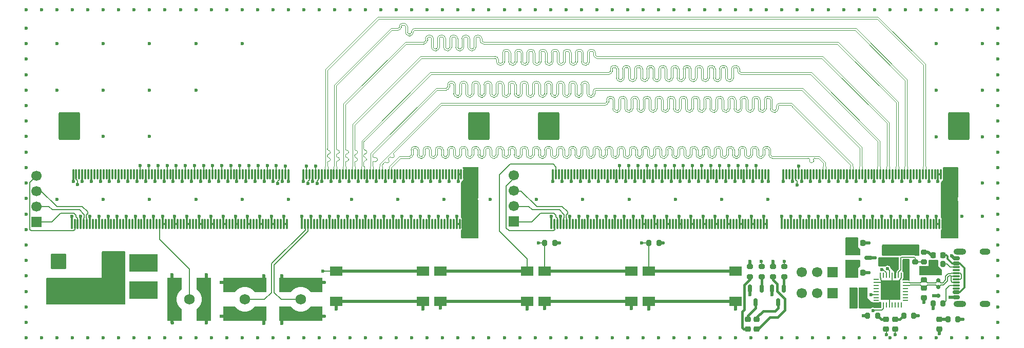
<source format=gtl>
%TF.GenerationSoftware,KiCad,Pcbnew,9.0.0*%
%TF.CreationDate,2025-09-20T16:18:57+02:00*%
%TF.ProjectId,ecap5-bcarrier-xlite,65636170-352d-4626-9361-72726965722d,rev?*%
%TF.SameCoordinates,Original*%
%TF.FileFunction,Copper,L1,Top*%
%TF.FilePolarity,Positive*%
%FSLAX46Y46*%
G04 Gerber Fmt 4.6, Leading zero omitted, Abs format (unit mm)*
G04 Created by KiCad (PCBNEW 9.0.0) date 2025-09-20 16:18:57*
%MOMM*%
%LPD*%
G01*
G04 APERTURE LIST*
G04 Aperture macros list*
%AMRoundRect*
0 Rectangle with rounded corners*
0 $1 Rounding radius*
0 $2 $3 $4 $5 $6 $7 $8 $9 X,Y pos of 4 corners*
0 Add a 4 corners polygon primitive as box body*
4,1,4,$2,$3,$4,$5,$6,$7,$8,$9,$2,$3,0*
0 Add four circle primitives for the rounded corners*
1,1,$1+$1,$2,$3*
1,1,$1+$1,$4,$5*
1,1,$1+$1,$6,$7*
1,1,$1+$1,$8,$9*
0 Add four rect primitives between the rounded corners*
20,1,$1+$1,$2,$3,$4,$5,0*
20,1,$1+$1,$4,$5,$6,$7,0*
20,1,$1+$1,$6,$7,$8,$9,0*
20,1,$1+$1,$8,$9,$2,$3,0*%
%AMFreePoly0*
4,1,25,-1.500000,1.420000,-1.360000,1.280000,-1.205000,1.155000,-1.035000,1.045000,-0.860000,0.950000,-0.675000,0.875000,-0.480000,0.820000,-0.280000,0.780000,-0.085000,0.765000,0.085000,0.765000,0.280000,0.780000,0.480000,0.820000,0.675000,0.875000,0.860000,0.950000,1.035000,1.045000,1.205000,1.155000,1.360000,1.280000,1.500000,1.420000,1.645000,1.595000,3.555000,1.595000,
3.555000,-0.755000,-3.555000,-0.755000,-3.555000,1.595000,-1.645000,1.595000,-1.500000,1.420000,-1.500000,1.420000,$1*%
G04 Aperture macros list end*
%TA.AperFunction,ComponentPad*%
%ADD10R,1.700000X1.700000*%
%TD*%
%TA.AperFunction,ComponentPad*%
%ADD11C,1.700000*%
%TD*%
%TA.AperFunction,SMDPad,CuDef*%
%ADD12RoundRect,0.200000X0.200000X0.275000X-0.200000X0.275000X-0.200000X-0.275000X0.200000X-0.275000X0*%
%TD*%
%TA.AperFunction,SMDPad,CuDef*%
%ADD13RoundRect,0.150000X0.200000X-0.150000X0.200000X0.150000X-0.200000X0.150000X-0.200000X-0.150000X0*%
%TD*%
%TA.AperFunction,SMDPad,CuDef*%
%ADD14C,1.730000*%
%TD*%
%TA.AperFunction,SMDPad,CuDef*%
%ADD15FreePoly0,180.000000*%
%TD*%
%TA.AperFunction,SMDPad,CuDef*%
%ADD16FreePoly0,0.000000*%
%TD*%
%TA.AperFunction,SMDPad,CuDef*%
%ADD17RoundRect,0.225000X0.250000X-0.225000X0.250000X0.225000X-0.250000X0.225000X-0.250000X-0.225000X0*%
%TD*%
%TA.AperFunction,SMDPad,CuDef*%
%ADD18RoundRect,0.225000X-0.250000X0.225000X-0.250000X-0.225000X0.250000X-0.225000X0.250000X0.225000X0*%
%TD*%
%TA.AperFunction,SMDPad,CuDef*%
%ADD19RoundRect,0.225000X-0.225000X-0.250000X0.225000X-0.250000X0.225000X0.250000X-0.225000X0.250000X0*%
%TD*%
%TA.AperFunction,SMDPad,CuDef*%
%ADD20R,2.000000X1.500000*%
%TD*%
%TA.AperFunction,SMDPad,CuDef*%
%ADD21RoundRect,0.218750X-0.256250X0.218750X-0.256250X-0.218750X0.256250X-0.218750X0.256250X0.218750X0*%
%TD*%
%TA.AperFunction,SMDPad,CuDef*%
%ADD22RoundRect,0.200000X-0.275000X0.200000X-0.275000X-0.200000X0.275000X-0.200000X0.275000X0.200000X0*%
%TD*%
%TA.AperFunction,SMDPad,CuDef*%
%ADD23RoundRect,0.200000X-0.200000X-0.275000X0.200000X-0.275000X0.200000X0.275000X-0.200000X0.275000X0*%
%TD*%
%TA.AperFunction,SMDPad,CuDef*%
%ADD24RoundRect,0.150000X-0.150000X0.512500X-0.150000X-0.512500X0.150000X-0.512500X0.150000X0.512500X0*%
%TD*%
%TA.AperFunction,SMDPad,CuDef*%
%ADD25RoundRect,0.250000X1.000000X0.650000X-1.000000X0.650000X-1.000000X-0.650000X1.000000X-0.650000X0*%
%TD*%
%TA.AperFunction,SMDPad,CuDef*%
%ADD26RoundRect,0.200000X0.275000X-0.200000X0.275000X0.200000X-0.275000X0.200000X-0.275000X-0.200000X0*%
%TD*%
%TA.AperFunction,SMDPad,CuDef*%
%ADD27RoundRect,0.062500X0.062500X-0.375000X0.062500X0.375000X-0.062500X0.375000X-0.062500X-0.375000X0*%
%TD*%
%TA.AperFunction,SMDPad,CuDef*%
%ADD28RoundRect,0.062500X0.375000X-0.062500X0.375000X0.062500X-0.375000X0.062500X-0.375000X-0.062500X0*%
%TD*%
%TA.AperFunction,HeatsinkPad*%
%ADD29R,3.300000X3.300000*%
%TD*%
%TA.AperFunction,SMDPad,CuDef*%
%ADD30FreePoly0,90.000000*%
%TD*%
%TA.AperFunction,SMDPad,CuDef*%
%ADD31FreePoly0,270.000000*%
%TD*%
%TA.AperFunction,SMDPad,CuDef*%
%ADD32RoundRect,0.218750X0.256250X-0.218750X0.256250X0.218750X-0.256250X0.218750X-0.256250X-0.218750X0*%
%TD*%
%TA.AperFunction,SMDPad,CuDef*%
%ADD33RoundRect,0.150000X0.425000X-0.150000X0.425000X0.150000X-0.425000X0.150000X-0.425000X-0.150000X0*%
%TD*%
%TA.AperFunction,SMDPad,CuDef*%
%ADD34RoundRect,0.075000X0.500000X-0.075000X0.500000X0.075000X-0.500000X0.075000X-0.500000X-0.075000X0*%
%TD*%
%TA.AperFunction,HeatsinkPad*%
%ADD35O,2.100000X1.000000*%
%TD*%
%TA.AperFunction,HeatsinkPad*%
%ADD36O,1.800000X1.000000*%
%TD*%
%TA.AperFunction,SMDPad,CuDef*%
%ADD37RoundRect,0.225000X0.225000X0.250000X-0.225000X0.250000X-0.225000X-0.250000X0.225000X-0.250000X0*%
%TD*%
%TA.AperFunction,SMDPad,CuDef*%
%ADD38RoundRect,0.150000X-0.512500X-0.150000X0.512500X-0.150000X0.512500X0.150000X-0.512500X0.150000X0*%
%TD*%
%TA.AperFunction,SMDPad,CuDef*%
%ADD39RoundRect,0.075000X-0.075000X-0.775000X0.075000X-0.775000X0.075000X0.775000X-0.075000X0.775000X0*%
%TD*%
%TA.AperFunction,SMDPad,CuDef*%
%ADD40RoundRect,0.250000X-1.500000X-2.050000X1.500000X-2.050000X1.500000X2.050000X-1.500000X2.050000X0*%
%TD*%
%TA.AperFunction,SMDPad,CuDef*%
%ADD41RoundRect,0.218750X-0.218750X-0.256250X0.218750X-0.256250X0.218750X0.256250X-0.218750X0.256250X0*%
%TD*%
%TA.AperFunction,SMDPad,CuDef*%
%ADD42RoundRect,0.150000X-0.200000X0.150000X-0.200000X-0.150000X0.200000X-0.150000X0.200000X0.150000X0*%
%TD*%
%TA.AperFunction,ComponentPad*%
%ADD43RoundRect,0.250000X-1.050000X1.050000X-1.050000X-1.050000X1.050000X-1.050000X1.050000X1.050000X0*%
%TD*%
%TA.AperFunction,ComponentPad*%
%ADD44C,2.600000*%
%TD*%
%TA.AperFunction,ViaPad*%
%ADD45C,0.600000*%
%TD*%
%TA.AperFunction,Conductor*%
%ADD46C,0.300000*%
%TD*%
%TA.AperFunction,Conductor*%
%ADD47C,0.500000*%
%TD*%
%TA.AperFunction,Conductor*%
%ADD48C,0.200000*%
%TD*%
%TA.AperFunction,Conductor*%
%ADD49C,0.158242*%
%TD*%
%TA.AperFunction,Conductor*%
%ADD50C,0.400000*%
%TD*%
%TA.AperFunction,Conductor*%
%ADD51C,0.123952*%
%TD*%
%TA.AperFunction,Conductor*%
%ADD52C,0.156464*%
%TD*%
%TA.AperFunction,Conductor*%
%ADD53C,0.150000*%
%TD*%
G04 APERTURE END LIST*
D10*
%TO.P,J3,1,Pin_1*%
%TO.N,/SOM2.JTAC_TCK*%
X155960000Y-105375000D03*
D11*
%TO.P,J3,2,Pin_2*%
%TO.N,/SOM2.JTAC_TDI*%
X155960000Y-102835000D03*
%TO.P,J3,3,Pin_3*%
%TO.N,/SOM2.JTAC_TDO*%
X155960000Y-100295000D03*
%TO.P,J3,4,Pin_4*%
%TO.N,/SOM2.JTAC_TMS*%
X155960000Y-97755000D03*
%TD*%
D12*
%TO.P,R2,1*%
%TO.N,Net-(J5-CC2)*%
X226785000Y-112415000D03*
%TO.P,R2,2*%
%TO.N,GND*%
X225135000Y-112415000D03*
%TD*%
D13*
%TO.P,D4,1,A1*%
%TO.N,GND*%
X225960000Y-113715000D03*
%TO.P,D4,2,A2*%
%TO.N,/USB.DN*%
X225960000Y-115115000D03*
%TD*%
D14*
%TO.P,J7,1,In*%
%TO.N,/TP.DIFFN*%
X120785000Y-118240000D03*
D15*
%TO.P,J7,2,Ext*%
%TO.N,GND*%
X120785000Y-115440000D03*
D16*
X120785000Y-121040000D03*
%TD*%
D17*
%TO.P,C4,1*%
%TO.N,+3V3*%
X218910000Y-112015000D03*
%TO.P,C4,2*%
%TO.N,GND*%
X218910000Y-110465000D03*
%TD*%
%TO.P,C9,1*%
%TO.N,Net-(U1-3V3OUT)*%
X220660000Y-112015000D03*
%TO.P,C9,2*%
%TO.N,GND*%
X220660000Y-110465000D03*
%TD*%
D18*
%TO.P,C7,1*%
%TO.N,/USB.DP*%
X223610000Y-116390000D03*
%TO.P,C7,2*%
%TO.N,GND*%
X223610000Y-117940000D03*
%TD*%
D19*
%TO.P,C2,1*%
%TO.N,+3V3*%
X211980000Y-113815000D03*
%TO.P,C2,2*%
%TO.N,GND*%
X213530000Y-113815000D03*
%TD*%
D20*
%TO.P,SW3,1,1*%
%TO.N,+3V3*%
X175385000Y-118540000D03*
X161085000Y-118540000D03*
%TO.P,SW3,2,2*%
%TO.N,/BUTTON1*%
X175385000Y-113540000D03*
X161085000Y-113540000D03*
%TD*%
D21*
%TO.P,D2,1,K*%
%TO.N,Net-(D2-K)*%
X194577500Y-121552500D03*
%TO.P,D2,2,A*%
%TO.N,Net-(D2-A)*%
X194577500Y-123127500D03*
%TD*%
D19*
%TO.P,C1,1*%
%TO.N,VIN9_15*%
X211980000Y-108890000D03*
%TO.P,C1,2*%
%TO.N,GND*%
X213530000Y-108890000D03*
%TD*%
D22*
%TO.P,R10,1*%
%TO.N,+3V3*%
X198702500Y-112827500D03*
%TO.P,R10,2*%
%TO.N,Net-(D8-A)*%
X198702500Y-114477500D03*
%TD*%
D23*
%TO.P,R6,1*%
%TO.N,+3V3*%
X214335000Y-120915000D03*
%TO.P,R6,2*%
%TO.N,Net-(D6-A)*%
X215985000Y-120915000D03*
%TD*%
D24*
%TO.P,Q2,1,B*%
%TO.N,Net-(Q2-B)*%
X200490000Y-116415000D03*
%TO.P,Q2,2,E*%
%TO.N,GND*%
X198590000Y-116415000D03*
%TO.P,Q2,3,C*%
%TO.N,Net-(D8-K)*%
X199540000Y-118690000D03*
%TD*%
D25*
%TO.P,D1,1,K*%
%TO.N,VIN9_15*%
X94135000Y-116740000D03*
%TO.P,D1,2,A*%
%TO.N,Net-(D1-A)*%
X90135000Y-116740000D03*
%TD*%
%TO.P,D9,1,A1*%
%TO.N,GND*%
X94135000Y-112190000D03*
%TO.P,D9,2,A2*%
%TO.N,Net-(D1-A)*%
X90135000Y-112190000D03*
%TD*%
D17*
%TO.P,C8,1*%
%TO.N,/USB.DN*%
X223610000Y-114965000D03*
%TO.P,C8,2*%
%TO.N,GND*%
X223610000Y-113415000D03*
%TD*%
D26*
%TO.P,R9,1*%
%TO.N,Net-(Q1-B)*%
X196827500Y-114477500D03*
%TO.P,R9,2*%
%TO.N,/LED2*%
X196827500Y-112827500D03*
%TD*%
D20*
%TO.P,SW4,1,1*%
%TO.N,+3V3*%
X192560000Y-118565000D03*
X178260000Y-118565000D03*
%TO.P,SW4,2,2*%
%TO.N,/BUTTON2*%
X192560000Y-113565000D03*
X178260000Y-113565000D03*
%TD*%
D27*
%TO.P,U1,1,VCCIO*%
%TO.N,+3V3*%
X216400000Y-119115000D03*
%TO.P,U1,2,RXD*%
%TO.N,/UART.RX*%
X216900000Y-119115000D03*
%TO.P,U1,3,RI*%
%TO.N,/USB to UART/RI*%
X217400000Y-119115000D03*
%TO.P,U1,4,GND*%
%TO.N,GND*%
X217900000Y-119115000D03*
%TO.P,U1,5*%
%TO.N,N/C*%
X218400000Y-119115000D03*
%TO.P,U1,6,DCR*%
%TO.N,/USB to UART/DCR*%
X218900000Y-119115000D03*
%TO.P,U1,7,DCD*%
%TO.N,/USB to UART/DCD*%
X219400000Y-119115000D03*
%TO.P,U1,8,CTS*%
%TO.N,/USB to UART/CTS*%
X219900000Y-119115000D03*
D28*
%TO.P,U1,9,CBUS4*%
%TO.N,unconnected-(U1-CBUS4-Pad9)*%
X220587500Y-118427500D03*
%TO.P,U1,10,CBUS2*%
%TO.N,unconnected-(U1-CBUS2-Pad10)*%
X220587500Y-117927500D03*
%TO.P,U1,11,CBUS3*%
%TO.N,unconnected-(U1-CBUS3-Pad11)*%
X220587500Y-117427500D03*
%TO.P,U1,12*%
%TO.N,N/C*%
X220587500Y-116927500D03*
%TO.P,U1,13*%
X220587500Y-116427500D03*
%TO.P,U1,14,USBD-*%
%TO.N,/USB.DP*%
X220587500Y-115927500D03*
%TO.P,U1,15,USBD+*%
%TO.N,/USB.DN*%
X220587500Y-115427500D03*
%TO.P,U1,16,3V3OUT*%
%TO.N,Net-(U1-3V3OUT)*%
X220587500Y-114927500D03*
D27*
%TO.P,U1,17,GND*%
%TO.N,GND*%
X219900000Y-114240000D03*
%TO.P,U1,18,~{RESET}*%
%TO.N,Net-(U1-~{RESET})*%
X219400000Y-114240000D03*
%TO.P,U1,19,VCC*%
%TO.N,+3V3*%
X218900000Y-114240000D03*
%TO.P,U1,20,GND*%
%TO.N,GND*%
X218400000Y-114240000D03*
%TO.P,U1,21,CBUS1*%
%TO.N,/UART.~{TXLED}*%
X217900000Y-114240000D03*
%TO.P,U1,22,CBUS0*%
%TO.N,/UART.~{RXLED}*%
X217400000Y-114240000D03*
%TO.P,U1,23*%
%TO.N,N/C*%
X216900000Y-114240000D03*
%TO.P,U1,24,AGND*%
%TO.N,GND*%
X216400000Y-114240000D03*
D28*
%TO.P,U1,25*%
%TO.N,N/C*%
X215712500Y-114927500D03*
%TO.P,U1,26,TEST*%
%TO.N,GND*%
X215712500Y-115427500D03*
%TO.P,U1,27,OSCI*%
%TO.N,unconnected-(U1-OSCI-Pad27)*%
X215712500Y-115927500D03*
%TO.P,U1,28,OSCO*%
%TO.N,unconnected-(U1-OSCO-Pad28)*%
X215712500Y-116427500D03*
%TO.P,U1,29*%
%TO.N,N/C*%
X215712500Y-116927500D03*
%TO.P,U1,30,TXD*%
%TO.N,/UART.TX*%
X215712500Y-117427500D03*
%TO.P,U1,31,DTR*%
%TO.N,/USB to UART/DTR*%
X215712500Y-117927500D03*
%TO.P,U1,32,RTS*%
%TO.N,/USB to UART/RTS*%
X215712500Y-118427500D03*
D29*
%TO.P,U1,33,EP/GND*%
%TO.N,GND*%
X218150000Y-116677500D03*
%TD*%
D22*
%TO.P,R8,1*%
%TO.N,+3V3*%
X194952500Y-112827500D03*
%TO.P,R8,2*%
%TO.N,Net-(D2-A)*%
X194952500Y-114477500D03*
%TD*%
D14*
%TO.P,J6,1,In*%
%TO.N,/TP.SINGLEENDED*%
X102415000Y-118190000D03*
D30*
%TO.P,J6,2,Ext*%
%TO.N,GND*%
X105215000Y-118190000D03*
D31*
X99615000Y-118190000D03*
%TD*%
D32*
%TO.P,D7,1,K*%
%TO.N,/UART.~{TXLED}*%
X218885000Y-123127500D03*
%TO.P,D7,2,A*%
%TO.N,Net-(D7-A)*%
X218885000Y-121552500D03*
%TD*%
D33*
%TO.P,J5,A1,GND*%
%TO.N,GND*%
X228935000Y-117865000D03*
%TO.P,J5,A4,VBUS*%
%TO.N,Net-(FB1-Pad2)*%
X228955000Y-117065000D03*
D34*
%TO.P,J5,A5,CC1*%
%TO.N,Net-(J5-CC1)*%
X228955000Y-115915000D03*
%TO.P,J5,A6,D+*%
%TO.N,/USB.DN*%
X228955000Y-114915000D03*
%TO.P,J5,A7,D-*%
%TO.N,/USB.DP*%
X228955000Y-114415000D03*
%TO.P,J5,A8*%
%TO.N,N/C*%
X228955000Y-113415000D03*
D33*
%TO.P,J5,A9,VBUS*%
%TO.N,Net-(FB1-Pad2)*%
X228955000Y-112265000D03*
%TO.P,J5,A12,GND*%
%TO.N,GND*%
X228935000Y-111465000D03*
%TO.P,J5,B1,GND*%
X228935000Y-111465000D03*
%TO.P,J5,B4,VBUS*%
%TO.N,Net-(FB1-Pad2)*%
X228955000Y-112265000D03*
D34*
%TO.P,J5,B5,CC2*%
%TO.N,Net-(J5-CC2)*%
X228955000Y-112915000D03*
%TO.P,J5,B6,D+*%
%TO.N,/USB.DN*%
X228955000Y-113915000D03*
%TO.P,J5,B7,D-*%
%TO.N,/USB.DP*%
X228955000Y-115415000D03*
%TO.P,J5,B8*%
%TO.N,N/C*%
X228955000Y-116415000D03*
D33*
%TO.P,J5,B9,VBUS*%
%TO.N,Net-(FB1-Pad2)*%
X228955000Y-117065000D03*
%TO.P,J5,B12,GND*%
%TO.N,GND*%
X228935000Y-117865000D03*
D35*
%TO.P,J5,S1,SHIELD*%
X229530000Y-118985000D03*
D36*
X233710000Y-118985000D03*
D35*
X229530000Y-110345000D03*
D36*
X233710000Y-110345000D03*
%TD*%
D12*
%TO.P,R7,1*%
%TO.N,+3V3*%
X221935000Y-120940000D03*
%TO.P,R7,2*%
%TO.N,Net-(D7-A)*%
X220285000Y-120940000D03*
%TD*%
D32*
%TO.P,D5,1,K*%
%TO.N,GND*%
X226185000Y-123127500D03*
%TO.P,D5,2,A*%
%TO.N,Net-(D5-A)*%
X226185000Y-121552500D03*
%TD*%
D37*
%TO.P,C5,1*%
%TO.N,+3V3*%
X213585000Y-117590000D03*
%TO.P,C5,2*%
%TO.N,GND*%
X212035000Y-117590000D03*
%TD*%
D38*
%TO.P,U2,1,VIN*%
%TO.N,VIN9_15*%
X212222500Y-110405000D03*
%TO.P,U2,2,VOUT*%
%TO.N,+3V3*%
X212222500Y-112305000D03*
%TO.P,U2,3,GND*%
%TO.N,GND*%
X214497500Y-111355000D03*
%TD*%
D24*
%TO.P,Q1,1,B*%
%TO.N,Net-(Q1-B)*%
X196827500Y-116415000D03*
%TO.P,Q1,2,E*%
%TO.N,GND*%
X194927500Y-116415000D03*
%TO.P,Q1,3,C*%
%TO.N,Net-(D2-K)*%
X195877500Y-118690000D03*
%TD*%
D21*
%TO.P,D8,1,K*%
%TO.N,Net-(D8-K)*%
X196052500Y-121552500D03*
%TO.P,D8,2,A*%
%TO.N,Net-(D8-A)*%
X196052500Y-123127500D03*
%TD*%
D12*
%TO.P,R1,1*%
%TO.N,Net-(J5-CC1)*%
X226785000Y-118915000D03*
%TO.P,R1,2*%
%TO.N,GND*%
X225135000Y-118915000D03*
%TD*%
D20*
%TO.P,SW2,1,1*%
%TO.N,GND*%
X158160000Y-118540000D03*
X143860000Y-118540000D03*
%TO.P,SW2,2,2*%
%TO.N,/SOM2.RESET_IN*%
X158160000Y-113540000D03*
X143860000Y-113540000D03*
%TD*%
D10*
%TO.P,J4,1,Pin_1*%
%TO.N,/SOM1.JTAC_TCK*%
X77260000Y-105400000D03*
D11*
%TO.P,J4,2,Pin_2*%
%TO.N,/SOM1.JTAC_TDI*%
X77260000Y-102860000D03*
%TO.P,J4,3,Pin_3*%
%TO.N,/SOM1.JTAC_TDO*%
X77260000Y-100320000D03*
%TO.P,J4,4,Pin_4*%
%TO.N,/SOM1.JTAC_TMS*%
X77260000Y-97780000D03*
%TD*%
D39*
%TO.P,J2,1*%
%TO.N,GND*%
X162185000Y-105740000D03*
%TO.P,J2,2*%
X162435000Y-97540001D03*
%TO.P,J2,3*%
%TO.N,/SOM2.JTAC_TMS*%
X162685000Y-105740000D03*
%TO.P,J2,4*%
%TO.N,/SOM2.RESET_IN*%
X162935000Y-97540001D03*
%TO.P,J2,5*%
%TO.N,/SOM2.JTAC_TCK*%
X163185000Y-105740000D03*
%TO.P,J2,6*%
%TO.N,unconnected-(J2-Pad6)*%
X163435000Y-97540001D03*
%TO.P,J2,7*%
%TO.N,GND*%
X163685000Y-105740000D03*
%TO.P,J2,8*%
X163935000Y-97540001D03*
%TO.P,J2,9*%
%TO.N,/SOM2.JTAC_TDI*%
X164185000Y-105740000D03*
%TO.P,J2,10*%
%TO.N,unconnected-(J2-Pad10)*%
X164435000Y-97540001D03*
%TO.P,J2,11*%
%TO.N,/SOM2.JTAC_TDO*%
X164685000Y-105740000D03*
%TO.P,J2,12*%
%TO.N,unconnected-(J2-Pad12)*%
X164935000Y-97540001D03*
%TO.P,J2,13*%
%TO.N,GND*%
X165185000Y-105740000D03*
%TO.P,J2,14*%
X165435000Y-97540001D03*
%TO.P,J2,15*%
%TO.N,unconnected-(J2-Pad15)*%
X165685000Y-105740000D03*
%TO.P,J2,16*%
%TO.N,unconnected-(J2-Pad16)*%
X165935000Y-97540001D03*
%TO.P,J2,17*%
%TO.N,unconnected-(J2-Pad17)*%
X166185000Y-105740000D03*
%TO.P,J2,18*%
%TO.N,unconnected-(J2-Pad18)*%
X166435000Y-97540001D03*
%TO.P,J2,19*%
%TO.N,GND*%
X166685000Y-105740000D03*
%TO.P,J2,20*%
X166935000Y-97540001D03*
%TO.P,J2,21*%
%TO.N,unconnected-(J2-Pad21)*%
X167185000Y-105740000D03*
%TO.P,J2,22*%
%TO.N,unconnected-(J2-Pad22)*%
X167435000Y-97540001D03*
%TO.P,J2,23*%
%TO.N,unconnected-(J2-Pad23)*%
X167685000Y-105740000D03*
%TO.P,J2,24*%
%TO.N,unconnected-(J2-Pad24)*%
X167935000Y-97540001D03*
%TO.P,J2,25*%
%TO.N,GND*%
X168185000Y-105740000D03*
%TO.P,J2,26*%
X168435000Y-97540001D03*
%TO.P,J2,27*%
%TO.N,unconnected-(J2-Pad27)*%
X168685000Y-105740000D03*
%TO.P,J2,28*%
%TO.N,unconnected-(J2-Pad28)*%
X168935000Y-97540001D03*
%TO.P,J2,29*%
%TO.N,unconnected-(J2-Pad29)*%
X169185000Y-105740000D03*
%TO.P,J2,30*%
%TO.N,unconnected-(J2-Pad30)*%
X169435000Y-97540001D03*
%TO.P,J2,31*%
%TO.N,GND*%
X169685000Y-105740000D03*
%TO.P,J2,32*%
X169935000Y-97540001D03*
%TO.P,J2,33*%
%TO.N,unconnected-(J2-Pad33)*%
X170185000Y-105740000D03*
%TO.P,J2,34*%
%TO.N,unconnected-(J2-Pad34)*%
X170435000Y-97540001D03*
%TO.P,J2,35*%
%TO.N,unconnected-(J2-Pad35)*%
X170685000Y-105740000D03*
%TO.P,J2,36*%
%TO.N,unconnected-(J2-Pad36)*%
X170935000Y-97540001D03*
%TO.P,J2,37*%
%TO.N,GND*%
X171185000Y-105740000D03*
%TO.P,J2,38*%
X171435000Y-97540001D03*
%TO.P,J2,39*%
%TO.N,unconnected-(J2-Pad39)*%
X171685000Y-105740000D03*
%TO.P,J2,40*%
%TO.N,unconnected-(J2-Pad40)*%
X171935000Y-97540001D03*
%TO.P,J2,41*%
%TO.N,unconnected-(J2-Pad41)*%
X172185000Y-105740000D03*
%TO.P,J2,42*%
%TO.N,unconnected-(J2-Pad42)*%
X172435000Y-97540001D03*
%TO.P,J2,43*%
%TO.N,GND*%
X172685000Y-105740000D03*
%TO.P,J2,44*%
X172935000Y-97540001D03*
%TO.P,J2,45*%
%TO.N,unconnected-(J2-Pad45)*%
X173185000Y-105740000D03*
%TO.P,J2,46*%
%TO.N,/SOM1/SE43*%
X173435000Y-97540001D03*
%TO.P,J2,47*%
%TO.N,unconnected-(J2-Pad47)*%
X173685000Y-105740000D03*
%TO.P,J2,48*%
%TO.N,unconnected-(J2-Pad48)*%
X173935000Y-97540001D03*
%TO.P,J2,49*%
%TO.N,GND*%
X174185000Y-105740000D03*
%TO.P,J2,50*%
X174435000Y-97540001D03*
%TO.P,J2,51*%
%TO.N,unconnected-(J2-Pad51)*%
X174685000Y-105740000D03*
%TO.P,J2,52*%
%TO.N,/SOM1/SE41*%
X174935000Y-97540001D03*
%TO.P,J2,53*%
%TO.N,unconnected-(J2-Pad53)*%
X175185000Y-105740000D03*
%TO.P,J2,54*%
%TO.N,unconnected-(J2-Pad54)*%
X175435000Y-97540001D03*
%TO.P,J2,55*%
%TO.N,GND*%
X175685000Y-105740000D03*
%TO.P,J2,56*%
X175935000Y-97540001D03*
%TO.P,J2,57*%
%TO.N,unconnected-(J2-Pad57)*%
X176185000Y-105740000D03*
%TO.P,J2,58*%
%TO.N,/SOM1/SE39*%
X176435000Y-97540001D03*
%TO.P,J2,59*%
%TO.N,unconnected-(J2-Pad59)*%
X176685000Y-105740000D03*
%TO.P,J2,60*%
%TO.N,unconnected-(J2-Pad60)*%
X176935000Y-97540001D03*
%TO.P,J2,61*%
%TO.N,GND*%
X177185000Y-105740000D03*
%TO.P,J2,62*%
X177435000Y-97540001D03*
%TO.P,J2,63*%
X177685000Y-105740000D03*
%TO.P,J2,64*%
%TO.N,/SOM1/SE37*%
X177935000Y-97540001D03*
%TO.P,J2,65*%
%TO.N,unconnected-(J2-Pad65)*%
X178185000Y-105740000D03*
%TO.P,J2,66*%
%TO.N,unconnected-(J2-Pad66)*%
X178435000Y-97540001D03*
%TO.P,J2,67*%
%TO.N,unconnected-(J2-Pad67)*%
X178685000Y-105740000D03*
%TO.P,J2,68*%
%TO.N,GND*%
X178935000Y-97540001D03*
%TO.P,J2,69*%
X179185000Y-105740000D03*
%TO.P,J2,70*%
%TO.N,/SOM1/SE35*%
X179435000Y-97540001D03*
%TO.P,J2,71*%
%TO.N,GND*%
X179685000Y-105740000D03*
%TO.P,J2,72*%
%TO.N,unconnected-(J2-Pad72)*%
X179935000Y-97540001D03*
%TO.P,J2,73*%
%TO.N,unconnected-(J2-Pad73)*%
X180185000Y-105740000D03*
%TO.P,J2,74*%
%TO.N,GND*%
X180435000Y-97540001D03*
%TO.P,J2,75*%
%TO.N,unconnected-(J2-Pad75)*%
X180685000Y-105740000D03*
%TO.P,J2,76*%
%TO.N,/SOM1/SE33*%
X180935000Y-97540001D03*
%TO.P,J2,77*%
%TO.N,GND*%
X181185000Y-105740000D03*
%TO.P,J2,78*%
%TO.N,unconnected-(J2-Pad78)*%
X181435000Y-97540001D03*
%TO.P,J2,79*%
%TO.N,GND*%
X181685000Y-105740000D03*
%TO.P,J2,80*%
X181935000Y-97540001D03*
%TO.P,J2,81*%
%TO.N,unconnected-(J2-Pad81)*%
X182185000Y-105740000D03*
%TO.P,J2,82*%
%TO.N,/SOM1/SE31*%
X182435000Y-97540001D03*
%TO.P,J2,83*%
%TO.N,unconnected-(J2-Pad83)*%
X182685000Y-105740000D03*
%TO.P,J2,84*%
%TO.N,unconnected-(J2-Pad84)*%
X182935000Y-97540001D03*
%TO.P,J2,85*%
%TO.N,GND*%
X183185000Y-105740000D03*
%TO.P,J2,86*%
X183435000Y-97540001D03*
%TO.P,J2,87*%
X183685000Y-105740000D03*
%TO.P,J2,88*%
%TO.N,/SOM1/SE29*%
X183935000Y-97540001D03*
%TO.P,J2,89*%
%TO.N,unconnected-(J2-Pad89)*%
X184185000Y-105740000D03*
%TO.P,J2,90*%
%TO.N,unconnected-(J2-Pad90)*%
X184435000Y-97540001D03*
%TO.P,J2,91*%
%TO.N,unconnected-(J2-Pad91)*%
X184685000Y-105740000D03*
%TO.P,J2,92*%
%TO.N,GND*%
X184935000Y-97540001D03*
%TO.P,J2,93*%
X185185000Y-105740000D03*
%TO.P,J2,94*%
%TO.N,/SOM1/SE27*%
X185435000Y-97540001D03*
%TO.P,J2,95*%
%TO.N,GND*%
X185685000Y-105740000D03*
%TO.P,J2,96*%
%TO.N,unconnected-(J2-Pad96)*%
X185935000Y-97540001D03*
%TO.P,J2,97*%
%TO.N,unconnected-(J2-Pad97)*%
X186185000Y-105740000D03*
%TO.P,J2,98*%
%TO.N,GND*%
X186435000Y-97540001D03*
%TO.P,J2,99*%
%TO.N,unconnected-(J2-Pad99)*%
X186685000Y-105740000D03*
%TO.P,J2,100*%
%TO.N,/SOM1/SE25*%
X186935000Y-97540001D03*
%TO.P,J2,101*%
%TO.N,GND*%
X187185000Y-105740000D03*
%TO.P,J2,102*%
%TO.N,unconnected-(J2-Pad102)*%
X187435000Y-97540001D03*
%TO.P,J2,103*%
%TO.N,GND*%
X187685000Y-105740000D03*
%TO.P,J2,104*%
X187935000Y-97540001D03*
%TO.P,J2,105*%
%TO.N,unconnected-(J2-Pad105)*%
X188185000Y-105740000D03*
%TO.P,J2,106*%
%TO.N,/SOM1/SE23*%
X188435000Y-97540001D03*
%TO.P,J2,107*%
%TO.N,unconnected-(J2-Pad107)*%
X188685000Y-105740000D03*
%TO.P,J2,108*%
%TO.N,unconnected-(J2-Pad108)*%
X188935000Y-97540001D03*
%TO.P,J2,109*%
%TO.N,GND*%
X189185000Y-105740000D03*
%TO.P,J2,110*%
X189435000Y-97540001D03*
%TO.P,J2,111*%
X189685000Y-105740000D03*
%TO.P,J2,112*%
%TO.N,/SOM1/SE21*%
X189935000Y-97540001D03*
%TO.P,J2,113*%
%TO.N,unconnected-(J2-Pad113)*%
X190185000Y-105740000D03*
%TO.P,J2,114*%
%TO.N,unconnected-(J2-Pad114)*%
X190435000Y-97540001D03*
%TO.P,J2,115*%
%TO.N,unconnected-(J2-Pad115)*%
X190685000Y-105740000D03*
%TO.P,J2,116*%
%TO.N,GND*%
X190935000Y-97540001D03*
%TO.P,J2,117*%
X191185000Y-105740000D03*
%TO.P,J2,118*%
%TO.N,/SOM1/SE19*%
X191435000Y-97540001D03*
%TO.P,J2,119*%
%TO.N,GND*%
X191685000Y-105740000D03*
%TO.P,J2,120*%
%TO.N,unconnected-(J2-Pad120)*%
X191935000Y-97540001D03*
%TO.P,J2,121*%
%TO.N,unconnected-(J2-Pad121)*%
X192185000Y-105740000D03*
%TO.P,J2,122*%
%TO.N,GND*%
X192435000Y-97540001D03*
%TO.P,J2,123*%
%TO.N,unconnected-(J2-Pad123)*%
X192685000Y-105740000D03*
%TO.P,J2,124*%
%TO.N,/SOM1/SE17*%
X192935000Y-97540001D03*
%TO.P,J2,125*%
%TO.N,GND*%
X193185000Y-105740000D03*
%TO.P,J2,126*%
%TO.N,unconnected-(J2-Pad126)*%
X193435000Y-97540001D03*
%TO.P,J2,127*%
%TO.N,GND*%
X193685000Y-105740000D03*
%TO.P,J2,128*%
X193935000Y-97540001D03*
%TO.P,J2,129*%
%TO.N,unconnected-(J2-Pad129)*%
X194185000Y-105740000D03*
%TO.P,J2,130*%
%TO.N,/SOM1/SE15*%
X194435000Y-97540001D03*
%TO.P,J2,131*%
%TO.N,unconnected-(J2-Pad131)*%
X194685000Y-105740000D03*
%TO.P,J2,132*%
%TO.N,unconnected-(J2-Pad132)*%
X194935000Y-97540001D03*
%TO.P,J2,133*%
%TO.N,GND*%
X195185000Y-105740000D03*
%TO.P,J2,134*%
X195435000Y-97540001D03*
%TO.P,J2,135*%
X195685000Y-105740000D03*
%TO.P,J2,136*%
%TO.N,/SOM1/SE13*%
X195935000Y-97540001D03*
%TO.P,J2,137*%
%TO.N,unconnected-(J2-Pad137)*%
X196185000Y-105740000D03*
%TO.P,J2,138*%
%TO.N,unconnected-(J2-Pad138)*%
X196435000Y-97540001D03*
%TO.P,J2,139*%
%TO.N,unconnected-(J2-Pad139)*%
X196685000Y-105740000D03*
%TO.P,J2,140*%
%TO.N,GND*%
X196935000Y-97540001D03*
%TO.P,J2,141*%
X197185000Y-105740000D03*
%TO.P,J2,142*%
%TO.N,unconnected-(J2-Pad142)*%
X197435000Y-97540001D03*
%TO.P,J2,143*%
%TO.N,GND*%
X197685000Y-105740000D03*
%TO.P,J2,144*%
X197935000Y-97540001D03*
%TO.P,J2,145*%
X200185000Y-105740000D03*
%TO.P,J2,146*%
X200435000Y-97540001D03*
%TO.P,J2,147*%
%TO.N,unconnected-(J2-Pad147)*%
X200685000Y-105740000D03*
%TO.P,J2,148*%
%TO.N,unconnected-(J2-Pad148)*%
X200935000Y-97540001D03*
%TO.P,J2,149*%
%TO.N,unconnected-(J2-Pad149)*%
X201185000Y-105740000D03*
%TO.P,J2,150*%
%TO.N,unconnected-(J2-Pad150)*%
X201435000Y-97540001D03*
%TO.P,J2,151*%
%TO.N,GND*%
X201685000Y-105740000D03*
%TO.P,J2,152*%
X201935000Y-97540001D03*
%TO.P,J2,153*%
%TO.N,unconnected-(J2-Pad153)*%
X202185000Y-105740000D03*
%TO.P,J2,154*%
%TO.N,/SOM2.UART_TX*%
X202435000Y-97540001D03*
%TO.P,J2,155*%
%TO.N,unconnected-(J2-Pad155)*%
X202685000Y-105740000D03*
%TO.P,J2,156*%
%TO.N,/SOM2.UART_RX*%
X202935000Y-97540001D03*
%TO.P,J2,157*%
%TO.N,GND*%
X203185000Y-105740000D03*
%TO.P,J2,158*%
X203435000Y-97540001D03*
%TO.P,J2,159*%
%TO.N,unconnected-(J2-Pad159)*%
X203685000Y-105740000D03*
%TO.P,J2,160*%
%TO.N,unconnected-(J2-Pad160)*%
X203935000Y-97540001D03*
%TO.P,J2,161*%
%TO.N,unconnected-(J2-Pad161)*%
X204185000Y-105740000D03*
%TO.P,J2,162*%
%TO.N,unconnected-(J2-Pad162)*%
X204435000Y-97540001D03*
%TO.P,J2,163*%
%TO.N,GND*%
X204685000Y-105740000D03*
%TO.P,J2,164*%
X204935000Y-97540001D03*
%TO.P,J2,165*%
%TO.N,unconnected-(J2-Pad165)*%
X205185000Y-105740000D03*
%TO.P,J2,166*%
%TO.N,unconnected-(J2-Pad166)*%
X205435000Y-97540001D03*
%TO.P,J2,167*%
%TO.N,unconnected-(J2-Pad167)*%
X205685000Y-105740000D03*
%TO.P,J2,168*%
%TO.N,unconnected-(J2-Pad168)*%
X205935000Y-97540001D03*
%TO.P,J2,169*%
%TO.N,GND*%
X206185000Y-105740000D03*
%TO.P,J2,170*%
X206435000Y-97540001D03*
%TO.P,J2,171*%
%TO.N,unconnected-(J2-Pad171)*%
X206685000Y-105740000D03*
%TO.P,J2,172*%
%TO.N,/SOM1/RTD24P*%
X206935000Y-97540001D03*
%TO.P,J2,173*%
%TO.N,unconnected-(J2-Pad173)*%
X207185000Y-105740000D03*
%TO.P,J2,174*%
%TO.N,/SOM1/RTD24N*%
X207435000Y-97540001D03*
%TO.P,J2,175*%
%TO.N,GND*%
X207685000Y-105740000D03*
%TO.P,J2,176*%
X207935000Y-97540001D03*
%TO.P,J2,177*%
%TO.N,unconnected-(J2-Pad177)*%
X208185000Y-105740000D03*
%TO.P,J2,178*%
%TO.N,unconnected-(J2-Pad178)*%
X208435000Y-97540001D03*
%TO.P,J2,179*%
%TO.N,unconnected-(J2-Pad179)*%
X208685000Y-105740000D03*
%TO.P,J2,180*%
%TO.N,unconnected-(J2-Pad180)*%
X208935000Y-97540001D03*
%TO.P,J2,181*%
%TO.N,GND*%
X209185000Y-105740000D03*
%TO.P,J2,182*%
X209435000Y-97540001D03*
%TO.P,J2,183*%
%TO.N,unconnected-(J2-Pad183)*%
X209685000Y-105740000D03*
%TO.P,J2,184*%
%TO.N,unconnected-(J2-Pad184)*%
X209935000Y-97540001D03*
%TO.P,J2,185*%
%TO.N,unconnected-(J2-Pad185)*%
X210185000Y-105740000D03*
%TO.P,J2,186*%
%TO.N,unconnected-(J2-Pad186)*%
X210435000Y-97540001D03*
%TO.P,J2,187*%
%TO.N,GND*%
X210685000Y-105740000D03*
%TO.P,J2,188*%
X210935000Y-97540001D03*
%TO.P,J2,189*%
%TO.N,unconnected-(J2-Pad189)*%
X211185000Y-105740000D03*
%TO.P,J2,190*%
%TO.N,/SOM1/RTD23N*%
X211435000Y-97540001D03*
%TO.P,J2,191*%
%TO.N,unconnected-(J2-Pad191)*%
X211685000Y-105740000D03*
%TO.P,J2,192*%
%TO.N,/SOM1/RTD23P*%
X211935000Y-97540001D03*
%TO.P,J2,193*%
%TO.N,GND*%
X212185000Y-105740000D03*
%TO.P,J2,194*%
X212435000Y-97540001D03*
%TO.P,J2,195*%
%TO.N,unconnected-(J2-Pad195)*%
X212685000Y-105740000D03*
%TO.P,J2,196*%
%TO.N,/SOM1/RTD22P*%
X212935000Y-97540001D03*
%TO.P,J2,197*%
%TO.N,unconnected-(J2-Pad197)*%
X213185000Y-105740000D03*
%TO.P,J2,198*%
%TO.N,/SOM1/RTD22N*%
X213435000Y-97540001D03*
%TO.P,J2,199*%
%TO.N,GND*%
X213685000Y-105740000D03*
%TO.P,J2,200*%
X213935000Y-97540001D03*
%TO.P,J2,201*%
%TO.N,unconnected-(J2-Pad201)*%
X214185000Y-105740000D03*
%TO.P,J2,202*%
%TO.N,unconnected-(J2-Pad202)*%
X214435000Y-97540001D03*
%TO.P,J2,203*%
%TO.N,unconnected-(J2-Pad203)*%
X214685000Y-105740000D03*
%TO.P,J2,204*%
%TO.N,unconnected-(J2-Pad204)*%
X214935000Y-97540001D03*
%TO.P,J2,205*%
%TO.N,GND*%
X215185000Y-105740000D03*
%TO.P,J2,206*%
X215435000Y-97540001D03*
%TO.P,J2,207*%
%TO.N,unconnected-(J2-Pad207)*%
X215685000Y-105740000D03*
%TO.P,J2,208*%
%TO.N,/SOM1/RTD21P*%
X215935000Y-97540001D03*
%TO.P,J2,209*%
%TO.N,unconnected-(J2-Pad209)*%
X216185000Y-105740000D03*
%TO.P,J2,210*%
%TO.N,/SOM1/RTD21N*%
X216435000Y-97540001D03*
%TO.P,J2,211*%
%TO.N,GND*%
X216685000Y-105740000D03*
%TO.P,J2,212*%
X216935000Y-97540001D03*
%TO.P,J2,213*%
%TO.N,unconnected-(J2-Pad213)*%
X217185000Y-105740000D03*
%TO.P,J2,214*%
%TO.N,/SOM1/RTD20P*%
X217435000Y-97540001D03*
%TO.P,J2,215*%
%TO.N,unconnected-(J2-Pad215)*%
X217685000Y-105740000D03*
%TO.P,J2,216*%
%TO.N,/SOM1/RTD20N*%
X217935000Y-97540001D03*
%TO.P,J2,217*%
%TO.N,GND*%
X218185000Y-105740000D03*
%TO.P,J2,218*%
X218435000Y-97540001D03*
%TO.P,J2,219*%
%TO.N,unconnected-(J2-Pad219)*%
X218685000Y-105740000D03*
%TO.P,J2,220*%
%TO.N,/SOM1/RTD19N*%
X218935000Y-97540001D03*
%TO.P,J2,221*%
%TO.N,unconnected-(J2-Pad221)*%
X219185000Y-105740000D03*
%TO.P,J2,222*%
%TO.N,/SOM1/RTD19P*%
X219435000Y-97540001D03*
%TO.P,J2,223*%
%TO.N,GND*%
X219685000Y-105740000D03*
%TO.P,J2,224*%
X219935000Y-97540001D03*
%TO.P,J2,225*%
%TO.N,unconnected-(J2-Pad225)*%
X220185000Y-105740000D03*
%TO.P,J2,226*%
%TO.N,/SOM1/RTD18N*%
X220435000Y-97540001D03*
%TO.P,J2,227*%
%TO.N,unconnected-(J2-Pad227)*%
X220685000Y-105740000D03*
%TO.P,J2,228*%
%TO.N,/SOM1/RTD18P*%
X220935000Y-97540001D03*
%TO.P,J2,229*%
%TO.N,GND*%
X221185000Y-105740000D03*
%TO.P,J2,230*%
X221435000Y-97540001D03*
%TO.P,J2,231*%
%TO.N,unconnected-(J2-Pad231)*%
X221685000Y-105740000D03*
%TO.P,J2,232*%
%TO.N,unconnected-(J2-Pad232)*%
X221935000Y-97540001D03*
%TO.P,J2,233*%
%TO.N,unconnected-(J2-Pad233)*%
X222185000Y-105740000D03*
%TO.P,J2,234*%
%TO.N,unconnected-(J2-Pad234)*%
X222435000Y-97540001D03*
%TO.P,J2,235*%
%TO.N,GND*%
X222685000Y-105740000D03*
%TO.P,J2,236*%
X222935000Y-97540001D03*
%TO.P,J2,237*%
%TO.N,unconnected-(J2-Pad237)*%
X223185000Y-105740000D03*
%TO.P,J2,238*%
%TO.N,/SOM1/RTD17N*%
X223435000Y-97540001D03*
%TO.P,J2,239*%
%TO.N,unconnected-(J2-Pad239)*%
X223685000Y-105740000D03*
%TO.P,J2,240*%
%TO.N,/SOM1/RTD17P*%
X223935000Y-97540001D03*
%TO.P,J2,241*%
%TO.N,GND*%
X224185000Y-105740000D03*
%TO.P,J2,242*%
X224435000Y-97540001D03*
%TO.P,J2,243*%
%TO.N,unconnected-(J2-Pad243)*%
X224685000Y-105740000D03*
%TO.P,J2,244*%
%TO.N,unconnected-(J2-Pad244)*%
X224935000Y-97540001D03*
%TO.P,J2,245*%
%TO.N,unconnected-(J2-Pad245)*%
X225185000Y-105740000D03*
%TO.P,J2,246*%
%TO.N,unconnected-(J2-Pad246)*%
X225435000Y-97540001D03*
%TO.P,J2,247*%
%TO.N,GND*%
X225685000Y-105740000D03*
%TO.P,J2,248*%
X225935000Y-97540001D03*
%TO.P,J2,249*%
X226185000Y-105740000D03*
%TO.P,J2,250*%
X226435000Y-97540001D03*
%TO.P,J2,251*%
%TO.N,VIN9_15*%
X226685000Y-105740000D03*
%TO.P,J2,252*%
X226935000Y-97540001D03*
%TO.P,J2,253*%
X227185000Y-105740000D03*
%TO.P,J2,254*%
X227435000Y-97540001D03*
%TO.P,J2,255*%
X227685000Y-105740000D03*
%TO.P,J2,256*%
X227935000Y-97540001D03*
%TO.P,J2,257*%
X228185000Y-105740000D03*
%TO.P,J2,258*%
X228435000Y-97540001D03*
%TO.P,J2,259*%
X228685000Y-105740000D03*
%TO.P,J2,260*%
X228935000Y-97540001D03*
D40*
%TO.P,J2,MP*%
%TO.N,N/C*%
X161760000Y-89640000D03*
X229360000Y-89640000D03*
%TD*%
D39*
%TO.P,J1,1*%
%TO.N,GND*%
X83035000Y-105740000D03*
%TO.P,J1,2*%
X83285000Y-97540001D03*
%TO.P,J1,3*%
%TO.N,/SOM1.JTAC_TMS*%
X83535000Y-105740000D03*
%TO.P,J1,4*%
%TO.N,/SOM1.RESET_IN*%
X83785000Y-97540001D03*
%TO.P,J1,5*%
%TO.N,/SOM1.JTAC_TCK*%
X84035000Y-105740000D03*
%TO.P,J1,6*%
%TO.N,unconnected-(J1-Pad6)*%
X84285000Y-97540001D03*
%TO.P,J1,7*%
%TO.N,GND*%
X84535000Y-105740000D03*
%TO.P,J1,8*%
X84785000Y-97540001D03*
%TO.P,J1,9*%
%TO.N,/SOM1.JTAC_TDI*%
X85035000Y-105740000D03*
%TO.P,J1,10*%
%TO.N,unconnected-(J1-Pad10)*%
X85285000Y-97540001D03*
%TO.P,J1,11*%
%TO.N,/SOM1.JTAC_TDO*%
X85535000Y-105740000D03*
%TO.P,J1,12*%
%TO.N,unconnected-(J1-Pad12)*%
X85785000Y-97540001D03*
%TO.P,J1,13*%
%TO.N,GND*%
X86035000Y-105740000D03*
%TO.P,J1,14*%
X86285000Y-97540001D03*
%TO.P,J1,15*%
%TO.N,unconnected-(J1-Pad15)*%
X86535000Y-105740000D03*
%TO.P,J1,16*%
%TO.N,unconnected-(J1-Pad16)*%
X86785000Y-97540001D03*
%TO.P,J1,17*%
%TO.N,unconnected-(J1-Pad17)*%
X87035000Y-105740000D03*
%TO.P,J1,18*%
%TO.N,unconnected-(J1-Pad18)*%
X87285000Y-97540001D03*
%TO.P,J1,19*%
%TO.N,GND*%
X87535000Y-105740000D03*
%TO.P,J1,20*%
X87785000Y-97540001D03*
%TO.P,J1,21*%
%TO.N,unconnected-(J1-Pad21)*%
X88035000Y-105740000D03*
%TO.P,J1,22*%
%TO.N,unconnected-(J1-Pad22)*%
X88285000Y-97540001D03*
%TO.P,J1,23*%
%TO.N,unconnected-(J1-Pad23)*%
X88535000Y-105740000D03*
%TO.P,J1,24*%
%TO.N,unconnected-(J1-Pad24)*%
X88785000Y-97540001D03*
%TO.P,J1,25*%
%TO.N,GND*%
X89035000Y-105740000D03*
%TO.P,J1,26*%
X89285000Y-97540001D03*
%TO.P,J1,27*%
%TO.N,unconnected-(J1-Pad27)*%
X89535000Y-105740000D03*
%TO.P,J1,28*%
%TO.N,unconnected-(J1-Pad28)*%
X89785000Y-97540001D03*
%TO.P,J1,29*%
%TO.N,unconnected-(J1-Pad29)*%
X90035000Y-105740000D03*
%TO.P,J1,30*%
%TO.N,unconnected-(J1-Pad30)*%
X90285000Y-97540001D03*
%TO.P,J1,31*%
%TO.N,GND*%
X90535000Y-105740000D03*
%TO.P,J1,32*%
X90785000Y-97540001D03*
%TO.P,J1,33*%
%TO.N,unconnected-(J1-Pad33)*%
X91035000Y-105740000D03*
%TO.P,J1,34*%
%TO.N,unconnected-(J1-Pad34)*%
X91285000Y-97540001D03*
%TO.P,J1,35*%
%TO.N,unconnected-(J1-Pad35)*%
X91535000Y-105740000D03*
%TO.P,J1,36*%
%TO.N,unconnected-(J1-Pad36)*%
X91785000Y-97540001D03*
%TO.P,J1,37*%
%TO.N,GND*%
X92035000Y-105740000D03*
%TO.P,J1,38*%
X92285000Y-97540001D03*
%TO.P,J1,39*%
%TO.N,unconnected-(J1-Pad39)*%
X92535000Y-105740000D03*
%TO.P,J1,40*%
%TO.N,unconnected-(J1-Pad40)*%
X92785000Y-97540001D03*
%TO.P,J1,41*%
%TO.N,unconnected-(J1-Pad41)*%
X93035000Y-105740000D03*
%TO.P,J1,42*%
%TO.N,unconnected-(J1-Pad42)*%
X93285000Y-97540001D03*
%TO.P,J1,43*%
%TO.N,GND*%
X93535000Y-105740000D03*
%TO.P,J1,44*%
X93785000Y-97540001D03*
%TO.P,J1,45*%
%TO.N,unconnected-(J1-Pad45)*%
X94035000Y-105740000D03*
%TO.P,J1,46*%
%TO.N,/SOM1/SE13*%
X94285000Y-97540001D03*
%TO.P,J1,47*%
%TO.N,unconnected-(J1-Pad47)*%
X94535000Y-105740000D03*
%TO.P,J1,48*%
%TO.N,unconnected-(J1-Pad48)*%
X94785000Y-97540001D03*
%TO.P,J1,49*%
%TO.N,GND*%
X95035000Y-105740000D03*
%TO.P,J1,50*%
X95285000Y-97540001D03*
%TO.P,J1,51*%
%TO.N,unconnected-(J1-Pad51)*%
X95535000Y-105740000D03*
%TO.P,J1,52*%
%TO.N,/SOM1/SE15*%
X95785000Y-97540001D03*
%TO.P,J1,53*%
%TO.N,unconnected-(J1-Pad53)*%
X96035000Y-105740000D03*
%TO.P,J1,54*%
%TO.N,unconnected-(J1-Pad54)*%
X96285000Y-97540001D03*
%TO.P,J1,55*%
%TO.N,GND*%
X96535000Y-105740000D03*
%TO.P,J1,56*%
X96785000Y-97540001D03*
%TO.P,J1,57*%
%TO.N,unconnected-(J1-Pad57)*%
X97035000Y-105740000D03*
%TO.P,J1,58*%
%TO.N,/SOM1/SE17*%
X97285000Y-97540001D03*
%TO.P,J1,59*%
%TO.N,/TP.SINGLEENDED*%
X97535000Y-105740000D03*
%TO.P,J1,60*%
%TO.N,unconnected-(J1-Pad60)*%
X97785000Y-97540001D03*
%TO.P,J1,61*%
%TO.N,GND*%
X98035000Y-105740000D03*
%TO.P,J1,62*%
X98285000Y-97540001D03*
%TO.P,J1,63*%
X98535000Y-105740000D03*
%TO.P,J1,64*%
%TO.N,/SOM1/SE19*%
X98785000Y-97540001D03*
%TO.P,J1,65*%
%TO.N,unconnected-(J1-Pad65)*%
X99035000Y-105740000D03*
%TO.P,J1,66*%
%TO.N,unconnected-(J1-Pad66)*%
X99285000Y-97540001D03*
%TO.P,J1,67*%
%TO.N,unconnected-(J1-Pad67)*%
X99535000Y-105740000D03*
%TO.P,J1,68*%
%TO.N,GND*%
X99785000Y-97540001D03*
%TO.P,J1,69*%
X100035000Y-105740000D03*
%TO.P,J1,70*%
%TO.N,/SOM1/SE21*%
X100285000Y-97540001D03*
%TO.P,J1,71*%
%TO.N,GND*%
X100535000Y-105740000D03*
%TO.P,J1,72*%
%TO.N,unconnected-(J1-Pad72)*%
X100785000Y-97540001D03*
%TO.P,J1,73*%
%TO.N,unconnected-(J1-Pad73)*%
X101035000Y-105740000D03*
%TO.P,J1,74*%
%TO.N,GND*%
X101285000Y-97540001D03*
%TO.P,J1,75*%
%TO.N,unconnected-(J1-Pad75)*%
X101535000Y-105740000D03*
%TO.P,J1,76*%
%TO.N,/SOM1/SE23*%
X101785000Y-97540001D03*
%TO.P,J1,77*%
%TO.N,GND*%
X102035000Y-105740000D03*
%TO.P,J1,78*%
%TO.N,unconnected-(J1-Pad78)*%
X102285000Y-97540001D03*
%TO.P,J1,79*%
%TO.N,GND*%
X102535000Y-105740000D03*
%TO.P,J1,80*%
X102785000Y-97540001D03*
%TO.P,J1,81*%
%TO.N,unconnected-(J1-Pad81)*%
X103035000Y-105740000D03*
%TO.P,J1,82*%
%TO.N,/SOM1/SE25*%
X103285000Y-97540001D03*
%TO.P,J1,83*%
%TO.N,unconnected-(J1-Pad83)*%
X103535000Y-105740000D03*
%TO.P,J1,84*%
%TO.N,unconnected-(J1-Pad84)*%
X103785000Y-97540001D03*
%TO.P,J1,85*%
%TO.N,GND*%
X104035000Y-105740000D03*
%TO.P,J1,86*%
X104285000Y-97540001D03*
%TO.P,J1,87*%
X104535000Y-105740000D03*
%TO.P,J1,88*%
%TO.N,/SOM1/SE27*%
X104785000Y-97540001D03*
%TO.P,J1,89*%
%TO.N,unconnected-(J1-Pad89)*%
X105035000Y-105740000D03*
%TO.P,J1,90*%
%TO.N,unconnected-(J1-Pad90)*%
X105285000Y-97540001D03*
%TO.P,J1,91*%
%TO.N,unconnected-(J1-Pad91)*%
X105535000Y-105740000D03*
%TO.P,J1,92*%
%TO.N,GND*%
X105785000Y-97540001D03*
%TO.P,J1,93*%
X106035000Y-105740000D03*
%TO.P,J1,94*%
%TO.N,/SOM1/SE29*%
X106285000Y-97540001D03*
%TO.P,J1,95*%
%TO.N,GND*%
X106535000Y-105740000D03*
%TO.P,J1,96*%
%TO.N,unconnected-(J1-Pad96)*%
X106785000Y-97540001D03*
%TO.P,J1,97*%
%TO.N,unconnected-(J1-Pad97)*%
X107035000Y-105740000D03*
%TO.P,J1,98*%
%TO.N,GND*%
X107285000Y-97540001D03*
%TO.P,J1,99*%
%TO.N,unconnected-(J1-Pad99)*%
X107535000Y-105740000D03*
%TO.P,J1,100*%
%TO.N,/SOM1/SE31*%
X107785000Y-97540001D03*
%TO.P,J1,101*%
%TO.N,GND*%
X108035000Y-105740000D03*
%TO.P,J1,102*%
%TO.N,unconnected-(J1-Pad102)*%
X108285000Y-97540001D03*
%TO.P,J1,103*%
%TO.N,GND*%
X108535000Y-105740000D03*
%TO.P,J1,104*%
X108785000Y-97540001D03*
%TO.P,J1,105*%
%TO.N,unconnected-(J1-Pad105)*%
X109035000Y-105740000D03*
%TO.P,J1,106*%
%TO.N,/SOM1/SE33*%
X109285000Y-97540001D03*
%TO.P,J1,107*%
%TO.N,unconnected-(J1-Pad107)*%
X109535000Y-105740000D03*
%TO.P,J1,108*%
%TO.N,unconnected-(J1-Pad108)*%
X109785000Y-97540001D03*
%TO.P,J1,109*%
%TO.N,GND*%
X110035000Y-105740000D03*
%TO.P,J1,110*%
X110285000Y-97540001D03*
%TO.P,J1,111*%
X110535000Y-105740000D03*
%TO.P,J1,112*%
%TO.N,/SOM1/SE35*%
X110785000Y-97540001D03*
%TO.P,J1,113*%
%TO.N,unconnected-(J1-Pad113)*%
X111035000Y-105740000D03*
%TO.P,J1,114*%
%TO.N,unconnected-(J1-Pad114)*%
X111285000Y-97540001D03*
%TO.P,J1,115*%
%TO.N,unconnected-(J1-Pad115)*%
X111535000Y-105740000D03*
%TO.P,J1,116*%
%TO.N,GND*%
X111785000Y-97540001D03*
%TO.P,J1,117*%
X112035000Y-105740000D03*
%TO.P,J1,118*%
%TO.N,/SOM1/SE37*%
X112285000Y-97540001D03*
%TO.P,J1,119*%
%TO.N,GND*%
X112535000Y-105740000D03*
%TO.P,J1,120*%
%TO.N,unconnected-(J1-Pad120)*%
X112785000Y-97540001D03*
%TO.P,J1,121*%
%TO.N,unconnected-(J1-Pad121)*%
X113035000Y-105740000D03*
%TO.P,J1,122*%
%TO.N,GND*%
X113285000Y-97540001D03*
%TO.P,J1,123*%
%TO.N,unconnected-(J1-Pad123)*%
X113535000Y-105740000D03*
%TO.P,J1,124*%
%TO.N,/SOM1/SE39*%
X113785000Y-97540001D03*
%TO.P,J1,125*%
%TO.N,GND*%
X114035000Y-105740000D03*
%TO.P,J1,126*%
%TO.N,unconnected-(J1-Pad126)*%
X114285000Y-97540001D03*
%TO.P,J1,127*%
%TO.N,GND*%
X114535000Y-105740000D03*
%TO.P,J1,128*%
X114785000Y-97540001D03*
%TO.P,J1,129*%
%TO.N,unconnected-(J1-Pad129)*%
X115035000Y-105740000D03*
%TO.P,J1,130*%
%TO.N,/SOM1/SE41*%
X115285000Y-97540001D03*
%TO.P,J1,131*%
%TO.N,unconnected-(J1-Pad131)*%
X115535000Y-105740000D03*
%TO.P,J1,132*%
%TO.N,unconnected-(J1-Pad132)*%
X115785000Y-97540001D03*
%TO.P,J1,133*%
%TO.N,GND*%
X116035000Y-105740000D03*
%TO.P,J1,134*%
X116285000Y-97540001D03*
%TO.P,J1,135*%
X116535000Y-105740000D03*
%TO.P,J1,136*%
%TO.N,/SOM1/SE43*%
X116785000Y-97540001D03*
%TO.P,J1,137*%
%TO.N,unconnected-(J1-Pad137)*%
X117035000Y-105740000D03*
%TO.P,J1,138*%
%TO.N,/SOM1.UART_RX*%
X117285000Y-97540001D03*
%TO.P,J1,139*%
%TO.N,unconnected-(J1-Pad139)*%
X117535000Y-105740000D03*
%TO.P,J1,140*%
%TO.N,GND*%
X117785000Y-97540001D03*
%TO.P,J1,141*%
X118035000Y-105740000D03*
%TO.P,J1,142*%
%TO.N,/SOM1.UART_TX*%
X118285000Y-97540001D03*
%TO.P,J1,143*%
%TO.N,GND*%
X118535000Y-105740000D03*
%TO.P,J1,144*%
X118785000Y-97540001D03*
%TO.P,J1,145*%
X121035000Y-105740000D03*
%TO.P,J1,146*%
X121285000Y-97540001D03*
%TO.P,J1,147*%
%TO.N,/TP.DIFFP*%
X121535000Y-105740000D03*
%TO.P,J1,148*%
%TO.N,/LED2*%
X121785000Y-97540001D03*
%TO.P,J1,149*%
%TO.N,/TP.DIFFN*%
X122035000Y-105740000D03*
%TO.P,J1,150*%
%TO.N,/LED1*%
X122285000Y-97540001D03*
%TO.P,J1,151*%
%TO.N,GND*%
X122535000Y-105740000D03*
%TO.P,J1,152*%
X122785000Y-97540001D03*
%TO.P,J1,153*%
%TO.N,unconnected-(J1-Pad153)*%
X123035000Y-105740000D03*
%TO.P,J1,154*%
%TO.N,/BUTTON1*%
X123285000Y-97540001D03*
%TO.P,J1,155*%
%TO.N,unconnected-(J1-Pad155)*%
X123535000Y-105740000D03*
%TO.P,J1,156*%
%TO.N,/BUTTON2*%
X123785000Y-97540001D03*
%TO.P,J1,157*%
%TO.N,GND*%
X124035000Y-105740000D03*
%TO.P,J1,158*%
X124285000Y-97540001D03*
%TO.P,J1,159*%
%TO.N,unconnected-(J1-Pad159)*%
X124535000Y-105740000D03*
%TO.P,J1,160*%
%TO.N,/SOM1/RTD17P*%
X124785000Y-97540001D03*
%TO.P,J1,161*%
%TO.N,unconnected-(J1-Pad161)*%
X125035000Y-105740000D03*
%TO.P,J1,162*%
%TO.N,/SOM1/RTD17N*%
X125285000Y-97540001D03*
%TO.P,J1,163*%
%TO.N,GND*%
X125535000Y-105740000D03*
%TO.P,J1,164*%
X125785000Y-97540001D03*
%TO.P,J1,165*%
%TO.N,unconnected-(J1-Pad165)*%
X126035000Y-105740000D03*
%TO.P,J1,166*%
%TO.N,/SOM1/RTD18P*%
X126285000Y-97540001D03*
%TO.P,J1,167*%
%TO.N,unconnected-(J1-Pad167)*%
X126535000Y-105740000D03*
%TO.P,J1,168*%
%TO.N,/SOM1/RTD18N*%
X126785000Y-97540001D03*
%TO.P,J1,169*%
%TO.N,GND*%
X127035000Y-105740000D03*
%TO.P,J1,170*%
X127285000Y-97540001D03*
%TO.P,J1,171*%
%TO.N,unconnected-(J1-Pad171)*%
X127535000Y-105740000D03*
%TO.P,J1,172*%
%TO.N,/SOM1/RTD19P*%
X127785000Y-97540001D03*
%TO.P,J1,173*%
%TO.N,unconnected-(J1-Pad173)*%
X128035000Y-105740000D03*
%TO.P,J1,174*%
%TO.N,/SOM1/RTD19N*%
X128285000Y-97540001D03*
%TO.P,J1,175*%
%TO.N,GND*%
X128535000Y-105740000D03*
%TO.P,J1,176*%
X128785000Y-97540001D03*
%TO.P,J1,177*%
%TO.N,unconnected-(J1-Pad177)*%
X129035000Y-105740000D03*
%TO.P,J1,178*%
%TO.N,/SOM1/RTD20N*%
X129285000Y-97540001D03*
%TO.P,J1,179*%
%TO.N,unconnected-(J1-Pad179)*%
X129535000Y-105740000D03*
%TO.P,J1,180*%
%TO.N,/SOM1/RTD20P*%
X129785000Y-97540001D03*
%TO.P,J1,181*%
%TO.N,GND*%
X130035000Y-105740000D03*
%TO.P,J1,182*%
X130285000Y-97540001D03*
%TO.P,J1,183*%
%TO.N,unconnected-(J1-Pad183)*%
X130535000Y-105740000D03*
%TO.P,J1,184*%
%TO.N,/SOM1/RTD21N*%
X130785000Y-97540001D03*
%TO.P,J1,185*%
%TO.N,unconnected-(J1-Pad185)*%
X131035000Y-105740000D03*
%TO.P,J1,186*%
%TO.N,/SOM1/RTD21P*%
X131285000Y-97540001D03*
%TO.P,J1,187*%
%TO.N,GND*%
X131535000Y-105740000D03*
%TO.P,J1,188*%
X131785000Y-97540001D03*
%TO.P,J1,189*%
%TO.N,unconnected-(J1-Pad189)*%
X132035000Y-105740000D03*
%TO.P,J1,190*%
%TO.N,/SOM1/RTD22N*%
X132285000Y-97540001D03*
%TO.P,J1,191*%
%TO.N,unconnected-(J1-Pad191)*%
X132535000Y-105740000D03*
%TO.P,J1,192*%
%TO.N,/SOM1/RTD22P*%
X132785000Y-97540001D03*
%TO.P,J1,193*%
%TO.N,GND*%
X133035000Y-105740000D03*
%TO.P,J1,194*%
X133285000Y-97540001D03*
%TO.P,J1,195*%
%TO.N,unconnected-(J1-Pad195)*%
X133535000Y-105740000D03*
%TO.P,J1,196*%
%TO.N,/SOM1/RTD23P*%
X133785000Y-97540001D03*
%TO.P,J1,197*%
%TO.N,unconnected-(J1-Pad197)*%
X134035000Y-105740000D03*
%TO.P,J1,198*%
%TO.N,/SOM1/RTD23N*%
X134285000Y-97540001D03*
%TO.P,J1,199*%
%TO.N,GND*%
X134535000Y-105740000D03*
%TO.P,J1,200*%
X134785000Y-97540001D03*
%TO.P,J1,201*%
%TO.N,unconnected-(J1-Pad201)*%
X135035000Y-105740000D03*
%TO.P,J1,202*%
%TO.N,/SOM1/RTD24N*%
X135285000Y-97540001D03*
%TO.P,J1,203*%
%TO.N,unconnected-(J1-Pad203)*%
X135535000Y-105740000D03*
%TO.P,J1,204*%
%TO.N,/SOM1/RTD24P*%
X135785000Y-97540001D03*
%TO.P,J1,205*%
%TO.N,GND*%
X136035000Y-105740000D03*
%TO.P,J1,206*%
X136285000Y-97540001D03*
%TO.P,J1,207*%
%TO.N,unconnected-(J1-Pad207)*%
X136535000Y-105740000D03*
%TO.P,J1,208*%
%TO.N,unconnected-(J1-Pad208)*%
X136785000Y-97540001D03*
%TO.P,J1,209*%
%TO.N,unconnected-(J1-Pad209)*%
X137035000Y-105740000D03*
%TO.P,J1,210*%
%TO.N,unconnected-(J1-Pad210)*%
X137285000Y-97540001D03*
%TO.P,J1,211*%
%TO.N,GND*%
X137535000Y-105740000D03*
%TO.P,J1,212*%
X137785000Y-97540001D03*
%TO.P,J1,213*%
%TO.N,unconnected-(J1-Pad213)*%
X138035000Y-105740000D03*
%TO.P,J1,214*%
%TO.N,unconnected-(J1-Pad214)*%
X138285000Y-97540001D03*
%TO.P,J1,215*%
%TO.N,unconnected-(J1-Pad215)*%
X138535000Y-105740000D03*
%TO.P,J1,216*%
%TO.N,unconnected-(J1-Pad216)*%
X138785000Y-97540001D03*
%TO.P,J1,217*%
%TO.N,GND*%
X139035000Y-105740000D03*
%TO.P,J1,218*%
X139285000Y-97540001D03*
%TO.P,J1,219*%
%TO.N,unconnected-(J1-Pad219)*%
X139535000Y-105740000D03*
%TO.P,J1,220*%
%TO.N,unconnected-(J1-Pad220)*%
X139785000Y-97540001D03*
%TO.P,J1,221*%
%TO.N,unconnected-(J1-Pad221)*%
X140035000Y-105740000D03*
%TO.P,J1,222*%
%TO.N,unconnected-(J1-Pad222)*%
X140285000Y-97540001D03*
%TO.P,J1,223*%
%TO.N,GND*%
X140535000Y-105740000D03*
%TO.P,J1,224*%
X140785000Y-97540001D03*
%TO.P,J1,225*%
%TO.N,unconnected-(J1-Pad225)*%
X141035000Y-105740000D03*
%TO.P,J1,226*%
%TO.N,unconnected-(J1-Pad226)*%
X141285000Y-97540001D03*
%TO.P,J1,227*%
%TO.N,unconnected-(J1-Pad227)*%
X141535000Y-105740000D03*
%TO.P,J1,228*%
%TO.N,unconnected-(J1-Pad228)*%
X141785000Y-97540001D03*
%TO.P,J1,229*%
%TO.N,GND*%
X142035000Y-105740000D03*
%TO.P,J1,230*%
X142285000Y-97540001D03*
%TO.P,J1,231*%
%TO.N,unconnected-(J1-Pad231)*%
X142535000Y-105740000D03*
%TO.P,J1,232*%
%TO.N,unconnected-(J1-Pad232)*%
X142785000Y-97540001D03*
%TO.P,J1,233*%
%TO.N,unconnected-(J1-Pad233)*%
X143035000Y-105740000D03*
%TO.P,J1,234*%
%TO.N,unconnected-(J1-Pad234)*%
X143285000Y-97540001D03*
%TO.P,J1,235*%
%TO.N,GND*%
X143535000Y-105740000D03*
%TO.P,J1,236*%
X143785000Y-97540001D03*
%TO.P,J1,237*%
%TO.N,unconnected-(J1-Pad237)*%
X144035000Y-105740000D03*
%TO.P,J1,238*%
%TO.N,unconnected-(J1-Pad238)*%
X144285000Y-97540001D03*
%TO.P,J1,239*%
%TO.N,unconnected-(J1-Pad239)*%
X144535000Y-105740000D03*
%TO.P,J1,240*%
%TO.N,unconnected-(J1-Pad240)*%
X144785000Y-97540001D03*
%TO.P,J1,241*%
%TO.N,GND*%
X145035000Y-105740000D03*
%TO.P,J1,242*%
X145285000Y-97540001D03*
%TO.P,J1,243*%
%TO.N,unconnected-(J1-Pad243)*%
X145535000Y-105740000D03*
%TO.P,J1,244*%
%TO.N,unconnected-(J1-Pad244)*%
X145785000Y-97540001D03*
%TO.P,J1,245*%
%TO.N,unconnected-(J1-Pad245)*%
X146035000Y-105740000D03*
%TO.P,J1,246*%
%TO.N,unconnected-(J1-Pad246)*%
X146285000Y-97540001D03*
%TO.P,J1,247*%
%TO.N,GND*%
X146535000Y-105740000D03*
%TO.P,J1,248*%
X146785000Y-97540001D03*
%TO.P,J1,249*%
X147035000Y-105740000D03*
%TO.P,J1,250*%
X147285000Y-97540001D03*
%TO.P,J1,251*%
%TO.N,VIN9_15*%
X147535000Y-105740000D03*
%TO.P,J1,252*%
X147785000Y-97540001D03*
%TO.P,J1,253*%
X148035000Y-105740000D03*
%TO.P,J1,254*%
X148285000Y-97540001D03*
%TO.P,J1,255*%
X148535000Y-105740000D03*
%TO.P,J1,256*%
X148785000Y-97540001D03*
%TO.P,J1,257*%
X149035000Y-105740000D03*
%TO.P,J1,258*%
X149285000Y-97540001D03*
%TO.P,J1,259*%
X149535000Y-105740000D03*
%TO.P,J1,260*%
X149785000Y-97540001D03*
D40*
%TO.P,J1,MP*%
%TO.N,N/C*%
X82610000Y-89640000D03*
X150210000Y-89640000D03*
%TD*%
D32*
%TO.P,D6,1,K*%
%TO.N,/UART.~{RXLED}*%
X217385000Y-123127500D03*
%TO.P,D6,2,A*%
%TO.N,Net-(D6-A)*%
X217385000Y-121552500D03*
%TD*%
D17*
%TO.P,C3,1*%
%TO.N,+3V3*%
X217435000Y-112015000D03*
%TO.P,C3,2*%
%TO.N,GND*%
X217435000Y-110465000D03*
%TD*%
D41*
%TO.P,FB1,1*%
%TO.N,VBUS*%
X225172500Y-110940000D03*
%TO.P,FB1,2*%
%TO.N,Net-(FB1-Pad2)*%
X226747500Y-110940000D03*
%TD*%
D10*
%TO.P,JP2,1,A*%
%TO.N,/SOM2.UART_TX*%
X208535000Y-113705000D03*
D11*
%TO.P,JP2,2,C*%
%TO.N,/UART.TX*%
X205995000Y-113705000D03*
%TO.P,JP2,3,B*%
%TO.N,/SOM1.UART_TX*%
X203455000Y-113705000D03*
%TD*%
D42*
%TO.P,D3,1,A1*%
%TO.N,GND*%
X225960000Y-117615000D03*
%TO.P,D3,2,A2*%
%TO.N,/USB.DP*%
X225960000Y-116215000D03*
%TD*%
D12*
%TO.P,R5,1*%
%TO.N,+3V3*%
X229235000Y-121540000D03*
%TO.P,R5,2*%
%TO.N,Net-(D5-A)*%
X227585000Y-121540000D03*
%TD*%
D23*
%TO.P,R13,1*%
%TO.N,/BUTTON2*%
X178260000Y-108940000D03*
%TO.P,R13,2*%
%TO.N,GND*%
X179910000Y-108940000D03*
%TD*%
D22*
%TO.P,R3,1*%
%TO.N,VBUS*%
X223610000Y-110390000D03*
%TO.P,R3,2*%
%TO.N,Net-(U1-~{RESET})*%
X223610000Y-112040000D03*
%TD*%
D14*
%TO.P,J8,1,In*%
%TO.N,/TP.DIFFP*%
X111615000Y-118240000D03*
D16*
%TO.P,J8,2,Ext*%
%TO.N,GND*%
X111615000Y-121040000D03*
D15*
X111615000Y-115440000D03*
%TD*%
D23*
%TO.P,R12,1*%
%TO.N,/BUTTON1*%
X161085000Y-108915000D03*
%TO.P,R12,2*%
%TO.N,GND*%
X162735000Y-108915000D03*
%TD*%
D43*
%TO.P,J9,1,Pin_1*%
%TO.N,GND*%
X80890000Y-111965000D03*
D44*
%TO.P,J9,2,Pin_2*%
%TO.N,Net-(D1-A)*%
X80890000Y-116965000D03*
%TD*%
D37*
%TO.P,C6,1*%
%TO.N,+3V3*%
X213585000Y-119065000D03*
%TO.P,C6,2*%
%TO.N,GND*%
X212035000Y-119065000D03*
%TD*%
D26*
%TO.P,R11,1*%
%TO.N,Net-(Q2-B)*%
X200552500Y-114477500D03*
%TO.P,R11,2*%
%TO.N,/LED1*%
X200552500Y-112827500D03*
%TD*%
D20*
%TO.P,SW1,1,1*%
%TO.N,GND*%
X140985000Y-118540000D03*
X126685000Y-118540000D03*
%TO.P,SW1,2,2*%
%TO.N,/SOM1.RESET_IN*%
X140985000Y-113540000D03*
X126685000Y-113540000D03*
%TD*%
D26*
%TO.P,R4,1*%
%TO.N,Net-(U1-~{RESET})*%
X222135000Y-112040000D03*
%TO.P,R4,2*%
%TO.N,GND*%
X222135000Y-110390000D03*
%TD*%
D10*
%TO.P,JP1,1,A*%
%TO.N,/SOM2.UART_RX*%
X208525000Y-117240000D03*
D11*
%TO.P,JP1,2,C*%
%TO.N,/UART.RX*%
X205985000Y-117240000D03*
%TO.P,JP1,3,B*%
%TO.N,/SOM1.UART_RX*%
X203445000Y-117240000D03*
%TD*%
D45*
%TO.N,GND*%
X95887381Y-75990000D03*
X235810000Y-116915000D03*
X224485000Y-113165000D03*
X128785000Y-98740000D03*
X219160000Y-117665000D03*
X136592143Y-124590000D03*
X207825476Y-124590000D03*
X221435000Y-98739999D03*
X140985000Y-119790000D03*
X224760000Y-113865000D03*
X230721905Y-70390000D03*
X235810000Y-93890000D03*
X139136190Y-70390000D03*
X224435000Y-98739999D03*
X120785000Y-121040000D03*
X143535000Y-104540000D03*
X179840952Y-124590000D03*
X212360000Y-116580000D03*
X183185000Y-104539999D03*
X75535000Y-104123333D03*
X118783810Y-124590000D03*
X197935000Y-98739999D03*
X96785000Y-111831667D03*
X92035000Y-104540000D03*
X95887381Y-70390000D03*
X202737381Y-124590000D03*
X85711190Y-124590000D03*
X163685000Y-104539999D03*
X193185000Y-104539999D03*
X235810000Y-101570000D03*
X114785000Y-98740000D03*
X219685000Y-104539999D03*
X86285000Y-98740000D03*
X116239762Y-124590000D03*
X88255238Y-75990000D03*
X75535000Y-114356667D03*
X212913571Y-70390000D03*
X92285000Y-98740000D03*
X183435000Y-98739999D03*
X235810000Y-91331667D03*
X201685000Y-104539999D03*
X126415952Y-70390000D03*
X218910000Y-109590000D03*
X235810000Y-122031667D03*
X144224286Y-70390000D03*
X136592143Y-70390000D03*
X165435000Y-98739999D03*
X233265952Y-70390000D03*
X84535000Y-104540000D03*
X154400476Y-70390000D03*
X212435000Y-98739999D03*
X124710000Y-115440000D03*
X218435000Y-98739999D03*
X218001667Y-70390000D03*
X202737381Y-70390000D03*
X156944524Y-124590000D03*
X124035000Y-104540000D03*
X225652857Y-91340000D03*
X75535000Y-101565000D03*
X89035000Y-104540000D03*
X108607619Y-70390000D03*
X143860000Y-119640000D03*
X206185000Y-104539999D03*
X111142143Y-101740000D03*
X75535000Y-124590000D03*
X139035000Y-104540000D03*
X219935000Y-98739999D03*
X83167143Y-124590000D03*
X102785000Y-98740000D03*
X75535000Y-75981667D03*
X200193333Y-70390000D03*
X215555000Y-111340000D03*
X200193333Y-124590000D03*
X134048095Y-124590000D03*
X75535000Y-109240000D03*
X211610000Y-116580000D03*
X98285000Y-98740000D03*
X159704048Y-101740000D03*
X83035000Y-104540000D03*
X174435000Y-98739999D03*
X75535000Y-119473333D03*
X96785000Y-113315000D03*
X127035000Y-104540000D03*
X142035000Y-104540000D03*
X107715000Y-121035000D03*
X103519524Y-101740000D03*
X111151667Y-75990000D03*
X113695714Y-70390000D03*
X162435000Y-98739999D03*
X107715000Y-115460000D03*
X95035000Y-104540000D03*
X154400476Y-124590000D03*
X222935000Y-98739999D03*
X182385000Y-124590000D03*
X235810000Y-86215000D03*
X205281429Y-124590000D03*
X134785000Y-98740000D03*
X93343333Y-124590000D03*
X212185000Y-104539999D03*
X142285000Y-98740000D03*
X229885000Y-104540000D03*
X223089762Y-70390000D03*
X190229048Y-101740000D03*
X235810000Y-114356667D03*
X186435000Y-98739999D03*
X172208810Y-124590000D03*
X136035000Y-104540000D03*
X218185000Y-104539999D03*
X123871905Y-70390000D03*
X216935000Y-98739999D03*
X131785000Y-98740000D03*
X121327857Y-124590000D03*
X103519524Y-70390000D03*
X89285000Y-98740000D03*
X99785000Y-98740000D03*
X117685000Y-122215000D03*
X201935000Y-98739999D03*
X179840952Y-70390000D03*
X126685000Y-119790000D03*
X223089762Y-124590000D03*
X146785000Y-98740000D03*
X235810000Y-124590000D03*
X235810000Y-75981667D03*
X163935000Y-98739999D03*
X78079048Y-70390000D03*
X235810000Y-83656667D03*
X75535000Y-70390000D03*
X197876667Y-101740000D03*
X116285000Y-98740000D03*
X75535000Y-122031667D03*
X169935000Y-98739999D03*
X225633810Y-70390000D03*
X116239762Y-70390000D03*
X100975476Y-70390000D03*
X86035000Y-104540000D03*
X130035000Y-104540000D03*
X192561190Y-70390000D03*
X235810000Y-106681667D03*
X221185000Y-104539999D03*
X106035000Y-104540000D03*
X235810000Y-96448333D03*
X149312381Y-70390000D03*
X220767143Y-101740000D03*
X169685000Y-104539999D03*
X181935000Y-98739999D03*
X78079048Y-124590000D03*
X96785000Y-98740000D03*
X207935000Y-98739999D03*
X159488571Y-124590000D03*
X113695714Y-124590000D03*
X198590000Y-117490000D03*
X225935000Y-98739999D03*
X75535000Y-91331667D03*
X105785000Y-98740000D03*
X96785000Y-112573333D03*
X218001667Y-124590000D03*
X136807619Y-101740000D03*
X124285000Y-98740000D03*
X191185000Y-104539999D03*
X192561190Y-124590000D03*
X108785000Y-98740000D03*
X122785000Y-98740000D03*
X222135000Y-109590000D03*
X152071905Y-101740000D03*
X143785000Y-98740000D03*
X111785000Y-98740000D03*
X175685000Y-104539999D03*
X96035000Y-111090000D03*
X233285000Y-75990000D03*
X224185000Y-104539999D03*
X235810000Y-119473333D03*
X177435000Y-98739999D03*
X103519524Y-124590000D03*
X233285000Y-91340000D03*
X96035000Y-112573333D03*
X131504048Y-70390000D03*
X117785000Y-98740000D03*
X75535000Y-78540000D03*
X195105238Y-124590000D03*
X230721905Y-124590000D03*
X235810000Y-88773333D03*
X214530000Y-108890000D03*
X225633810Y-124590000D03*
X140535000Y-104540000D03*
X212913571Y-124590000D03*
X118785000Y-98740000D03*
X88255238Y-101740000D03*
X95887381Y-124590000D03*
X121035000Y-104540000D03*
X178935000Y-98739999D03*
X103519524Y-83665000D03*
X75535000Y-106681667D03*
X114035000Y-104540000D03*
X104035000Y-104540000D03*
X87785000Y-98740000D03*
X235810000Y-109240000D03*
X213685000Y-104539999D03*
X144224286Y-124590000D03*
X200185000Y-104539999D03*
X139285000Y-98740000D03*
X195185000Y-104539999D03*
X187473095Y-124590000D03*
X163485000Y-108915000D03*
X162185000Y-104539999D03*
X209185000Y-104539999D03*
X219160000Y-115665000D03*
X106063571Y-124590000D03*
X204685000Y-104539999D03*
X98035000Y-104540000D03*
X96035000Y-113315000D03*
X75535000Y-111798333D03*
X225135000Y-119740000D03*
X156944524Y-70390000D03*
X167342143Y-101740000D03*
X134048095Y-70390000D03*
X108607619Y-124590000D03*
X118774286Y-101740000D03*
X93535000Y-104540000D03*
X101285000Y-98740000D03*
X88255238Y-91315000D03*
X98431429Y-124590000D03*
X95877857Y-101740000D03*
X131535000Y-104540000D03*
X99615000Y-118190000D03*
X216685000Y-104539999D03*
X225260000Y-113340000D03*
X146768333Y-124590000D03*
X169664762Y-124590000D03*
X210685000Y-104539999D03*
X190017143Y-70390000D03*
X133035000Y-104540000D03*
X227935000Y-117865000D03*
X192435000Y-98739999D03*
X112035000Y-104540000D03*
X182385000Y-70390000D03*
X149312381Y-124590000D03*
X123871905Y-124590000D03*
X210369524Y-124590000D03*
X210935000Y-98739999D03*
X151856429Y-70390000D03*
X88255238Y-124590000D03*
X137785000Y-98740000D03*
X181185000Y-104539999D03*
X110035000Y-104540000D03*
X190017143Y-124590000D03*
X162032619Y-124590000D03*
X126415952Y-124590000D03*
X140785000Y-98740000D03*
X104285000Y-98740000D03*
X128960000Y-70390000D03*
X217435000Y-109590000D03*
X225210000Y-117615000D03*
X131504048Y-124590000D03*
X137535000Y-104540000D03*
X80623095Y-75990000D03*
X111151667Y-70390000D03*
X99635000Y-122115000D03*
X193935000Y-98739999D03*
X235810000Y-78540000D03*
X167120714Y-124590000D03*
X165185000Y-104539999D03*
X105210000Y-122115000D03*
X105210000Y-114165000D03*
X118035000Y-104540000D03*
X235810000Y-81098333D03*
X172208810Y-70390000D03*
X75535000Y-86215000D03*
X95887381Y-83665000D03*
X75535000Y-99006667D03*
X196935000Y-98739999D03*
X177296905Y-70390000D03*
X171185000Y-104539999D03*
X213935000Y-98739999D03*
X215435000Y-98739999D03*
X184929048Y-70390000D03*
X220545714Y-124590000D03*
X158160000Y-119840000D03*
X205281429Y-70390000D03*
X177296905Y-124590000D03*
X184935000Y-98739999D03*
X185185000Y-104539999D03*
X228160000Y-111015000D03*
X75535000Y-96448333D03*
X207825476Y-70390000D03*
X75535000Y-83656667D03*
X189435000Y-98739999D03*
X144449286Y-101740000D03*
X120785000Y-115440000D03*
X84785000Y-98740000D03*
X164576667Y-70390000D03*
X88255238Y-70390000D03*
X129185000Y-101740000D03*
X93343333Y-70390000D03*
X180435000Y-98739999D03*
X235810000Y-70390000D03*
X80623095Y-124590000D03*
X118783810Y-70390000D03*
X213131429Y-101740000D03*
X174974286Y-101740000D03*
X172935000Y-98739999D03*
X90785000Y-98740000D03*
X162032619Y-70390000D03*
X195435000Y-98739999D03*
X117685000Y-114315000D03*
X177185000Y-104539999D03*
X90535000Y-104540000D03*
X111615000Y-121040000D03*
X111151667Y-124590000D03*
X235810000Y-73423333D03*
X210369524Y-70390000D03*
X75535000Y-93890000D03*
X139136190Y-124590000D03*
X197649286Y-124590000D03*
X75535000Y-73423333D03*
X75535000Y-81098333D03*
X182596905Y-101740000D03*
X145035000Y-104540000D03*
X225652857Y-83665000D03*
X141680238Y-124590000D03*
X106063571Y-70390000D03*
X172685000Y-104539999D03*
X225685000Y-104539999D03*
X136285000Y-98740000D03*
X85711190Y-70390000D03*
X226185000Y-123890000D03*
X75535000Y-116915000D03*
X113285000Y-98740000D03*
X128535000Y-104540000D03*
X235810000Y-111798333D03*
X174752857Y-124590000D03*
X179185000Y-104539999D03*
X90799286Y-124590000D03*
X209435000Y-98739999D03*
X96785000Y-111090000D03*
X146535000Y-104540000D03*
X128960000Y-124590000D03*
X107285000Y-98740000D03*
X96035000Y-111831667D03*
X134535000Y-104540000D03*
X187185000Y-104539999D03*
X190935000Y-98739999D03*
X218160000Y-116690000D03*
X187935000Y-98739999D03*
X203435000Y-98739999D03*
X121285000Y-98740000D03*
X214530000Y-113815000D03*
X98431429Y-70390000D03*
X87535000Y-104540000D03*
X110285000Y-98740000D03*
X197649286Y-70390000D03*
X125535000Y-104540000D03*
X189185000Y-104539999D03*
X116035000Y-104540000D03*
X166935000Y-98739999D03*
X124685000Y-121040000D03*
X102035000Y-104540000D03*
X122535000Y-104540000D03*
X215457619Y-124590000D03*
X204935000Y-98739999D03*
X233285000Y-104540000D03*
X195105238Y-70390000D03*
X233285000Y-99015000D03*
X220545714Y-70390000D03*
X180635000Y-108940000D03*
X95887381Y-91315000D03*
X166685000Y-104539999D03*
X88255238Y-83665000D03*
X235810000Y-99006667D03*
X80623095Y-70390000D03*
X217160000Y-117665000D03*
X146768333Y-70390000D03*
X83285000Y-98740000D03*
X235810000Y-104123333D03*
X203185000Y-104539999D03*
X133285000Y-98740000D03*
X233265952Y-124590000D03*
X127285000Y-98740000D03*
X194927500Y-117490000D03*
X96535000Y-104540000D03*
X197185000Y-104539999D03*
X220660000Y-109590000D03*
X174752857Y-70390000D03*
X103519524Y-75990000D03*
X93785000Y-98740000D03*
X171435000Y-98739999D03*
X228177857Y-124590000D03*
X174185000Y-104539999D03*
X168435000Y-98739999D03*
X200435000Y-98739999D03*
X125785000Y-98740000D03*
X215185000Y-104539999D03*
X164576667Y-124590000D03*
X100975476Y-124590000D03*
X145285000Y-98740000D03*
X207685000Y-104539999D03*
X206435000Y-98739999D03*
X225652857Y-75990000D03*
X114710000Y-122215000D03*
X111615000Y-115440000D03*
X215457619Y-70390000D03*
X141680238Y-70390000D03*
X75535000Y-88773333D03*
X159488571Y-70390000D03*
X222685000Y-104539999D03*
X169664762Y-70390000D03*
X217160000Y-115665000D03*
X80623095Y-101740000D03*
X95285000Y-98740000D03*
X83167143Y-70390000D03*
X80623095Y-83665000D03*
X99610000Y-114165000D03*
X184929048Y-124590000D03*
X105215000Y-118190000D03*
X233285000Y-83665000D03*
X151856429Y-124590000D03*
X108035000Y-104540000D03*
X90799286Y-70390000D03*
X175935000Y-98739999D03*
X167120714Y-70390000D03*
X121327857Y-70390000D03*
X114710000Y-114315000D03*
X223610000Y-118740000D03*
X228177857Y-70390000D03*
X168185000Y-104539999D03*
X187473095Y-70390000D03*
X130285000Y-98740000D03*
X100035000Y-104540000D03*
%TO.N,VIN9_15*%
X149093333Y-106940000D03*
X228243333Y-106940000D03*
X226760000Y-107690000D03*
X211105000Y-108865000D03*
X228985000Y-107690000D03*
X228985000Y-106940000D03*
X96785000Y-116331667D03*
X211105000Y-109640000D03*
X149835000Y-106940000D03*
X96785000Y-117073333D03*
X148351667Y-107690000D03*
X96035000Y-116331667D03*
X149835000Y-107690000D03*
X147610000Y-106940000D03*
X96035000Y-117073333D03*
X147610000Y-107690000D03*
X149093333Y-107690000D03*
X96785000Y-115590000D03*
X211105000Y-110415000D03*
X227501667Y-107690000D03*
X226760000Y-106940000D03*
X96785000Y-117815000D03*
X228243333Y-107690000D03*
X148351667Y-106940000D03*
X227501667Y-106940000D03*
X96035000Y-115590000D03*
X96035000Y-117815000D03*
%TO.N,+3V3*%
X178260000Y-119840000D03*
X222685000Y-120940000D03*
X194952500Y-111915000D03*
X198702500Y-111915000D03*
X213935000Y-116590000D03*
X230010000Y-121540000D03*
X192560000Y-119790000D03*
X211105000Y-113065000D03*
X211105000Y-112290000D03*
X216535000Y-111640000D03*
X213185000Y-116590000D03*
X211105000Y-113840000D03*
X216535000Y-112365000D03*
X175385000Y-119765000D03*
X161085000Y-119765000D03*
X213585000Y-120915000D03*
%TO.N,/UART.~{RXLED}*%
X217410000Y-124040000D03*
X216710000Y-113265000D03*
%TO.N,/UART.~{TXLED}*%
X218885000Y-124040000D03*
X217618414Y-113156586D03*
%TO.N,/SOM1/SE17*%
X192935000Y-96090000D03*
X97285000Y-96115000D03*
%TO.N,/SOM1/SE27*%
X104785000Y-96115000D03*
X185435000Y-96090000D03*
%TO.N,/SOM1/SE39*%
X176435000Y-96090000D03*
X113785000Y-96115000D03*
%TO.N,/SOM1/SE43*%
X116785000Y-96115000D03*
X173435000Y-96090000D03*
%TO.N,/SOM1/SE37*%
X177935000Y-96090000D03*
X112285000Y-96115000D03*
%TO.N,/SOM1/SE21*%
X100285000Y-96115000D03*
X189935000Y-96090000D03*
%TO.N,/SOM1/SE25*%
X186935000Y-96090000D03*
X103285000Y-96115000D03*
%TO.N,/SOM1/SE19*%
X191435000Y-96090000D03*
X98785000Y-96115000D03*
%TO.N,/SOM1/SE13*%
X195935000Y-96090000D03*
X94285000Y-96115000D03*
%TO.N,/SOM1/SE29*%
X106285000Y-96115000D03*
X183935000Y-96090000D03*
%TO.N,/SOM1/SE31*%
X107785000Y-96115000D03*
X182435000Y-96090000D03*
%TO.N,/SOM1/SE33*%
X109285000Y-96115000D03*
X180935000Y-96090000D03*
%TO.N,/SOM1/SE15*%
X95785000Y-96115000D03*
X194435000Y-96090000D03*
%TO.N,/SOM1/SE35*%
X179435000Y-96090000D03*
X110785000Y-96115000D03*
%TO.N,/SOM1/SE23*%
X188435000Y-96090000D03*
X101785000Y-96115000D03*
%TO.N,/SOM1/SE41*%
X174935000Y-96090000D03*
X115285000Y-96115000D03*
%TO.N,/LED1*%
X122035000Y-99090000D03*
X200552500Y-111915000D03*
%TO.N,/LED2*%
X196802500Y-111915000D03*
X121785000Y-96190000D03*
%TO.N,/BUTTON1*%
X123285000Y-96165000D03*
X160060000Y-108915000D03*
%TO.N,/BUTTON2*%
X177060000Y-108940000D03*
X123569456Y-99097772D03*
%TO.N,/SOM1.RESET_IN*%
X84035000Y-99265000D03*
X124485000Y-113540000D03*
%TO.N,/UART.RX*%
X215210000Y-120090000D03*
%TO.N,/UART.TX*%
X214860000Y-117415000D03*
%TO.N,/SOM1.UART_TX*%
X118285000Y-96165000D03*
%TO.N,/SOM1.UART_RX*%
X117035000Y-99115000D03*
%TO.N,/SOM2.UART_RX*%
X202935000Y-96190000D03*
%TO.N,/SOM2.UART_TX*%
X202685000Y-99340000D03*
%TD*%
D46*
%TO.N,GND*%
X90535000Y-105740000D02*
X90535000Y-104540000D01*
D47*
X117735000Y-115265000D02*
X117685000Y-115215000D01*
D46*
X174185000Y-105739999D02*
X174185000Y-104539999D01*
D47*
X107735000Y-115440000D02*
X107715000Y-115460000D01*
D46*
X139285000Y-97540001D02*
X139285000Y-98740000D01*
X98035000Y-105740000D02*
X98035000Y-104540000D01*
X128535000Y-105740000D02*
X128535000Y-104540000D01*
X137785000Y-97540001D02*
X137785000Y-98740000D01*
X187185000Y-105739999D02*
X187185000Y-104539999D01*
X189185000Y-105739999D02*
X189185000Y-104539999D01*
X166935000Y-97540000D02*
X166935000Y-98739999D01*
X163685000Y-105739999D02*
X163685000Y-104539999D01*
X142285000Y-97540001D02*
X142285000Y-98740000D01*
X146785000Y-98590000D02*
X146785000Y-98740000D01*
X95035000Y-105740000D02*
X95035000Y-104540000D01*
D48*
X218400000Y-116427500D02*
X218150000Y-116677500D01*
X217900000Y-119115000D02*
X217900000Y-116927500D01*
D46*
X136035000Y-105740000D02*
X136035000Y-104540000D01*
X98535000Y-105740000D02*
X98035000Y-105740000D01*
D47*
X117685000Y-121290000D02*
X117685000Y-122215000D01*
D46*
X133285000Y-97540001D02*
X133285000Y-98740000D01*
X225935000Y-98589999D02*
X225935000Y-98739999D01*
D48*
X215712500Y-115427500D02*
X216922500Y-115427500D01*
D47*
X228610000Y-111465000D02*
X228160000Y-111015000D01*
D46*
X171435000Y-97540000D02*
X171435000Y-98739999D01*
X193185000Y-105739999D02*
X193185000Y-104539999D01*
X222935000Y-97540000D02*
X222935000Y-98739999D01*
X143785000Y-97540001D02*
X143785000Y-98740000D01*
X200185000Y-105739999D02*
X200185000Y-104539999D01*
X116285000Y-97540001D02*
X116285000Y-98740000D01*
X187685000Y-105739999D02*
X187185000Y-105739999D01*
X89035000Y-105740000D02*
X89035000Y-104540000D01*
X146535000Y-105740000D02*
X146535000Y-104540000D01*
X174435000Y-97540000D02*
X174435000Y-98739999D01*
X206185000Y-105739999D02*
X206185000Y-104539999D01*
D48*
X216510000Y-114787499D02*
X216510000Y-115037500D01*
D46*
X145035000Y-105740000D02*
X145035000Y-104540000D01*
X93535000Y-105740000D02*
X93535000Y-104540000D01*
D48*
X216922500Y-115427500D02*
X217160000Y-115665000D01*
D46*
X124035000Y-105740000D02*
X124035000Y-104540000D01*
X193935000Y-97540000D02*
X193935000Y-98739999D01*
D47*
X99615000Y-118190000D02*
X99615000Y-122095000D01*
D46*
X221185000Y-105739999D02*
X221185000Y-104539999D01*
D48*
X216510000Y-115037500D02*
X218150000Y-116677500D01*
D46*
X189435000Y-97540000D02*
X189435000Y-98739999D01*
X89285000Y-97540001D02*
X89285000Y-98740000D01*
D47*
X99615000Y-114170000D02*
X99610000Y-114165000D01*
D46*
X196935000Y-97540000D02*
X196935000Y-98739999D01*
X215435000Y-97540000D02*
X215435000Y-98739999D01*
X83285000Y-97540001D02*
X83285000Y-98740000D01*
X166685000Y-105739999D02*
X166685000Y-104539999D01*
D47*
X223610000Y-117940000D02*
X223610000Y-118740000D01*
D46*
X178935000Y-97540000D02*
X178935000Y-98739999D01*
X171185000Y-105739999D02*
X171185000Y-104539999D01*
X92035000Y-105740000D02*
X92035000Y-104540000D01*
D47*
X162735000Y-108915000D02*
X163485000Y-108915000D01*
D46*
X133035000Y-105740000D02*
X133035000Y-104540000D01*
X106535000Y-105740000D02*
X106035000Y-105740000D01*
X181935000Y-97540000D02*
X181935000Y-98739999D01*
X183435000Y-97540000D02*
X183435000Y-98739999D01*
D47*
X111615000Y-115440000D02*
X114610000Y-115440000D01*
X105215000Y-118190000D02*
X105215000Y-114170000D01*
D46*
X102535000Y-105740000D02*
X102035000Y-105740000D01*
D47*
X114610000Y-115440000D02*
X114710000Y-115340000D01*
X120785000Y-121040000D02*
X117935000Y-121040000D01*
D46*
X222685000Y-105739999D02*
X222685000Y-104539999D01*
X108035000Y-105740000D02*
X108035000Y-104540000D01*
X87535000Y-105740000D02*
X87535000Y-104540000D01*
X175935000Y-97540000D02*
X175935000Y-98739999D01*
X99785000Y-97540001D02*
X99785000Y-98740000D01*
X218435000Y-97540000D02*
X218435000Y-98739999D01*
D47*
X117685000Y-115215000D02*
X117685000Y-114315000D01*
D46*
X136285000Y-97540001D02*
X136285000Y-98740000D01*
X172935000Y-97540000D02*
X172935000Y-98739999D01*
D47*
X114385000Y-121040000D02*
X114710000Y-121365000D01*
D46*
X92285000Y-97540001D02*
X92285000Y-98740000D01*
X147285000Y-97540001D02*
X146785000Y-97540001D01*
X193685000Y-105739999D02*
X193185000Y-105739999D01*
X112535000Y-105740000D02*
X112035000Y-105740000D01*
X207935000Y-97540000D02*
X207935000Y-98739999D01*
D48*
X219900000Y-114650000D02*
X219835000Y-114715000D01*
D47*
X225960000Y-117615000D02*
X225210000Y-117615000D01*
D48*
X219900000Y-114240000D02*
X219900000Y-114650000D01*
D47*
X107720000Y-121040000D02*
X107715000Y-121035000D01*
D46*
X131535000Y-105740000D02*
X131535000Y-104540000D01*
X212435000Y-97540000D02*
X212435000Y-98739999D01*
D47*
X99615000Y-118190000D02*
X99615000Y-114170000D01*
D46*
X215185000Y-105739999D02*
X215185000Y-104539999D01*
X96535000Y-105740000D02*
X96535000Y-104540000D01*
X181185000Y-105739999D02*
X181185000Y-104539999D01*
X226435000Y-97540000D02*
X225935000Y-97540000D01*
X104035000Y-105740000D02*
X104035000Y-104540000D01*
X187935000Y-97540000D02*
X187935000Y-98739999D01*
X147035000Y-105740000D02*
X146535000Y-105740000D01*
X114535000Y-105740000D02*
X114035000Y-105740000D01*
X185685000Y-105739999D02*
X185185000Y-105739999D01*
X190935000Y-97540000D02*
X190935000Y-98739999D01*
X219685000Y-105739999D02*
X219685000Y-104539999D01*
D47*
X158160000Y-118540000D02*
X158160000Y-119840000D01*
D46*
X93785000Y-97540001D02*
X93785000Y-98740000D01*
X191185000Y-105739999D02*
X191185000Y-104539999D01*
X179685000Y-105739999D02*
X179185000Y-105739999D01*
D47*
X140985000Y-118540000D02*
X140985000Y-119790000D01*
X105215000Y-114170000D02*
X105210000Y-114165000D01*
X214497500Y-111355000D02*
X215540000Y-111355000D01*
D46*
X107285000Y-97540001D02*
X107285000Y-98740000D01*
X209435000Y-97540000D02*
X209435000Y-98739999D01*
X185185000Y-105739999D02*
X185185000Y-104539999D01*
X102785000Y-97540001D02*
X102785000Y-98740000D01*
X86285000Y-97540001D02*
X86285000Y-98740000D01*
X134785000Y-97540001D02*
X134785000Y-98740000D01*
X186435000Y-97540000D02*
X186435000Y-98739999D01*
X140785000Y-97540001D02*
X140785000Y-98740000D01*
D48*
X218400000Y-114240000D02*
X218400000Y-116427500D01*
D47*
X158160000Y-118540000D02*
X143860000Y-118540000D01*
D46*
X130035000Y-105740000D02*
X130035000Y-104540000D01*
X139035000Y-105740000D02*
X139035000Y-104540000D01*
X83035000Y-105739999D02*
X83035000Y-104540000D01*
X204935000Y-97540000D02*
X204935000Y-98739999D01*
X219935000Y-97540000D02*
X219935000Y-98739999D01*
X221435000Y-97540000D02*
X221435000Y-98739999D01*
X121035000Y-105740000D02*
X121035000Y-104540000D01*
X112035000Y-105740000D02*
X112035000Y-104540000D01*
X145285000Y-97540001D02*
X145285000Y-98740000D01*
D47*
X111615000Y-121040000D02*
X107720000Y-121040000D01*
D46*
X177435000Y-97540000D02*
X177435000Y-98739999D01*
D47*
X114710000Y-121365000D02*
X114710000Y-122215000D01*
D46*
X169685000Y-105739999D02*
X169685000Y-104539999D01*
X195185000Y-105739999D02*
X195185000Y-104539999D01*
X206435000Y-97540000D02*
X206435000Y-98739999D01*
X216685000Y-105739999D02*
X216685000Y-104539999D01*
X177685000Y-105739999D02*
X177185000Y-105739999D01*
D47*
X120785000Y-121040000D02*
X124685000Y-121040000D01*
X213530000Y-113815000D02*
X214355000Y-113815000D01*
D46*
X142035000Y-105740000D02*
X142035000Y-104540000D01*
D47*
X198590000Y-116415000D02*
X198590000Y-117490000D01*
D46*
X102035000Y-105740000D02*
X102035000Y-104540000D01*
X175685000Y-105739999D02*
X175685000Y-104539999D01*
X131785000Y-97540001D02*
X131785000Y-98740000D01*
X114785000Y-97540001D02*
X114785000Y-98740000D01*
X122535000Y-105740000D02*
X122535000Y-104540000D01*
D48*
X219835000Y-114715000D02*
X219835000Y-114790000D01*
D46*
X203435000Y-97540000D02*
X203435000Y-98739999D01*
X84785000Y-97540001D02*
X84785000Y-98740000D01*
X113285000Y-97540001D02*
X113285000Y-98740000D01*
X134535000Y-105740000D02*
X134535000Y-104540000D01*
D47*
X105215000Y-118190000D02*
X105215000Y-122110000D01*
D46*
X201935000Y-97540000D02*
X201935000Y-98739999D01*
X210935000Y-97540000D02*
X210935000Y-98739999D01*
D47*
X143860000Y-118540000D02*
X143860000Y-119640000D01*
D46*
X108785000Y-97540001D02*
X108785000Y-98740000D01*
D47*
X117910000Y-115440000D02*
X117735000Y-115265000D01*
D46*
X225685000Y-105739999D02*
X225685000Y-104539999D01*
X87785000Y-97540001D02*
X87785000Y-98740000D01*
X184935000Y-97540000D02*
X184935000Y-98739999D01*
X169935000Y-97540000D02*
X169935000Y-98739999D01*
X118535000Y-105740000D02*
X118035000Y-105740000D01*
D47*
X120785000Y-115440000D02*
X124710000Y-115440000D01*
D46*
X165185000Y-105739999D02*
X165185000Y-104539999D01*
X224185000Y-105739999D02*
X224185000Y-104539999D01*
D47*
X228955000Y-111465000D02*
X228610000Y-111465000D01*
D46*
X191685000Y-105739999D02*
X191185000Y-105739999D01*
X213935000Y-97540000D02*
X213935000Y-98739999D01*
D48*
X217900000Y-116927500D02*
X218150000Y-116677500D01*
D46*
X104285000Y-97540001D02*
X104285000Y-98740000D01*
X84535000Y-105740000D02*
X84535000Y-104540000D01*
D47*
X179910000Y-108940000D02*
X180635000Y-108940000D01*
D46*
X183685000Y-105739999D02*
X183185000Y-105739999D01*
D47*
X194927500Y-116415000D02*
X194927500Y-117490000D01*
D46*
X106035000Y-105740000D02*
X106035000Y-104540000D01*
X111785000Y-97540001D02*
X111785000Y-98740000D01*
X122785000Y-97540001D02*
X122785000Y-98740000D01*
X127285000Y-97540001D02*
X127285000Y-98740000D01*
D47*
X99615000Y-122095000D02*
X99635000Y-122115000D01*
D46*
X116035000Y-105740000D02*
X116035000Y-104540000D01*
X213685000Y-105739999D02*
X213685000Y-104539999D01*
X95285000Y-97540001D02*
X95285000Y-98740000D01*
X197935000Y-97540000D02*
X197935000Y-98739999D01*
X212185000Y-105739999D02*
X212185000Y-104539999D01*
X140535000Y-105740000D02*
X140535000Y-104540000D01*
X163935000Y-97540000D02*
X163935000Y-98739999D01*
X209185000Y-105739999D02*
X209185000Y-104539999D01*
X118035000Y-105740000D02*
X118035000Y-104540000D01*
D47*
X126685000Y-118540000D02*
X126685000Y-119790000D01*
X117935000Y-121040000D02*
X117835000Y-121140000D01*
D46*
X200435000Y-97540000D02*
X200435000Y-98739999D01*
X90785000Y-97540001D02*
X90785000Y-98740000D01*
X118785000Y-97540001D02*
X118785000Y-98740000D01*
X197685000Y-105739999D02*
X197185000Y-105739999D01*
X86035000Y-105740000D02*
X86035000Y-104540000D01*
X110035000Y-105740000D02*
X110035000Y-104540000D01*
X203185000Y-105739999D02*
X203185000Y-104539999D01*
X146785000Y-97540001D02*
X146785000Y-98590000D01*
D47*
X214355000Y-113815000D02*
X214530000Y-113815000D01*
D46*
X172685000Y-105739999D02*
X172685000Y-104539999D01*
X168185000Y-105739999D02*
X168185000Y-104539999D01*
X110535000Y-105740000D02*
X110035000Y-105740000D01*
X127035000Y-105740000D02*
X127035000Y-104540000D01*
X105785000Y-97540001D02*
X105785000Y-98740000D01*
X181685000Y-105739999D02*
X181185000Y-105739999D01*
X197185000Y-105739999D02*
X197185000Y-104539999D01*
D47*
X225135000Y-118915000D02*
X225135000Y-119740000D01*
D46*
X204685000Y-105739999D02*
X204685000Y-104539999D01*
D47*
X117835000Y-121140000D02*
X117685000Y-121290000D01*
D46*
X121285000Y-97540001D02*
X121285000Y-98740000D01*
D48*
X216400000Y-114677499D02*
X216510000Y-114787499D01*
X219835000Y-114790000D02*
X218150000Y-116475000D01*
D46*
X207685000Y-105739999D02*
X207685000Y-104539999D01*
D48*
X218150000Y-116475000D02*
X218150000Y-116677500D01*
D46*
X210685000Y-105739999D02*
X210685000Y-104539999D01*
X162185000Y-105739998D02*
X162185000Y-104539999D01*
X108535000Y-105740000D02*
X108035000Y-105740000D01*
X201685000Y-105739999D02*
X201685000Y-104539999D01*
X168435000Y-97540000D02*
X168435000Y-98739999D01*
X189685000Y-105739999D02*
X189185000Y-105739999D01*
X104535000Y-105740000D02*
X104035000Y-105740000D01*
D47*
X213530000Y-108890000D02*
X214530000Y-108890000D01*
D46*
X162435000Y-97540000D02*
X162435000Y-98739999D01*
X216935000Y-97540000D02*
X216935000Y-98739999D01*
X98285000Y-97540001D02*
X98285000Y-98740000D01*
D47*
X120785000Y-115440000D02*
X117910000Y-115440000D01*
D48*
X216400000Y-114240000D02*
X216400000Y-114677499D01*
D46*
X114035000Y-105740000D02*
X114035000Y-104540000D01*
X183185000Y-105739999D02*
X183185000Y-104539999D01*
X195435000Y-97540000D02*
X195435000Y-98739999D01*
X143535000Y-105740000D02*
X143535000Y-104540000D01*
D47*
X226185000Y-123127500D02*
X226185000Y-123890000D01*
D46*
X218185000Y-105739999D02*
X218185000Y-104539999D01*
X179185000Y-105739999D02*
X179185000Y-104539999D01*
X124285000Y-97540001D02*
X124285000Y-98740000D01*
X137535000Y-105740000D02*
X137535000Y-104540000D01*
X224435000Y-97540000D02*
X224435000Y-98739999D01*
X180435000Y-97540000D02*
X180435000Y-98739999D01*
X128785000Y-97540001D02*
X128785000Y-98740000D01*
D47*
X111615000Y-115440000D02*
X107735000Y-115440000D01*
D46*
X225935000Y-97540000D02*
X225935000Y-98589999D01*
D47*
X228955000Y-117865000D02*
X227935000Y-117865000D01*
X105215000Y-122110000D02*
X105210000Y-122115000D01*
X114710000Y-115340000D02*
X114710000Y-114315000D01*
D46*
X110285000Y-97540001D02*
X110285000Y-98740000D01*
D47*
X215540000Y-111355000D02*
X215555000Y-111340000D01*
D46*
X165435000Y-97540000D02*
X165435000Y-98739999D01*
D47*
X111615000Y-121040000D02*
X114385000Y-121040000D01*
D46*
X177185000Y-105739999D02*
X177185000Y-104539999D01*
X96785000Y-97540001D02*
X96785000Y-98740000D01*
X192435000Y-97540000D02*
X192435000Y-98739999D01*
X100035000Y-105740000D02*
X100035000Y-104540000D01*
X117785000Y-97540001D02*
X117785000Y-98740000D01*
X125785000Y-97540001D02*
X125785000Y-98740000D01*
D47*
X140985000Y-118540000D02*
X126685000Y-118540000D01*
D46*
X116535000Y-105740000D02*
X116035000Y-105740000D01*
X130285000Y-97540001D02*
X130285000Y-98740000D01*
X125535000Y-105740000D02*
X125535000Y-104540000D01*
X195685000Y-105739999D02*
X195185000Y-105739999D01*
X226185000Y-105739999D02*
X225685000Y-105739999D01*
X100535000Y-105740000D02*
X100035000Y-105740000D01*
X101285000Y-97540001D02*
X101285000Y-98740000D01*
D47*
%TO.N,+3V3*%
X178260000Y-118565000D02*
X178260000Y-119840000D01*
X214335000Y-120915000D02*
X213585000Y-120915000D01*
X221935000Y-120940000D02*
X222685000Y-120940000D01*
X198702500Y-112827500D02*
X198702500Y-111915000D01*
X229235000Y-121540000D02*
X230010000Y-121540000D01*
X192560000Y-118565000D02*
X178260000Y-118565000D01*
X192560000Y-118565000D02*
X192560000Y-119790000D01*
X161085000Y-118540000D02*
X161085000Y-119765000D01*
X175385000Y-118540000D02*
X175385000Y-119765000D01*
X194952500Y-112827500D02*
X194952500Y-111915000D01*
X175385000Y-118540000D02*
X161085000Y-118540000D01*
D49*
%TO.N,/USB.DP*%
X226859857Y-115845721D02*
X226379279Y-115845721D01*
X226010000Y-116215000D02*
X225960000Y-116215000D01*
X228085000Y-114490000D02*
X228085000Y-115190000D01*
X226379279Y-115845721D02*
X226010000Y-116215000D01*
X228955000Y-114415000D02*
X228160000Y-114415000D01*
X221243751Y-115927500D02*
X220587500Y-115927500D01*
X228310000Y-115415000D02*
X228955000Y-115415000D01*
X224572500Y-115858221D02*
X224166779Y-115858221D01*
X225540721Y-115845721D02*
X224585000Y-115845721D01*
X227759857Y-114345721D02*
X227515721Y-114589857D01*
X224166779Y-115858221D02*
X223635000Y-116390000D01*
X228092499Y-114415000D02*
X228023220Y-114345721D01*
X227515721Y-114589857D02*
X227515721Y-115189857D01*
X223635000Y-116390000D02*
X223610000Y-116390000D01*
X221313030Y-115858221D02*
X221243751Y-115927500D01*
X228085000Y-115190000D02*
X228310000Y-115415000D01*
X228023220Y-114345721D02*
X227759857Y-114345721D01*
X223053221Y-115858221D02*
X221313030Y-115858221D01*
X225960000Y-116215000D02*
X225910000Y-116215000D01*
X223585000Y-116390000D02*
X223053221Y-115858221D01*
X228955000Y-114415000D02*
X228092499Y-114415000D01*
X223610000Y-116390000D02*
X223585000Y-116390000D01*
X224585000Y-115845721D02*
X224572500Y-115858221D01*
X227515721Y-115189857D02*
X226859857Y-115845721D01*
X228160000Y-114415000D02*
X228085000Y-114490000D01*
X225910000Y-116215000D02*
X225540721Y-115845721D01*
%TO.N,/USB.DN*%
X229610000Y-113915000D02*
X229810000Y-114115000D01*
X223635000Y-114965000D02*
X223610000Y-114965000D01*
X228023220Y-113984279D02*
X227610143Y-113984279D01*
X229610000Y-114915000D02*
X228955000Y-114915000D01*
X228092499Y-113915000D02*
X228023220Y-113984279D01*
X226710143Y-115484279D02*
X226379279Y-115484279D01*
X229810000Y-114715000D02*
X229610000Y-114915000D01*
X223053221Y-115496779D02*
X221313030Y-115496779D01*
X229810000Y-114115000D02*
X229810000Y-114715000D01*
X221243751Y-115427500D02*
X220587500Y-115427500D01*
X223585000Y-114965000D02*
X223053221Y-115496779D01*
X227154279Y-114440143D02*
X227154279Y-115040143D01*
X226379279Y-115484279D02*
X226010000Y-115115000D01*
X228955000Y-113915000D02*
X228092499Y-113915000D01*
X225910000Y-115115000D02*
X225540721Y-115484279D01*
X228955000Y-113915000D02*
X229610000Y-113915000D01*
X224446683Y-115484279D02*
X224434183Y-115496779D01*
X224434183Y-115496779D02*
X224166779Y-115496779D01*
X225960000Y-115115000D02*
X225910000Y-115115000D01*
X221313030Y-115496779D02*
X221243751Y-115427500D01*
X226010000Y-115115000D02*
X225960000Y-115115000D01*
X227154279Y-115040143D02*
X226710143Y-115484279D01*
X223610000Y-114965000D02*
X223585000Y-114965000D01*
X225540721Y-115484279D02*
X224446683Y-115484279D01*
X227610143Y-113984279D02*
X227154279Y-114440143D01*
X224166779Y-115496779D02*
X223635000Y-114965000D01*
D50*
%TO.N,Net-(D2-A)*%
X194002500Y-115865000D02*
X194952500Y-114915000D01*
X194002500Y-119890000D02*
X194002500Y-115865000D01*
X193865000Y-123127500D02*
X193627500Y-122890000D01*
X194577500Y-123127500D02*
X193865000Y-123127500D01*
X193627500Y-122890000D02*
X193627500Y-120265000D01*
X193627500Y-120265000D02*
X194002500Y-119890000D01*
X194952500Y-114915000D02*
X194952500Y-114477500D01*
%TO.N,Net-(D2-K)*%
X195877500Y-119640000D02*
X195877500Y-118690000D01*
X194577500Y-121552500D02*
X194577500Y-120940000D01*
X194577500Y-120940000D02*
X195877500Y-119640000D01*
D47*
%TO.N,Net-(D5-A)*%
X227572500Y-121552500D02*
X227585000Y-121540000D01*
X226185000Y-121552500D02*
X227572500Y-121552500D01*
D50*
%TO.N,Net-(D6-A)*%
X216622500Y-121552500D02*
X215985000Y-120915000D01*
X217385000Y-121552500D02*
X216622500Y-121552500D01*
D48*
%TO.N,/UART.~{RXLED}*%
X217400000Y-113786702D02*
X216878298Y-113265000D01*
X217410000Y-124040000D02*
X217410000Y-123152500D01*
X217400000Y-114240000D02*
X217400000Y-113786702D01*
X217410000Y-123152500D02*
X217385000Y-123127500D01*
X216878298Y-113265000D02*
X216710000Y-113265000D01*
%TO.N,/UART.~{TXLED}*%
X217900000Y-113438172D02*
X217618414Y-113156586D01*
X217900000Y-114240000D02*
X217900000Y-113438172D01*
X218885000Y-124040000D02*
X218885000Y-123127500D01*
D47*
%TO.N,Net-(D7-A)*%
X220260000Y-120915000D02*
X220285000Y-120940000D01*
D50*
X218885000Y-121552500D02*
X219672500Y-121552500D01*
X219672500Y-121552500D02*
X220285000Y-120940000D01*
%TO.N,Net-(D8-A)*%
X196052500Y-123127500D02*
X196290000Y-123127500D01*
X200677500Y-120015000D02*
X200677500Y-118140000D01*
X200677500Y-118140000D02*
X199402500Y-116865000D01*
X198202500Y-121215000D02*
X199477500Y-121215000D01*
X199477500Y-121215000D02*
X200677500Y-120015000D01*
X199402500Y-116865000D02*
X199402500Y-115665000D01*
X199402500Y-115665000D02*
X198702500Y-114965000D01*
X196290000Y-123127500D02*
X198202500Y-121215000D01*
X198702500Y-114965000D02*
X198702500Y-114477500D01*
%TO.N,Net-(D8-K)*%
X197077500Y-120140000D02*
X199027500Y-120140000D01*
X196052500Y-121552500D02*
X196052500Y-121165000D01*
X196052500Y-121165000D02*
X197077500Y-120140000D01*
X199540000Y-119627500D02*
X199540000Y-118690000D01*
X199027500Y-120140000D02*
X199540000Y-119627500D01*
D46*
%TO.N,Net-(FB1-Pad2)*%
X230335000Y-113040000D02*
X230335000Y-116240000D01*
X229560000Y-112265000D02*
X230335000Y-113040000D01*
X227510000Y-111090000D02*
X227360000Y-110940000D01*
X228235000Y-112265000D02*
X227510000Y-111540000D01*
X227510000Y-111540000D02*
X227510000Y-111090000D01*
X229510000Y-117065000D02*
X228955000Y-117065000D01*
X230335000Y-116240000D02*
X229510000Y-117065000D01*
X228955000Y-112265000D02*
X229560000Y-112265000D01*
X227360000Y-110940000D02*
X226747500Y-110940000D01*
X228955000Y-112265000D02*
X228235000Y-112265000D01*
D47*
%TO.N,VBUS*%
X225172500Y-110940000D02*
X224860000Y-110940000D01*
X224860000Y-110940000D02*
X224310000Y-110390000D01*
X224310000Y-110390000D02*
X223610000Y-110390000D01*
D51*
%TO.N,/SOM1/RTD17P*%
X223935000Y-96265000D02*
X223935000Y-97540001D01*
X124785000Y-97540001D02*
X124785000Y-96265000D01*
X223848576Y-96178576D02*
X223935000Y-96265000D01*
X216007848Y-71537848D02*
X223848576Y-79378576D01*
X223848576Y-79378576D02*
X223848576Y-96178576D01*
X124871424Y-80203576D02*
X133537152Y-71537848D01*
X133537152Y-71537848D02*
X216007848Y-71537848D01*
X124785000Y-96265000D02*
X124871424Y-96178576D01*
X124871424Y-96178576D02*
X124871424Y-80203576D01*
D52*
%TO.N,/SOM1/SE17*%
X192935000Y-97540001D02*
X192935000Y-96090000D01*
X97285000Y-97540001D02*
X97285000Y-96115000D01*
D51*
%TO.N,/SOM1/RTD22N*%
X168348637Y-82754199D02*
X168348637Y-83340000D01*
X161021485Y-83667152D02*
X161021485Y-83340000D01*
X167021485Y-83340000D02*
X167021485Y-82754199D01*
X149021485Y-83667152D02*
X149021485Y-83340000D01*
X148585061Y-84489377D02*
X148785061Y-84489377D01*
X153021485Y-84252975D02*
X153021485Y-83667152D01*
X154348637Y-82754199D02*
X154348637Y-83340000D01*
X164348637Y-82754199D02*
X164348637Y-83340000D01*
X165021485Y-83667152D02*
X165021485Y-83340000D01*
X160348637Y-83667152D02*
X160348637Y-84252953D01*
X143160000Y-83340000D02*
X144785061Y-83340000D01*
X146585061Y-84489399D02*
X146785061Y-84489399D01*
X169021485Y-84252975D02*
X169021485Y-83903576D01*
X167021485Y-83667152D02*
X167021485Y-83340000D01*
X156348637Y-82754199D02*
X156348637Y-83340000D01*
X153021485Y-83340000D02*
X153021485Y-82754199D01*
X168348637Y-83340000D02*
X168348637Y-83903576D01*
X150585061Y-84489399D02*
X150785061Y-84489399D01*
X164585061Y-84489399D02*
X164785061Y-84489399D01*
X146348637Y-83667152D02*
X146348637Y-84252975D01*
X149585061Y-82190623D02*
X149785061Y-82190623D01*
X145021485Y-83103576D02*
X145021485Y-82754199D01*
X152348637Y-82754199D02*
X152348637Y-83340000D01*
X132371424Y-96178576D02*
X132371424Y-94128576D01*
X155021485Y-84252975D02*
X155021485Y-83667152D01*
X162348637Y-83667152D02*
X162348637Y-84252953D01*
X147021485Y-83340000D02*
X147021485Y-82754199D01*
X165021485Y-83340000D02*
X165021485Y-82754199D01*
X153585061Y-82190623D02*
X153785061Y-82190623D01*
X147021485Y-84252975D02*
X147021485Y-83667152D01*
X162585061Y-84489377D02*
X162785061Y-84489377D01*
X168585061Y-84489399D02*
X168785061Y-84489399D01*
X163021485Y-83667152D02*
X163021485Y-83340000D01*
X163585061Y-82190623D02*
X163785061Y-82190623D01*
X163021485Y-83340000D02*
X163021485Y-82754199D01*
X166585061Y-84489399D02*
X166785061Y-84489399D01*
X150348637Y-83667152D02*
X150348637Y-84252975D01*
X160348637Y-83340000D02*
X160348637Y-83667152D01*
X164348637Y-83340000D02*
X164348637Y-83667152D01*
X152585061Y-84489399D02*
X152785061Y-84489399D01*
X155585061Y-82190623D02*
X155785061Y-82190623D01*
X159585061Y-82190623D02*
X159785061Y-82190623D01*
X158585061Y-84489399D02*
X158785061Y-84489399D01*
X149021485Y-84252953D02*
X149021485Y-83667152D01*
X152348637Y-83667152D02*
X152348637Y-84252975D01*
X158348637Y-82754199D02*
X158348637Y-83340000D01*
X166348637Y-83340000D02*
X166348637Y-83667152D01*
X156348637Y-83340000D02*
X156348637Y-83667152D01*
X213348576Y-93065914D02*
X213348576Y-96178576D01*
X203622662Y-83340000D02*
X213348576Y-93065914D01*
X149021485Y-83340000D02*
X149021485Y-82754199D01*
X164348637Y-83667152D02*
X164348637Y-84252975D01*
X154348637Y-83340000D02*
X154348637Y-83667152D01*
X165585061Y-82190623D02*
X165785061Y-82190623D01*
X159021485Y-83340000D02*
X159021485Y-82754199D01*
X150348637Y-82754199D02*
X150348637Y-83340000D01*
X159021485Y-84252975D02*
X159021485Y-83667152D01*
X161021485Y-84252953D02*
X161021485Y-83667152D01*
X147585061Y-82190623D02*
X147785061Y-82190623D01*
X132371424Y-94128576D02*
X143160000Y-83340000D01*
X158348637Y-83667152D02*
X158348637Y-84252975D01*
X151021485Y-83667152D02*
X151021485Y-83340000D01*
X168348637Y-83903576D02*
X168348637Y-84252975D01*
X158348637Y-83340000D02*
X158348637Y-83667152D01*
X155021485Y-83340000D02*
X155021485Y-82754199D01*
X160585061Y-84489377D02*
X160785061Y-84489377D01*
X213348576Y-96178576D02*
X213435000Y-96265000D01*
X132285000Y-97540001D02*
X132285000Y-96265000D01*
X155021485Y-83667152D02*
X155021485Y-83340000D01*
X145585061Y-82190623D02*
X145785061Y-82190623D01*
X161021485Y-83340000D02*
X161021485Y-82754177D01*
X157585061Y-82190623D02*
X157785061Y-82190623D01*
X162348637Y-82754177D02*
X162348637Y-83340000D01*
X146348637Y-82754199D02*
X146348637Y-83103576D01*
X163021485Y-84252953D02*
X163021485Y-83667152D01*
X166348637Y-82754199D02*
X166348637Y-83340000D01*
X148348637Y-82754199D02*
X148348637Y-83340000D01*
X169785061Y-83340000D02*
X176840757Y-83340000D01*
X148348637Y-83667152D02*
X148348637Y-84252953D01*
X161585061Y-82190601D02*
X161785061Y-82190601D01*
X147021485Y-83667152D02*
X147021485Y-83340000D01*
X166348637Y-83667152D02*
X166348637Y-84252975D01*
X151021485Y-83340000D02*
X151021485Y-82754199D01*
X153021485Y-83667152D02*
X153021485Y-83340000D01*
X157021485Y-83667152D02*
X157021485Y-83340000D01*
X167585061Y-82190623D02*
X167785061Y-82190623D01*
X132285000Y-96265000D02*
X132371424Y-96178576D01*
X165021485Y-84252975D02*
X165021485Y-83667152D01*
X169585061Y-83340000D02*
X169785061Y-83340000D01*
X213435000Y-96265000D02*
X213435000Y-97540001D01*
X156348637Y-83667152D02*
X156348637Y-84252975D01*
X160348637Y-82754199D02*
X160348637Y-83340000D01*
X146348637Y-83103576D02*
X146348637Y-83667152D01*
X156585061Y-84489399D02*
X156785061Y-84489399D01*
X152348637Y-83340000D02*
X152348637Y-83667152D01*
X154348637Y-83667152D02*
X154348637Y-84252975D01*
X157021485Y-83340000D02*
X157021485Y-82754199D01*
X150348637Y-83340000D02*
X150348637Y-83667152D01*
X151585061Y-82190623D02*
X151785061Y-82190623D01*
X148348637Y-83340000D02*
X148348637Y-83667152D01*
X154585061Y-84489399D02*
X154785061Y-84489399D01*
X157021485Y-84252975D02*
X157021485Y-83667152D01*
X167021485Y-84252975D02*
X167021485Y-83667152D01*
X162348637Y-83340000D02*
X162348637Y-83667152D01*
X151021485Y-84252975D02*
X151021485Y-83667152D01*
X159021485Y-83667152D02*
X159021485Y-83340000D01*
X176840757Y-83340000D02*
X203622662Y-83340000D01*
X151021485Y-82754199D02*
G75*
G02*
X151585061Y-82190585I563615J-1D01*
G01*
X153021485Y-82754199D02*
G75*
G02*
X153585061Y-82190585I563615J-1D01*
G01*
X152785061Y-84489399D02*
G75*
G03*
X153021499Y-84252975I39J236399D01*
G01*
X166785061Y-84489399D02*
G75*
G03*
X167021499Y-84252975I39J236399D01*
G01*
X168348637Y-84252975D02*
G75*
G03*
X168585061Y-84489463I236463J-25D01*
G01*
X164348637Y-84252975D02*
G75*
G03*
X164585061Y-84489463I236463J-25D01*
G01*
X159021485Y-82754199D02*
G75*
G02*
X159585061Y-82190585I563615J-1D01*
G01*
X149021485Y-82754199D02*
G75*
G02*
X149585061Y-82190585I563615J-1D01*
G01*
X150785061Y-84489399D02*
G75*
G03*
X151021499Y-84252975I39J236399D01*
G01*
X160348637Y-84252953D02*
G75*
G03*
X160585061Y-84489463I236463J-47D01*
G01*
X168785061Y-84489399D02*
G75*
G03*
X169021499Y-84252975I39J236399D01*
G01*
X165021485Y-82754199D02*
G75*
G02*
X165585061Y-82190585I563615J-1D01*
G01*
X151785061Y-82190623D02*
G75*
G02*
X152348677Y-82754199I39J-563577D01*
G01*
X155021485Y-82754199D02*
G75*
G02*
X155585061Y-82190585I563615J-1D01*
G01*
X144785061Y-83340000D02*
G75*
G03*
X145021500Y-83103576I39J236400D01*
G01*
X161021485Y-82754177D02*
G75*
G02*
X161585061Y-82190585I563615J-23D01*
G01*
X154348637Y-84252975D02*
G75*
G03*
X154585061Y-84489463I236463J-25D01*
G01*
X167785061Y-82190623D02*
G75*
G02*
X168348677Y-82754199I39J-563577D01*
G01*
X146785061Y-84489399D02*
G75*
G03*
X147021499Y-84252975I39J236399D01*
G01*
X169021485Y-83903576D02*
G75*
G02*
X169585061Y-83339985I563615J-24D01*
G01*
X161785061Y-82190601D02*
G75*
G02*
X162348699Y-82754177I39J-563599D01*
G01*
X163021485Y-82754199D02*
G75*
G02*
X163585061Y-82190585I563615J-1D01*
G01*
X153785061Y-82190623D02*
G75*
G02*
X154348677Y-82754199I39J-563577D01*
G01*
X155785061Y-82190623D02*
G75*
G02*
X156348677Y-82754199I39J-563577D01*
G01*
X154785061Y-84489399D02*
G75*
G03*
X155021499Y-84252975I39J236399D01*
G01*
X157785061Y-82190623D02*
G75*
G02*
X158348677Y-82754199I39J-563577D01*
G01*
X145021485Y-82754199D02*
G75*
G02*
X145585061Y-82190585I563615J-1D01*
G01*
X145785061Y-82190623D02*
G75*
G02*
X146348677Y-82754199I39J-563577D01*
G01*
X162785061Y-84489377D02*
G75*
G03*
X163021477Y-84252953I39J236377D01*
G01*
X159785061Y-82190623D02*
G75*
G02*
X160348677Y-82754199I39J-563577D01*
G01*
X164785061Y-84489399D02*
G75*
G03*
X165021499Y-84252975I39J236399D01*
G01*
X149785061Y-82190623D02*
G75*
G02*
X150348677Y-82754199I39J-563577D01*
G01*
X156348637Y-84252975D02*
G75*
G03*
X156585061Y-84489463I236463J-25D01*
G01*
X156785061Y-84489399D02*
G75*
G03*
X157021499Y-84252975I39J236399D01*
G01*
X148348637Y-84252953D02*
G75*
G03*
X148585061Y-84489463I236463J-47D01*
G01*
X150348637Y-84252975D02*
G75*
G03*
X150585061Y-84489463I236463J-25D01*
G01*
X160785061Y-84489377D02*
G75*
G03*
X161021477Y-84252953I39J236377D01*
G01*
X165785061Y-82190623D02*
G75*
G02*
X166348677Y-82754199I39J-563577D01*
G01*
X146348637Y-84252975D02*
G75*
G03*
X146585061Y-84489463I236463J-25D01*
G01*
X148785061Y-84489377D02*
G75*
G03*
X149021477Y-84252953I39J236377D01*
G01*
X147021485Y-82754199D02*
G75*
G02*
X147585061Y-82190585I563615J-1D01*
G01*
X162348637Y-84252953D02*
G75*
G03*
X162585061Y-84489463I236463J-47D01*
G01*
X152348637Y-84252975D02*
G75*
G03*
X152585061Y-84489463I236463J-25D01*
G01*
X158348637Y-84252975D02*
G75*
G03*
X158585061Y-84489463I236463J-25D01*
G01*
X158785061Y-84489399D02*
G75*
G03*
X159021499Y-84252975I39J236399D01*
G01*
X163785061Y-82190623D02*
G75*
G02*
X164348677Y-82754199I39J-563577D01*
G01*
X147785061Y-82190623D02*
G75*
G02*
X148348677Y-82754199I39J-563577D01*
G01*
X157021485Y-82754199D02*
G75*
G02*
X157585061Y-82190585I563615J-1D01*
G01*
X166348637Y-84252975D02*
G75*
G03*
X166585061Y-84489463I236463J-25D01*
G01*
X167021485Y-82754199D02*
G75*
G02*
X167585061Y-82190585I563615J-1D01*
G01*
D52*
%TO.N,/SOM1/SE27*%
X104785000Y-97540001D02*
X104785000Y-96115000D01*
X185435000Y-97540001D02*
X185435000Y-96090000D01*
%TO.N,/SOM1/SE39*%
X113785000Y-97540001D02*
X113785000Y-96115000D01*
X176435000Y-97540001D02*
X176435000Y-96090000D01*
%TO.N,/SOM1/SE43*%
X173435000Y-97540001D02*
X173435000Y-96090000D01*
X116785000Y-97540001D02*
X116785000Y-96115000D01*
D51*
%TO.N,/SOM1/RTD17N*%
X125673282Y-95186334D02*
X125673282Y-95061040D01*
X223521424Y-96178576D02*
X223435000Y-96265000D01*
X125198576Y-93386334D02*
X125198576Y-93261040D01*
X223521424Y-79514086D02*
X223521424Y-96178576D01*
X125198576Y-94586334D02*
X125198576Y-94461040D01*
X133672662Y-71865000D02*
X215872338Y-71865000D01*
X125285000Y-96265000D02*
X125198576Y-96178576D01*
X125198576Y-96178576D02*
X125198576Y-95661040D01*
X125285000Y-97540001D02*
X125285000Y-96265000D01*
X125673282Y-93986334D02*
X125673282Y-93861040D01*
X125198576Y-91013215D02*
X125198576Y-80339086D01*
X223435000Y-96265000D02*
X223435000Y-97540001D01*
X125198576Y-93261040D02*
X125198576Y-91013215D01*
X215872338Y-71865000D02*
X223521424Y-79514086D01*
X125198576Y-80339086D02*
X133672662Y-71865000D01*
X125198576Y-94461040D02*
G75*
G02*
X125435929Y-94223676I237324J40D01*
G01*
X125673282Y-95061040D02*
G75*
G03*
X125435929Y-94823618I-237382J40D01*
G01*
X125198576Y-95661040D02*
G75*
G02*
X125435929Y-95423676I237324J40D01*
G01*
X125435929Y-93623687D02*
G75*
G02*
X125198513Y-93386334I-29J237387D01*
G01*
X125673282Y-93861040D02*
G75*
G03*
X125435929Y-93623618I-237382J40D01*
G01*
X125435929Y-94823687D02*
G75*
G02*
X125198513Y-94586334I-29J237387D01*
G01*
X125435929Y-95423687D02*
G75*
G03*
X125673287Y-95186334I-29J237387D01*
G01*
X125435929Y-94223687D02*
G75*
G03*
X125673287Y-93986334I-29J237387D01*
G01*
%TO.N,/SOM1/RTD18P*%
X138407602Y-73160551D02*
X138407602Y-73228576D01*
X126285000Y-97540001D02*
X126285000Y-96265000D01*
X137644026Y-72596975D02*
X137844026Y-72596975D01*
X138407602Y-73228576D02*
X138407602Y-74028576D01*
X220848576Y-96178576D02*
X220935000Y-96265000D01*
X126371424Y-96178576D02*
X126371424Y-82803576D01*
X147720065Y-73465000D02*
X212410000Y-73465000D01*
X126371424Y-82803576D02*
X135710000Y-73465000D01*
X138407602Y-74028576D02*
X138407602Y-74096621D01*
X139844026Y-73465000D02*
X147720065Y-73465000D01*
X126285000Y-96265000D02*
X126371424Y-96178576D01*
X139644026Y-73465000D02*
X139844026Y-73465000D01*
X220935000Y-96265000D02*
X220935000Y-97540001D01*
X220848576Y-81903576D02*
X220848576Y-96178576D01*
X139080450Y-74096621D02*
X139080450Y-74028576D01*
X138644026Y-74333045D02*
X138844026Y-74333045D01*
X137080450Y-73228576D02*
X137080450Y-73160551D01*
X135710000Y-73465000D02*
X136844026Y-73465000D01*
X212410000Y-73465000D02*
X220848576Y-81903576D01*
X136844026Y-73465000D02*
G75*
G03*
X137080400Y-73228576I-26J236400D01*
G01*
X138844026Y-74333045D02*
G75*
G03*
X139080445Y-74096621I-26J236445D01*
G01*
X137080450Y-73160551D02*
G75*
G02*
X137644026Y-72597050I563550J-49D01*
G01*
X139080450Y-74028576D02*
G75*
G02*
X139644026Y-73465050I563550J-24D01*
G01*
X137844026Y-72596975D02*
G75*
G02*
X138407625Y-73160551I-26J-563625D01*
G01*
X138407602Y-74096621D02*
G75*
G03*
X138644026Y-74332998I236398J21D01*
G01*
D52*
%TO.N,/SOM1/SE37*%
X112285000Y-97540001D02*
X112285000Y-96115000D01*
X177935000Y-97540001D02*
X177935000Y-96090000D01*
D51*
%TO.N,/SOM1/RTD24N*%
X141006844Y-94340000D02*
X141006844Y-93516114D01*
X175006844Y-94340000D02*
X175006844Y-93516114D01*
X196570420Y-94576424D02*
X196770420Y-94576424D01*
X140570420Y-94576424D02*
X140770420Y-94576424D01*
X151006844Y-94340000D02*
X151006844Y-93516133D01*
X166333996Y-93516133D02*
X166333996Y-94340000D01*
X146570420Y-94576424D02*
X146770420Y-94576424D01*
X154333996Y-93516133D02*
X154333996Y-94340000D01*
X179006844Y-94340000D02*
X179006844Y-93516133D01*
X194333996Y-93516114D02*
X194333996Y-94340000D01*
X152570420Y-94576424D02*
X152770420Y-94576424D01*
X153006844Y-94340000D02*
X153006844Y-93516133D01*
X192570420Y-94576424D02*
X192770420Y-94576424D01*
X197570420Y-92952557D02*
X197770420Y-92952557D01*
X198333996Y-93516133D02*
X198333996Y-94340000D01*
X171570420Y-92952557D02*
X171770420Y-92952557D01*
X207435000Y-96265000D02*
X207435000Y-97540001D01*
X147006844Y-94340000D02*
X147006844Y-93516133D01*
X144333996Y-93516114D02*
X144333996Y-94340000D01*
X193570420Y-92952538D02*
X193770420Y-92952538D01*
X159570420Y-92952557D02*
X159770420Y-92952557D01*
X173570420Y-92952557D02*
X173770420Y-92952557D01*
X178333996Y-93516133D02*
X178333996Y-94340000D01*
X176333996Y-93516114D02*
X176333996Y-94340000D01*
X185006844Y-94340000D02*
X185006844Y-93516133D01*
X145006844Y-94340000D02*
X145006844Y-93516133D01*
X183570420Y-92952557D02*
X183770420Y-92952557D01*
X188333996Y-93516114D02*
X188333996Y-94340000D01*
X178570420Y-94576424D02*
X178770420Y-94576424D01*
X166570420Y-94576424D02*
X166770420Y-94576424D01*
X168570420Y-94576424D02*
X168770420Y-94576424D01*
X135285000Y-96840001D02*
X135368824Y-96756177D01*
X150570420Y-94576424D02*
X150770420Y-94576424D01*
X207348576Y-96178576D02*
X207435000Y-96265000D01*
X190570420Y-94576424D02*
X190770420Y-94576424D01*
X164333996Y-93516133D02*
X164333996Y-94340000D01*
X177006844Y-94340000D02*
X177006844Y-93516133D01*
X150333996Y-93516114D02*
X150333996Y-94340000D01*
X187570420Y-92952538D02*
X187770420Y-92952538D01*
X142570420Y-94576424D02*
X142770420Y-94576424D01*
X155006844Y-94340000D02*
X155006844Y-93516114D01*
X143570420Y-92952538D02*
X143770420Y-92952538D01*
X184570420Y-94576424D02*
X184770420Y-94576424D01*
X192333996Y-93516133D02*
X192333996Y-94340000D01*
X201135000Y-94576424D02*
X206352756Y-94576424D01*
X137092244Y-94576424D02*
X138770420Y-94576424D01*
X191006844Y-94340000D02*
X191006844Y-93516133D01*
X143006844Y-94340000D02*
X143006844Y-93516114D01*
X187006844Y-94340000D02*
X187006844Y-93516114D01*
X189570420Y-92952557D02*
X189770420Y-92952557D01*
X186333996Y-93516133D02*
X186333996Y-94340000D01*
X155570420Y-92952538D02*
X155770420Y-92952538D01*
X174570420Y-94576424D02*
X174770420Y-94576424D01*
X175570420Y-92952538D02*
X175770420Y-92952538D01*
X141570420Y-92952538D02*
X141770420Y-92952538D01*
X161570420Y-92952538D02*
X161770420Y-92952538D01*
X162333996Y-93516114D02*
X162333996Y-94340000D01*
X193006844Y-94340000D02*
X193006844Y-93516114D01*
X135371424Y-96297244D02*
X137092244Y-94576424D01*
X147570420Y-92952557D02*
X147770420Y-92952557D01*
X158570420Y-94576424D02*
X158770420Y-94576424D01*
X182333996Y-93516114D02*
X182333996Y-94340000D01*
X135371424Y-96619003D02*
X135371424Y-96297244D01*
X139006844Y-94340000D02*
X139006844Y-93516114D01*
X168333996Y-93516133D02*
X168333996Y-94340000D01*
X158333996Y-93516133D02*
X158333996Y-94340000D01*
X182570420Y-94576424D02*
X182770420Y-94576424D01*
X197006844Y-94340000D02*
X197006844Y-93516133D01*
X154570420Y-94576424D02*
X154770420Y-94576424D01*
X157006844Y-94340000D02*
X157006844Y-93516133D01*
X174333996Y-93516133D02*
X174333996Y-94340000D01*
X165570420Y-92952557D02*
X165770420Y-92952557D01*
X153570420Y-92952557D02*
X153770420Y-92952557D01*
X144570420Y-94576424D02*
X144770420Y-94576424D01*
X171006844Y-94340000D02*
X171006844Y-93516133D01*
X196333996Y-93516133D02*
X196333996Y-94340000D01*
X189006844Y-94340000D02*
X189006844Y-93516133D01*
X172333996Y-93516133D02*
X172333996Y-94340000D01*
X198770420Y-94576424D02*
X201135000Y-94576424D01*
X139570420Y-92952538D02*
X139770420Y-92952538D01*
X190333996Y-93516133D02*
X190333996Y-94340000D01*
X163570420Y-92952557D02*
X163770420Y-92952557D01*
X169006844Y-94340000D02*
X169006844Y-93516114D01*
X149570420Y-92952538D02*
X149770420Y-92952538D01*
X164570420Y-94576424D02*
X164770420Y-94576424D01*
X180333996Y-93516133D02*
X180333996Y-94340000D01*
X140333996Y-93516114D02*
X140333996Y-94340000D01*
X146333996Y-93516133D02*
X146333996Y-94340000D01*
X183006844Y-94340000D02*
X183006844Y-93516133D01*
X148570420Y-94576424D02*
X148770420Y-94576424D01*
X156333996Y-93516114D02*
X156333996Y-94340000D01*
X135368824Y-96756177D02*
X135368824Y-96621603D01*
X172570420Y-94576424D02*
X172770420Y-94576424D01*
X170333996Y-93516114D02*
X170333996Y-94340000D01*
X157570420Y-92952557D02*
X157770420Y-92952557D01*
X195006844Y-94340000D02*
X195006844Y-93516133D01*
X198570420Y-94576424D02*
X198770420Y-94576424D01*
X162570420Y-94576424D02*
X162770420Y-94576424D01*
X160570420Y-94576424D02*
X160770420Y-94576424D01*
X184333996Y-93516133D02*
X184333996Y-94340000D01*
X151570420Y-92952557D02*
X151770420Y-92952557D01*
X160333996Y-93516133D02*
X160333996Y-94340000D01*
X177570420Y-92952557D02*
X177770420Y-92952557D01*
X165006844Y-94340000D02*
X165006844Y-93516133D01*
X163006844Y-94340000D02*
X163006844Y-93516133D01*
X159006844Y-94340000D02*
X159006844Y-93516133D01*
X194570420Y-94576424D02*
X194770420Y-94576424D01*
X207348576Y-95572244D02*
X207348576Y-96178576D01*
X170570420Y-94576424D02*
X170770420Y-94576424D01*
X195570420Y-92952557D02*
X195770420Y-92952557D01*
X169570420Y-92952538D02*
X169770420Y-92952538D01*
X145570420Y-92952557D02*
X145770420Y-92952557D01*
X185570420Y-92952557D02*
X185770420Y-92952557D01*
X181006844Y-94340000D02*
X181006844Y-93516114D01*
X167570420Y-92952557D02*
X167770420Y-92952557D01*
X149006844Y-94340000D02*
X149006844Y-93516114D01*
X180570420Y-94576424D02*
X180770420Y-94576424D01*
X142333996Y-93516114D02*
X142333996Y-94340000D01*
X191570420Y-92952557D02*
X191770420Y-92952557D01*
X173006844Y-94340000D02*
X173006844Y-93516133D01*
X176570420Y-94576424D02*
X176770420Y-94576424D01*
X152333996Y-93516133D02*
X152333996Y-94340000D01*
X135368824Y-96621603D02*
X135371424Y-96619003D01*
X181570420Y-92952538D02*
X181770420Y-92952538D01*
X156570420Y-94576424D02*
X156770420Y-94576424D01*
X135285000Y-97540001D02*
X135285000Y-96840001D01*
X188570420Y-94576424D02*
X188770420Y-94576424D01*
X167006844Y-94340000D02*
X167006844Y-93516133D01*
X179570420Y-92952557D02*
X179770420Y-92952557D01*
X186570420Y-94576424D02*
X186770420Y-94576424D01*
X161006844Y-94340000D02*
X161006844Y-93516114D01*
X206352756Y-94576424D02*
X207348576Y-95572244D01*
X148333996Y-93516133D02*
X148333996Y-94340000D01*
X183006844Y-93516133D02*
G75*
G02*
X183570420Y-92952544I563556J33D01*
G01*
X150770420Y-94576424D02*
G75*
G03*
X151006824Y-94340000I-20J236424D01*
G01*
X149006844Y-93516114D02*
G75*
G02*
X149570420Y-92952544I563556J14D01*
G01*
X187006844Y-93516114D02*
G75*
G02*
X187570420Y-92952544I563556J14D01*
G01*
X152333996Y-94340000D02*
G75*
G03*
X152570420Y-94576404I236404J0D01*
G01*
X177006844Y-93516133D02*
G75*
G02*
X177570420Y-92952544I563556J33D01*
G01*
X179006844Y-93516133D02*
G75*
G02*
X179570420Y-92952544I563556J33D01*
G01*
X154770420Y-94576424D02*
G75*
G03*
X155006824Y-94340000I-20J236424D01*
G01*
X144333996Y-94340000D02*
G75*
G03*
X144570420Y-94576404I236404J0D01*
G01*
X196770420Y-94576424D02*
G75*
G03*
X197006824Y-94340000I-20J236424D01*
G01*
X143770420Y-92952538D02*
G75*
G02*
X144333962Y-93516114I-20J-563562D01*
G01*
X166770420Y-94576424D02*
G75*
G03*
X167006824Y-94340000I-20J236424D01*
G01*
X148333996Y-94340000D02*
G75*
G03*
X148570420Y-94576404I236404J0D01*
G01*
X188770420Y-94576424D02*
G75*
G03*
X189006824Y-94340000I-20J236424D01*
G01*
X139006844Y-93516114D02*
G75*
G02*
X139570420Y-92952544I563556J14D01*
G01*
X151006844Y-93516133D02*
G75*
G02*
X151570420Y-92952544I563556J33D01*
G01*
X145006844Y-93516133D02*
G75*
G02*
X145570420Y-92952544I563556J33D01*
G01*
X187770420Y-92952538D02*
G75*
G02*
X188333962Y-93516114I-20J-563562D01*
G01*
X159770420Y-92952557D02*
G75*
G02*
X160333943Y-93516133I-20J-563543D01*
G01*
X180333996Y-94340000D02*
G75*
G03*
X180570420Y-94576404I236404J0D01*
G01*
X196333996Y-94340000D02*
G75*
G03*
X196570420Y-94576404I236404J0D01*
G01*
X170333996Y-94340000D02*
G75*
G03*
X170570420Y-94576404I236404J0D01*
G01*
X138770420Y-94576424D02*
G75*
G03*
X139006824Y-94340000I-20J236424D01*
G01*
X160333996Y-94340000D02*
G75*
G03*
X160570420Y-94576404I236404J0D01*
G01*
X186333996Y-94340000D02*
G75*
G03*
X186570420Y-94576404I236404J0D01*
G01*
X174770420Y-94576424D02*
G75*
G03*
X175006824Y-94340000I-20J236424D01*
G01*
X192333996Y-94340000D02*
G75*
G03*
X192570420Y-94576404I236404J0D01*
G01*
X173770420Y-92952557D02*
G75*
G02*
X174333943Y-93516133I-20J-563543D01*
G01*
X194333996Y-94340000D02*
G75*
G03*
X194570420Y-94576404I236404J0D01*
G01*
X144770420Y-94576424D02*
G75*
G03*
X145006824Y-94340000I-20J236424D01*
G01*
X149770420Y-92952538D02*
G75*
G02*
X150333962Y-93516114I-20J-563562D01*
G01*
X190770420Y-94576424D02*
G75*
G03*
X191006824Y-94340000I-20J236424D01*
G01*
X163770420Y-92952557D02*
G75*
G02*
X164333943Y-93516133I-20J-563543D01*
G01*
X176770420Y-94576424D02*
G75*
G03*
X177006824Y-94340000I-20J236424D01*
G01*
X170770420Y-94576424D02*
G75*
G03*
X171006824Y-94340000I-20J236424D01*
G01*
X146333996Y-94340000D02*
G75*
G03*
X146570420Y-94576404I236404J0D01*
G01*
X192770420Y-94576424D02*
G75*
G03*
X193006824Y-94340000I-20J236424D01*
G01*
X146770420Y-94576424D02*
G75*
G03*
X147006824Y-94340000I-20J236424D01*
G01*
X153006844Y-93516133D02*
G75*
G02*
X153570420Y-92952544I563556J33D01*
G01*
X171006844Y-93516133D02*
G75*
G02*
X171570420Y-92952544I563556J33D01*
G01*
X198333996Y-94340000D02*
G75*
G03*
X198570420Y-94576404I236404J0D01*
G01*
X184770420Y-94576424D02*
G75*
G03*
X185006824Y-94340000I-20J236424D01*
G01*
X172770420Y-94576424D02*
G75*
G03*
X173006824Y-94340000I-20J236424D01*
G01*
X174333996Y-94340000D02*
G75*
G03*
X174570420Y-94576404I236404J0D01*
G01*
X181770420Y-92952538D02*
G75*
G02*
X182333962Y-93516114I-20J-563562D01*
G01*
X178770420Y-94576424D02*
G75*
G03*
X179006824Y-94340000I-20J236424D01*
G01*
X193770420Y-92952538D02*
G75*
G02*
X194333962Y-93516114I-20J-563562D01*
G01*
X164770420Y-94576424D02*
G75*
G03*
X165006824Y-94340000I-20J236424D01*
G01*
X150333996Y-94340000D02*
G75*
G03*
X150570420Y-94576404I236404J0D01*
G01*
X168770420Y-94576424D02*
G75*
G03*
X169006824Y-94340000I-20J236424D01*
G01*
X185770420Y-92952557D02*
G75*
G02*
X186333943Y-93516133I-20J-563543D01*
G01*
X147006844Y-93516133D02*
G75*
G02*
X147570420Y-92952544I563556J33D01*
G01*
X166333996Y-94340000D02*
G75*
G03*
X166570420Y-94576404I236404J0D01*
G01*
X191006844Y-93516133D02*
G75*
G02*
X191570420Y-92952544I563556J33D01*
G01*
X188333996Y-94340000D02*
G75*
G03*
X188570420Y-94576404I236404J0D01*
G01*
X164333996Y-94340000D02*
G75*
G03*
X164570420Y-94576404I236404J0D01*
G01*
X165770420Y-92952557D02*
G75*
G02*
X166333943Y-93516133I-20J-563543D01*
G01*
X158770420Y-94576424D02*
G75*
G03*
X159006824Y-94340000I-20J236424D01*
G01*
X159006844Y-93516133D02*
G75*
G02*
X159570420Y-92952544I563556J33D01*
G01*
X171770420Y-92952557D02*
G75*
G02*
X172333943Y-93516133I-20J-563543D01*
G01*
X140770420Y-94576424D02*
G75*
G03*
X141006824Y-94340000I-20J236424D01*
G01*
X177770420Y-92952557D02*
G75*
G02*
X178333943Y-93516133I-20J-563543D01*
G01*
X184333996Y-94340000D02*
G75*
G03*
X184570420Y-94576404I236404J0D01*
G01*
X179770420Y-92952557D02*
G75*
G02*
X180333943Y-93516133I-20J-563543D01*
G01*
X168333996Y-94340000D02*
G75*
G03*
X168570420Y-94576404I236404J0D01*
G01*
X191770420Y-92952557D02*
G75*
G02*
X192333943Y-93516133I-20J-563543D01*
G01*
X189770420Y-92952557D02*
G75*
G02*
X190333943Y-93516133I-20J-563543D01*
G01*
X195006844Y-93516133D02*
G75*
G02*
X195570420Y-92952544I563556J33D01*
G01*
X194770420Y-94576424D02*
G75*
G03*
X195006824Y-94340000I-20J236424D01*
G01*
X180770420Y-94576424D02*
G75*
G03*
X181006824Y-94340000I-20J236424D01*
G01*
X182333996Y-94340000D02*
G75*
G03*
X182570420Y-94576404I236404J0D01*
G01*
X158333996Y-94340000D02*
G75*
G03*
X158570420Y-94576404I236404J0D01*
G01*
X183770420Y-92952557D02*
G75*
G02*
X184333943Y-93516133I-20J-563543D01*
G01*
X181006844Y-93516114D02*
G75*
G02*
X181570420Y-92952544I563556J14D01*
G01*
X197770420Y-92952557D02*
G75*
G02*
X198333943Y-93516133I-20J-563543D01*
G01*
X178333996Y-94340000D02*
G75*
G03*
X178570420Y-94576404I236404J0D01*
G01*
X142333996Y-94340000D02*
G75*
G03*
X142570420Y-94576404I236404J0D01*
G01*
X139770420Y-92952538D02*
G75*
G02*
X140333962Y-93516114I-20J-563562D01*
G01*
X193006844Y-93516114D02*
G75*
G02*
X193570420Y-92952544I563556J14D01*
G01*
X185006844Y-93516133D02*
G75*
G02*
X185570420Y-92952544I563556J33D01*
G01*
X173006844Y-93516133D02*
G75*
G02*
X173570420Y-92952544I563556J33D01*
G01*
X145770420Y-92952557D02*
G75*
G02*
X146333943Y-93516133I-20J-563543D01*
G01*
X165006844Y-93516133D02*
G75*
G02*
X165570420Y-92952544I563556J33D01*
G01*
X162333996Y-94340000D02*
G75*
G03*
X162570420Y-94576404I236404J0D01*
G01*
X169770420Y-92952538D02*
G75*
G02*
X170333962Y-93516114I-20J-563562D01*
G01*
X147770420Y-92952557D02*
G75*
G02*
X148333943Y-93516133I-20J-563543D01*
G01*
X161770420Y-92952538D02*
G75*
G02*
X162333962Y-93516114I-20J-563562D01*
G01*
X163006844Y-93516133D02*
G75*
G02*
X163570420Y-92952544I563556J33D01*
G01*
X155770420Y-92952538D02*
G75*
G02*
X156333962Y-93516114I-20J-563562D01*
G01*
X197006844Y-93516133D02*
G75*
G02*
X197570420Y-92952544I563556J33D01*
G01*
X153770420Y-92952557D02*
G75*
G02*
X154333943Y-93516133I-20J-563543D01*
G01*
X189006844Y-93516133D02*
G75*
G02*
X189570420Y-92952544I563556J33D01*
G01*
X182770420Y-94576424D02*
G75*
G03*
X183006824Y-94340000I-20J236424D01*
G01*
X186770420Y-94576424D02*
G75*
G03*
X187006824Y-94340000I-20J236424D01*
G01*
X167770420Y-92952557D02*
G75*
G02*
X168333943Y-93516133I-20J-563543D01*
G01*
X175006844Y-93516114D02*
G75*
G02*
X175570420Y-92952544I563556J14D01*
G01*
X157006844Y-93516133D02*
G75*
G02*
X157570420Y-92952544I563556J33D01*
G01*
X176333996Y-94340000D02*
G75*
G03*
X176570420Y-94576404I236404J0D01*
G01*
X161006844Y-93516114D02*
G75*
G02*
X161570420Y-92952544I563556J14D01*
G01*
X154333996Y-94340000D02*
G75*
G03*
X154570420Y-94576404I236404J0D01*
G01*
X169006844Y-93516114D02*
G75*
G02*
X169570420Y-92952544I563556J14D01*
G01*
X175770420Y-92952538D02*
G75*
G02*
X176333962Y-93516114I-20J-563562D01*
G01*
X140333996Y-94340000D02*
G75*
G03*
X140570420Y-94576404I236404J0D01*
G01*
X152770420Y-94576424D02*
G75*
G03*
X153006824Y-94340000I-20J236424D01*
G01*
X151770420Y-92952557D02*
G75*
G02*
X152333943Y-93516133I-20J-563543D01*
G01*
X156333996Y-94340000D02*
G75*
G03*
X156570420Y-94576404I236404J0D01*
G01*
X167006844Y-93516133D02*
G75*
G02*
X167570420Y-92952544I563556J33D01*
G01*
X160770420Y-94576424D02*
G75*
G03*
X161006824Y-94340000I-20J236424D01*
G01*
X143006844Y-93516114D02*
G75*
G02*
X143570420Y-92952544I563556J14D01*
G01*
X141770420Y-92952538D02*
G75*
G02*
X142333962Y-93516114I-20J-563562D01*
G01*
X141006844Y-93516114D02*
G75*
G02*
X141570420Y-92952544I563556J14D01*
G01*
X157770420Y-92952557D02*
G75*
G02*
X158333943Y-93516133I-20J-563543D01*
G01*
X148770420Y-94576424D02*
G75*
G03*
X149006824Y-94340000I-20J236424D01*
G01*
X155006844Y-93516114D02*
G75*
G02*
X155570420Y-92952544I563556J14D01*
G01*
X156770420Y-94576424D02*
G75*
G03*
X157006824Y-94340000I-20J236424D01*
G01*
X142770420Y-94576424D02*
G75*
G03*
X143006824Y-94340000I-20J236424D01*
G01*
X172333996Y-94340000D02*
G75*
G03*
X172570420Y-94576404I236404J0D01*
G01*
X195770420Y-92952557D02*
G75*
G02*
X196333943Y-93516133I-20J-563543D01*
G01*
X190333996Y-94340000D02*
G75*
G03*
X190570420Y-94576404I236404J0D01*
G01*
X162770420Y-94576424D02*
G75*
G03*
X163006824Y-94340000I-20J236424D01*
G01*
%TO.N,/SOM1/RTD19N*%
X141700775Y-75453576D02*
X141700775Y-75133748D01*
X144373623Y-76017152D02*
X144373623Y-76573425D01*
X128198576Y-86014086D02*
X138195510Y-76017152D01*
X145700775Y-75690000D02*
X145700775Y-75133749D01*
X149937199Y-74897324D02*
X150137199Y-74897324D01*
X147700775Y-76573425D02*
X147700775Y-76017152D01*
X145937199Y-74897325D02*
X146137199Y-74897325D01*
X146373623Y-75133749D02*
X146373623Y-75690000D01*
X128198576Y-89969702D02*
X128198576Y-86014086D01*
X138195510Y-76017152D02*
X141137199Y-76017152D01*
X147700775Y-75690000D02*
X147700775Y-75133749D01*
X219021424Y-85739086D02*
X219021424Y-96178576D01*
X146373623Y-75690000D02*
X146373623Y-76017152D01*
X128673282Y-95157228D02*
X128673282Y-95031934D01*
X146373623Y-76017152D02*
X146373623Y-76573425D01*
X146937199Y-77137001D02*
X147137199Y-77137001D01*
X143937199Y-74897324D02*
X144137199Y-74897324D01*
X149700775Y-76017152D02*
X149700775Y-75453576D01*
X144373623Y-75133748D02*
X144373623Y-75690000D01*
X145700775Y-76573425D02*
X145700775Y-76017152D01*
X218935000Y-96265000D02*
X218935000Y-97540001D01*
X128673258Y-93957252D02*
X128673258Y-93831934D01*
X149700775Y-76573425D02*
X149700775Y-76017152D01*
X148373623Y-76017152D02*
X148373623Y-76573425D01*
X147700775Y-76017152D02*
X147700775Y-75690000D01*
X144937199Y-77137001D02*
X145137199Y-77137001D01*
X128198576Y-93231934D02*
X128198576Y-89969702D01*
X151137199Y-76017152D02*
X161839836Y-76017152D01*
X128198576Y-94557228D02*
X128198576Y-94431934D01*
X148373623Y-75690000D02*
X148373623Y-76017152D01*
X128198576Y-93357252D02*
X128198576Y-93231934D01*
X147937199Y-74897325D02*
X148137199Y-74897325D01*
X145700775Y-76017152D02*
X145700775Y-75690000D01*
X209299490Y-76017152D02*
X219021424Y-85739086D01*
X141937199Y-74897324D02*
X142137199Y-74897324D01*
X148373623Y-75133749D02*
X148373623Y-75690000D01*
X150373623Y-75133748D02*
X150373623Y-75453576D01*
X161839836Y-76017152D02*
X209299490Y-76017152D01*
X128285000Y-96265000D02*
X128198576Y-96178576D01*
X148937199Y-77137001D02*
X149137199Y-77137001D01*
X128285000Y-97540001D02*
X128285000Y-96265000D01*
X143700775Y-76017152D02*
X143700775Y-75690000D01*
X144373623Y-75690000D02*
X144373623Y-76017152D01*
X143700775Y-75690000D02*
X143700775Y-75133748D01*
X142373623Y-75453576D02*
X142373623Y-76017152D01*
X142373623Y-76017152D02*
X142373623Y-76573425D01*
X142937199Y-77137001D02*
X143137199Y-77137001D01*
X142373623Y-75133748D02*
X142373623Y-75453576D01*
X219021424Y-96178576D02*
X218935000Y-96265000D01*
X149700775Y-75453576D02*
X149700775Y-75133748D01*
X143700775Y-76573425D02*
X143700775Y-76017152D01*
X128198576Y-96178576D02*
X128198576Y-95631934D01*
X150937199Y-76017152D02*
X151137199Y-76017152D01*
X141137199Y-76017152D02*
G75*
G03*
X141700752Y-75453576I1J563552D01*
G01*
X147137199Y-77137001D02*
G75*
G03*
X147700801Y-76573425I1J563601D01*
G01*
X141700775Y-75133748D02*
G75*
G02*
X141937199Y-74897275I236425J48D01*
G01*
X142373623Y-76573425D02*
G75*
G03*
X142937199Y-77136977I563577J25D01*
G01*
X146137199Y-74897325D02*
G75*
G02*
X146373575Y-75133749I1J-236375D01*
G01*
X128435929Y-95394581D02*
G75*
G03*
X128673281Y-95157228I-29J237381D01*
G01*
X144137199Y-74897324D02*
G75*
G02*
X144373576Y-75133748I1J-236376D01*
G01*
X143700775Y-75133748D02*
G75*
G02*
X143937199Y-74897275I236425J48D01*
G01*
X142137199Y-74897324D02*
G75*
G02*
X142373576Y-75133748I1J-236376D01*
G01*
X150137199Y-74897324D02*
G75*
G02*
X150373576Y-75133748I1J-236376D01*
G01*
X149137199Y-77137001D02*
G75*
G03*
X149700801Y-76573425I1J563601D01*
G01*
X128435917Y-93594593D02*
G75*
G02*
X128198607Y-93357252I-17J237293D01*
G01*
X128435929Y-94794581D02*
G75*
G02*
X128198519Y-94557228I-29J237381D01*
G01*
X150373623Y-75453576D02*
G75*
G03*
X150937199Y-76017177I563577J-24D01*
G01*
X148137199Y-74897325D02*
G75*
G02*
X148373575Y-75133749I1J-236375D01*
G01*
X148373623Y-76573425D02*
G75*
G03*
X148937199Y-77136977I563577J25D01*
G01*
X149700775Y-75133748D02*
G75*
G02*
X149937199Y-74897275I236425J48D01*
G01*
X144373623Y-76573425D02*
G75*
G03*
X144937199Y-77136977I563577J25D01*
G01*
X147700775Y-75133749D02*
G75*
G02*
X147937199Y-74897275I236425J49D01*
G01*
X145137199Y-77137001D02*
G75*
G03*
X145700801Y-76573425I1J563601D01*
G01*
X128435917Y-94194593D02*
G75*
G03*
X128673193Y-93957252I-17J237293D01*
G01*
X146373623Y-76573425D02*
G75*
G03*
X146937199Y-77136977I563577J25D01*
G01*
X128673258Y-93831934D02*
G75*
G03*
X128435917Y-93594542I-237358J34D01*
G01*
X128198576Y-95631934D02*
G75*
G02*
X128435929Y-95394576I237324J34D01*
G01*
X128198576Y-94431934D02*
G75*
G02*
X128435917Y-94194576I237324J34D01*
G01*
X143137199Y-77137001D02*
G75*
G03*
X143700801Y-76573425I1J563601D01*
G01*
X128673282Y-95031934D02*
G75*
G03*
X128435929Y-94794518I-237382J34D01*
G01*
X145700775Y-75133749D02*
G75*
G02*
X145937199Y-74897275I236425J49D01*
G01*
D52*
%TO.N,/SOM1/SE21*%
X100285000Y-97540001D02*
X100285000Y-96115000D01*
X189935000Y-97540001D02*
X189935000Y-96090000D01*
D51*
%TO.N,/SOM1/RTD22P*%
X167348637Y-83667152D02*
X167348637Y-83340000D01*
X132938576Y-95404253D02*
X133206719Y-95404253D01*
X166021485Y-83340000D02*
X166021485Y-83667152D01*
X146021485Y-83667152D02*
X146021485Y-84252975D01*
X164585061Y-84816551D02*
X164785061Y-84816551D01*
X165585061Y-82517775D02*
X165785061Y-82517775D01*
X161348637Y-83667152D02*
X161348637Y-83340000D01*
X158021485Y-83667152D02*
X158021485Y-84252975D01*
X169348637Y-84252975D02*
X169348637Y-83903576D01*
X157585061Y-82517775D02*
X157785061Y-82517775D01*
X148021485Y-82754199D02*
X148021485Y-83340000D01*
X147348637Y-83340000D02*
X147348637Y-82754199D01*
X152021485Y-82754199D02*
X152021485Y-83340000D01*
X156021485Y-83667152D02*
X156021485Y-84252975D01*
X167348637Y-84252975D02*
X167348637Y-83667152D01*
X167585061Y-82517775D02*
X167785061Y-82517775D01*
X168021485Y-83903576D02*
X168021485Y-84252975D01*
X155585061Y-82517775D02*
X155785061Y-82517775D01*
X213021424Y-93201424D02*
X213021424Y-96178576D01*
X166585061Y-84816551D02*
X166785061Y-84816551D01*
X149348637Y-84252953D02*
X149348637Y-83667152D01*
X154021485Y-83340000D02*
X154021485Y-83667152D01*
X148021485Y-83340000D02*
X148021485Y-83667152D01*
X164021485Y-82754199D02*
X164021485Y-83340000D01*
X155348637Y-83667152D02*
X155348637Y-83340000D01*
X157348637Y-83340000D02*
X157348637Y-82754199D01*
X166021485Y-83667152D02*
X166021485Y-84252975D01*
X163348637Y-83340000D02*
X163348637Y-82754199D01*
X162021485Y-82754177D02*
X162021485Y-83340000D01*
X159348637Y-83340000D02*
X159348637Y-82754199D01*
X143295510Y-83667152D02*
X144785061Y-83667152D01*
X157348637Y-84252975D02*
X157348637Y-83667152D01*
X158585061Y-84816551D02*
X158785061Y-84816551D01*
X165348637Y-83667152D02*
X165348637Y-83340000D01*
X161585061Y-82517753D02*
X161785061Y-82517753D01*
X154021485Y-83667152D02*
X154021485Y-84252975D01*
X150021485Y-83667152D02*
X150021485Y-84252975D01*
X167348637Y-83340000D02*
X167348637Y-82754199D01*
X160021485Y-82754199D02*
X160021485Y-83340000D01*
X154585061Y-84816551D02*
X154785061Y-84816551D01*
X159348637Y-83667152D02*
X159348637Y-83340000D01*
X169585061Y-83667152D02*
X169785061Y-83667152D01*
X146021485Y-83103576D02*
X146021485Y-83667152D01*
X160021485Y-83667152D02*
X160021485Y-84252953D01*
X146585061Y-84816551D02*
X146785061Y-84816551D01*
X164021485Y-83667152D02*
X164021485Y-84252975D01*
X159348637Y-84252975D02*
X159348637Y-83667152D01*
X149348637Y-83340000D02*
X149348637Y-82754199D01*
X213021424Y-96178576D02*
X212935000Y-96265000D01*
X164021485Y-83340000D02*
X164021485Y-83667152D01*
X133446719Y-95164253D02*
X133446719Y-95044253D01*
X168021485Y-83340000D02*
X168021485Y-83903576D01*
X152585061Y-84816551D02*
X152785061Y-84816551D01*
X165348637Y-83340000D02*
X165348637Y-82754199D01*
X158021485Y-83340000D02*
X158021485Y-83667152D01*
X156021485Y-83340000D02*
X156021485Y-83667152D01*
X159585061Y-82517775D02*
X159785061Y-82517775D01*
X148585061Y-84816529D02*
X148785061Y-84816529D01*
X176840757Y-83667152D02*
X203487152Y-83667152D01*
X150021485Y-83340000D02*
X150021485Y-83667152D01*
X132785000Y-96265000D02*
X132698576Y-96178576D01*
X169785061Y-83667152D02*
X176840757Y-83667152D01*
X132698576Y-94264086D02*
X134445104Y-92517558D01*
X168585061Y-84816551D02*
X168785061Y-84816551D01*
X145348637Y-83103576D02*
X145348637Y-82754199D01*
X162021485Y-83340000D02*
X162021485Y-83667152D01*
X145585061Y-82517775D02*
X145785061Y-82517775D01*
X161348637Y-83340000D02*
X161348637Y-82754177D01*
X147585061Y-82517775D02*
X147785061Y-82517775D01*
X166021485Y-82754199D02*
X166021485Y-83340000D01*
X165348637Y-84252975D02*
X165348637Y-83667152D01*
X132698576Y-94564253D02*
X132698576Y-94444253D01*
X203487152Y-83667152D02*
X213021424Y-93201424D01*
X150585061Y-84816551D02*
X150785061Y-84816551D01*
X132698576Y-96178576D02*
X132698576Y-95644253D01*
X154021485Y-82754199D02*
X154021485Y-83340000D01*
X132698576Y-94444253D02*
X132698576Y-94264086D01*
X151585061Y-82517775D02*
X151785061Y-82517775D01*
X160585061Y-84816529D02*
X160785061Y-84816529D01*
X162585061Y-84816529D02*
X162785061Y-84816529D01*
X133206719Y-94804253D02*
X132938576Y-94804253D01*
X147348637Y-83667152D02*
X147348637Y-83340000D01*
X212935000Y-96265000D02*
X212935000Y-97540001D01*
X152021485Y-83340000D02*
X152021485Y-83667152D01*
X155348637Y-84252975D02*
X155348637Y-83667152D01*
X163348637Y-84252953D02*
X163348637Y-83667152D01*
X153348637Y-83340000D02*
X153348637Y-82754199D01*
X156585061Y-84816551D02*
X156785061Y-84816551D01*
X153348637Y-84252975D02*
X153348637Y-83667152D01*
X149348637Y-83667152D02*
X149348637Y-83340000D01*
X149585061Y-82517775D02*
X149785061Y-82517775D01*
X163348637Y-83667152D02*
X163348637Y-83340000D01*
X132785000Y-97540001D02*
X132785000Y-96265000D01*
X155348637Y-83340000D02*
X155348637Y-82754199D01*
X151348637Y-83340000D02*
X151348637Y-82754199D01*
X147348637Y-84252975D02*
X147348637Y-83667152D01*
X162021485Y-83667152D02*
X162021485Y-84252953D01*
X148021485Y-83667152D02*
X148021485Y-84252953D01*
X152021485Y-83667152D02*
X152021485Y-84252975D01*
X157348637Y-83667152D02*
X157348637Y-83340000D01*
X150021485Y-82754199D02*
X150021485Y-83340000D01*
X153585061Y-82517775D02*
X153785061Y-82517775D01*
X158021485Y-82754199D02*
X158021485Y-83340000D01*
X160021485Y-83340000D02*
X160021485Y-83667152D01*
X153348637Y-83667152D02*
X153348637Y-83340000D01*
X163585061Y-82517775D02*
X163785061Y-82517775D01*
X168021485Y-82754199D02*
X168021485Y-83340000D01*
X151348637Y-84252975D02*
X151348637Y-83667152D01*
X156021485Y-82754199D02*
X156021485Y-83340000D01*
X151348637Y-83667152D02*
X151348637Y-83340000D01*
X161348637Y-84252953D02*
X161348637Y-83667152D01*
X146021485Y-82754199D02*
X146021485Y-83103576D01*
X134445104Y-92517558D02*
X143295510Y-83667152D01*
X162785061Y-84816529D02*
G75*
G03*
X163348629Y-84252953I39J563529D01*
G01*
X148021485Y-84252953D02*
G75*
G03*
X148585061Y-84816615I563615J-47D01*
G01*
X159785061Y-82517775D02*
G75*
G02*
X160021525Y-82754199I39J-236425D01*
G01*
X156785061Y-84816551D02*
G75*
G03*
X157348651Y-84252975I39J563551D01*
G01*
X160021485Y-84252953D02*
G75*
G03*
X160585061Y-84816615I563615J-47D01*
G01*
X149348637Y-82754199D02*
G75*
G02*
X149585061Y-82517737I236463J-1D01*
G01*
X148785061Y-84816529D02*
G75*
G03*
X149348629Y-84252953I39J563529D01*
G01*
X151348637Y-82754199D02*
G75*
G02*
X151585061Y-82517737I236463J-1D01*
G01*
X152021485Y-84252975D02*
G75*
G03*
X152585061Y-84816615I563615J-25D01*
G01*
X144785061Y-83667152D02*
G75*
G03*
X145348652Y-83103576I39J563552D01*
G01*
X154021485Y-84252975D02*
G75*
G03*
X154585061Y-84816615I563615J-25D01*
G01*
X149785061Y-82517775D02*
G75*
G02*
X150021525Y-82754199I39J-236425D01*
G01*
X163785061Y-82517775D02*
G75*
G02*
X164021525Y-82754199I39J-236425D01*
G01*
X164785061Y-84816551D02*
G75*
G03*
X165348651Y-84252975I39J563551D01*
G01*
X156021485Y-84252975D02*
G75*
G03*
X156585061Y-84816615I563615J-25D01*
G01*
X158021485Y-84252975D02*
G75*
G03*
X158585061Y-84816615I563615J-25D01*
G01*
X146021485Y-84252975D02*
G75*
G03*
X146585061Y-84816615I563615J-25D01*
G01*
X163348637Y-82754199D02*
G75*
G02*
X163585061Y-82517737I236463J-1D01*
G01*
X168021485Y-84252975D02*
G75*
G03*
X168585061Y-84816615I563615J-25D01*
G01*
X133206719Y-95404253D02*
G75*
G03*
X133446653Y-95164253I-19J239953D01*
G01*
X158785061Y-84816551D02*
G75*
G03*
X159348651Y-84252975I39J563551D01*
G01*
X165348637Y-82754199D02*
G75*
G02*
X165585061Y-82517737I236463J-1D01*
G01*
X167348637Y-82754199D02*
G75*
G02*
X167585061Y-82517737I236463J-1D01*
G01*
X162021485Y-84252953D02*
G75*
G03*
X162585061Y-84816615I563615J-47D01*
G01*
X155348637Y-82754199D02*
G75*
G02*
X155585061Y-82517737I236463J-1D01*
G01*
X147348637Y-82754199D02*
G75*
G02*
X147585061Y-82517737I236463J-1D01*
G01*
X145785061Y-82517775D02*
G75*
G02*
X146021525Y-82754199I39J-236425D01*
G01*
X153785061Y-82517775D02*
G75*
G02*
X154021525Y-82754199I39J-236425D01*
G01*
X146785061Y-84816551D02*
G75*
G03*
X147348651Y-84252975I39J563551D01*
G01*
X133446719Y-95044253D02*
G75*
G03*
X133206719Y-94804281I-240019J-47D01*
G01*
X165785061Y-82517775D02*
G75*
G02*
X166021525Y-82754199I39J-236425D01*
G01*
X159348637Y-82754199D02*
G75*
G02*
X159585061Y-82517737I236463J-1D01*
G01*
X167785061Y-82517775D02*
G75*
G02*
X168021525Y-82754199I39J-236425D01*
G01*
X160785061Y-84816529D02*
G75*
G03*
X161348629Y-84252953I39J563529D01*
G01*
X154785061Y-84816551D02*
G75*
G03*
X155348651Y-84252975I39J563551D01*
G01*
X155785061Y-82517775D02*
G75*
G02*
X156021525Y-82754199I39J-236425D01*
G01*
X145348637Y-82754199D02*
G75*
G02*
X145585061Y-82517737I236463J-1D01*
G01*
X147785061Y-82517775D02*
G75*
G02*
X148021525Y-82754199I39J-236425D01*
G01*
X153348637Y-82754199D02*
G75*
G02*
X153585061Y-82517737I236463J-1D01*
G01*
X157785061Y-82517775D02*
G75*
G02*
X158021525Y-82754199I39J-236425D01*
G01*
X166021485Y-84252975D02*
G75*
G03*
X166585061Y-84816615I563615J-25D01*
G01*
X132698576Y-95644253D02*
G75*
G02*
X132938576Y-95404276I240024J-47D01*
G01*
X132938576Y-94804253D02*
G75*
G02*
X132698647Y-94564253I24J239953D01*
G01*
X150785061Y-84816551D02*
G75*
G03*
X151348651Y-84252975I39J563551D01*
G01*
X164021485Y-84252975D02*
G75*
G03*
X164585061Y-84816615I563615J-25D01*
G01*
X157348637Y-82754199D02*
G75*
G02*
X157585061Y-82517737I236463J-1D01*
G01*
X161785061Y-82517753D02*
G75*
G02*
X162021547Y-82754177I39J-236447D01*
G01*
X151785061Y-82517775D02*
G75*
G02*
X152021525Y-82754199I39J-236425D01*
G01*
X169348637Y-83903576D02*
G75*
G02*
X169585061Y-83667137I236463J-24D01*
G01*
X150021485Y-84252975D02*
G75*
G03*
X150585061Y-84816615I563615J-25D01*
G01*
X166785061Y-84816551D02*
G75*
G03*
X167348651Y-84252975I39J563551D01*
G01*
X168785061Y-84816551D02*
G75*
G03*
X169348651Y-84252975I39J563551D01*
G01*
X161348637Y-82754177D02*
G75*
G02*
X161585061Y-82517737I236463J-23D01*
G01*
X152785061Y-84816551D02*
G75*
G03*
X153348651Y-84252975I39J563551D01*
G01*
%TO.N,/SOM1/RTD18N*%
X126698576Y-93195046D02*
X126698576Y-91131659D01*
X126698576Y-91131659D02*
X126698576Y-82939086D01*
X127173282Y-95120340D02*
X127173282Y-94995046D01*
X139407602Y-74096621D02*
X139407602Y-74028576D01*
X147720065Y-73792152D02*
X212274490Y-73792152D01*
X137407602Y-73228576D02*
X137407602Y-73160551D01*
X135845510Y-73792152D02*
X136844026Y-73792152D01*
X126785000Y-97540001D02*
X126785000Y-96265000D01*
X220521424Y-82039086D02*
X220521424Y-96178576D01*
X138080450Y-74028576D02*
X138080450Y-74096621D01*
X220435000Y-96265000D02*
X220435000Y-97540001D01*
X126698576Y-93320352D02*
X126698576Y-93195046D01*
X127173270Y-93920352D02*
X127173270Y-93795046D01*
X126698576Y-82939086D02*
X135845510Y-73792152D01*
X126698576Y-94520340D02*
X126698576Y-94395046D01*
X220521424Y-96178576D02*
X220435000Y-96265000D01*
X138080450Y-73160551D02*
X138080450Y-73228576D01*
X139644026Y-73792152D02*
X139844026Y-73792152D01*
X126785000Y-96265000D02*
X126698576Y-96178576D01*
X126698576Y-96178576D02*
X126698576Y-95595046D01*
X138644026Y-74660197D02*
X138844026Y-74660197D01*
X138080450Y-73228576D02*
X138080450Y-74028576D01*
X212274490Y-73792152D02*
X220521424Y-82039086D01*
X139844026Y-73792152D02*
X147720065Y-73792152D01*
X137644026Y-72924127D02*
X137844026Y-72924127D01*
X126698576Y-94395046D02*
G75*
G02*
X126935923Y-94157676I237324J46D01*
G01*
X138080450Y-74096621D02*
G75*
G03*
X138644026Y-74660150I563550J21D01*
G01*
X126698576Y-95595046D02*
G75*
G02*
X126935929Y-95357676I237324J46D01*
G01*
X138844026Y-74660197D02*
G75*
G03*
X139407597Y-74096621I-26J563597D01*
G01*
X137407602Y-73160551D02*
G75*
G02*
X137644026Y-72924202I236398J-49D01*
G01*
X139407602Y-74028576D02*
G75*
G02*
X139644026Y-73792202I236398J-24D01*
G01*
X137844026Y-72924127D02*
G75*
G02*
X138080473Y-73160551I-26J-236473D01*
G01*
X127173270Y-93795046D02*
G75*
G03*
X126935923Y-93557630I-237370J46D01*
G01*
X126935929Y-94757693D02*
G75*
G02*
X126698507Y-94520340I-29J237393D01*
G01*
X126935923Y-94157699D02*
G75*
G03*
X127173199Y-93920352I-23J237299D01*
G01*
X127173282Y-94995046D02*
G75*
G03*
X126935929Y-94757618I-237382J46D01*
G01*
X136844026Y-73792152D02*
G75*
G03*
X137407552Y-73228576I-26J563552D01*
G01*
X126935923Y-93557699D02*
G75*
G02*
X126698601Y-93320352I-23J237299D01*
G01*
X126935929Y-95357693D02*
G75*
G03*
X127173293Y-95120340I-29J237393D01*
G01*
D52*
%TO.N,/SOM1/SE25*%
X186935000Y-97540001D02*
X186935000Y-96090000D01*
X103285000Y-97540001D02*
X103285000Y-96115000D01*
%TO.N,/SOM1/SE19*%
X98785000Y-97540001D02*
X98785000Y-96115000D01*
X191435000Y-97540001D02*
X191435000Y-96090000D01*
%TO.N,/SOM1/SE13*%
X195935000Y-97540001D02*
X195935000Y-96090000D01*
X94285000Y-97540001D02*
X94285000Y-96115000D01*
D51*
%TO.N,/SOM1/RTD21N*%
X181876907Y-81067152D02*
X181876907Y-80740000D01*
X181204059Y-81067152D02*
X181204059Y-81660019D01*
X189876907Y-81067152D02*
X189876907Y-80740000D01*
X189876907Y-81660019D02*
X189876907Y-81067152D01*
X189204059Y-80147150D02*
X189204059Y-80740000D01*
X175876907Y-81660019D02*
X175876907Y-81067152D01*
X183876907Y-81660019D02*
X183876907Y-81067152D01*
X216435000Y-96265000D02*
X216435000Y-97540001D01*
X183876907Y-81067152D02*
X183876907Y-80740000D01*
X187876907Y-81660019D02*
X187876907Y-81067152D01*
X175204059Y-80740000D02*
X175204059Y-81067152D01*
X185876907Y-80740000D02*
X185876907Y-80147149D01*
X179876907Y-80740000D02*
X179876907Y-80147150D01*
X185204059Y-80740000D02*
X185204059Y-81067152D01*
X172440483Y-79583574D02*
X172640483Y-79583574D01*
X187876907Y-81067152D02*
X187876907Y-80740000D01*
X173440483Y-81896443D02*
X173640483Y-81896443D01*
X177440483Y-81896443D02*
X177640483Y-81896443D01*
X171876907Y-80503576D02*
X171876907Y-80147150D01*
X181204059Y-80740000D02*
X181204059Y-81067152D01*
X193440483Y-80740000D02*
X193640483Y-80740000D01*
X179440483Y-81896443D02*
X179640483Y-81896443D01*
X177204059Y-81067152D02*
X177204059Y-81660019D01*
X191440483Y-81896443D02*
X191640483Y-81896443D01*
X183204059Y-81067152D02*
X183204059Y-81660019D01*
X187204059Y-80740000D02*
X187204059Y-81067152D01*
X130871424Y-92028576D02*
X142160000Y-80740000D01*
X183876907Y-80740000D02*
X183876907Y-80147150D01*
X188440483Y-79583574D02*
X188640483Y-79583574D01*
X173876907Y-81660019D02*
X173876907Y-81067152D01*
X216348576Y-96178576D02*
X216435000Y-96265000D01*
X175204059Y-80147149D02*
X175204059Y-80740000D01*
X216348576Y-92015914D02*
X216348576Y-96178576D01*
X177876907Y-81660019D02*
X177876907Y-81067152D01*
X179876907Y-81067152D02*
X179876907Y-80740000D01*
X175876907Y-80740000D02*
X175876907Y-80147150D01*
X181440483Y-81896443D02*
X181640483Y-81896443D01*
X130871424Y-96178576D02*
X130871424Y-92028576D01*
X185204059Y-81067152D02*
X185204059Y-81660019D01*
X185440483Y-81896443D02*
X185640483Y-81896443D01*
X177876907Y-81067152D02*
X177876907Y-80740000D01*
X205072662Y-80740000D02*
X216348576Y-92015914D01*
X179876907Y-81660019D02*
X179876907Y-81067152D01*
X185204059Y-80147150D02*
X185204059Y-80740000D01*
X191204059Y-80147149D02*
X191204059Y-80740000D01*
X191876907Y-81660019D02*
X191876907Y-81067152D01*
X142160000Y-80740000D02*
X171640483Y-80740000D01*
X191876907Y-81067152D02*
X191876907Y-80503576D01*
X181876907Y-81660019D02*
X181876907Y-81067152D01*
X189204059Y-80740000D02*
X189204059Y-81067152D01*
X183440483Y-81896443D02*
X183640483Y-81896443D01*
X181204059Y-80147150D02*
X181204059Y-80740000D01*
X173876907Y-81067152D02*
X173876907Y-80740000D01*
X177876907Y-80740000D02*
X177876907Y-80147149D01*
X187876907Y-80740000D02*
X187876907Y-80147150D01*
X187440483Y-81896443D02*
X187640483Y-81896443D01*
X186440483Y-79583573D02*
X186640483Y-79583573D01*
X184440483Y-79583574D02*
X184640483Y-79583574D01*
X179204059Y-80740000D02*
X179204059Y-81067152D01*
X185876907Y-81660019D02*
X185876907Y-81067152D01*
X175440483Y-81896443D02*
X175640483Y-81896443D01*
X191876907Y-80503576D02*
X191876907Y-80147155D01*
X191204059Y-80740000D02*
X191204059Y-81067152D01*
X192440483Y-79583579D02*
X192640483Y-79583579D01*
X185876907Y-81067152D02*
X185876907Y-80740000D01*
X203641608Y-80740000D02*
X205072662Y-80740000D01*
X193640483Y-80740000D02*
X203641608Y-80740000D01*
X183204059Y-80147149D02*
X183204059Y-80740000D01*
X177204059Y-80740000D02*
X177204059Y-81067152D01*
X190440483Y-79583573D02*
X190640483Y-79583573D01*
X173876907Y-80740000D02*
X173876907Y-80147149D01*
X189440483Y-81896443D02*
X189640483Y-81896443D01*
X189204059Y-81067152D02*
X189204059Y-81660019D01*
X178440483Y-79583573D02*
X178640483Y-79583573D01*
X130785000Y-97540001D02*
X130785000Y-96265000D01*
X193204059Y-80147155D02*
X193204059Y-80503576D01*
X179204059Y-80147149D02*
X179204059Y-80740000D01*
X173204059Y-81067152D02*
X173204059Y-81660019D01*
X175204059Y-81067152D02*
X175204059Y-81660019D01*
X189876907Y-80740000D02*
X189876907Y-80147149D01*
X173204059Y-80147150D02*
X173204059Y-80503576D01*
X173204059Y-80503576D02*
X173204059Y-81067152D01*
X174440483Y-79583573D02*
X174640483Y-79583573D01*
X179204059Y-81067152D02*
X179204059Y-81660019D01*
X180440483Y-79583574D02*
X180640483Y-79583574D01*
X187204059Y-80147149D02*
X187204059Y-80740000D01*
X191204059Y-81067152D02*
X191204059Y-81660019D01*
X175876907Y-81067152D02*
X175876907Y-80740000D01*
X183204059Y-80740000D02*
X183204059Y-81067152D01*
X176440483Y-79583574D02*
X176640483Y-79583574D01*
X181876907Y-80740000D02*
X181876907Y-80147149D01*
X177204059Y-80147150D02*
X177204059Y-80740000D01*
X187204059Y-81067152D02*
X187204059Y-81660019D01*
X182440483Y-79583573D02*
X182640483Y-79583573D01*
X130785000Y-96265000D02*
X130871424Y-96178576D01*
X183640483Y-81896443D02*
G75*
G03*
X183876943Y-81660019I17J236443D01*
G01*
X187640483Y-81896443D02*
G75*
G03*
X187876943Y-81660019I17J236443D01*
G01*
X177640483Y-81896443D02*
G75*
G03*
X177876943Y-81660019I17J236443D01*
G01*
X181640483Y-81896443D02*
G75*
G03*
X181876943Y-81660019I17J236443D01*
G01*
X182640483Y-79583573D02*
G75*
G02*
X183204127Y-80147149I17J-563627D01*
G01*
X184640483Y-79583574D02*
G75*
G02*
X185204126Y-80147150I17J-563626D01*
G01*
X177204059Y-81660019D02*
G75*
G03*
X177440483Y-81896441I236441J19D01*
G01*
X177876907Y-80147149D02*
G75*
G02*
X178440483Y-79583607I563593J-51D01*
G01*
X173640483Y-81896443D02*
G75*
G03*
X173876943Y-81660019I17J236443D01*
G01*
X185640483Y-81896443D02*
G75*
G03*
X185876943Y-81660019I17J236443D01*
G01*
X175640483Y-81896443D02*
G75*
G03*
X175876943Y-81660019I17J236443D01*
G01*
X192640483Y-79583579D02*
G75*
G02*
X193204121Y-80147155I17J-563621D01*
G01*
X173876907Y-80147149D02*
G75*
G02*
X174440483Y-79583607I563593J-51D01*
G01*
X181204059Y-81660019D02*
G75*
G03*
X181440483Y-81896441I236441J19D01*
G01*
X172640483Y-79583574D02*
G75*
G02*
X173204126Y-80147150I17J-563626D01*
G01*
X186640483Y-79583573D02*
G75*
G02*
X187204127Y-80147149I17J-563627D01*
G01*
X179640483Y-81896443D02*
G75*
G03*
X179876943Y-81660019I17J236443D01*
G01*
X179876907Y-80147150D02*
G75*
G02*
X180440483Y-79583607I563593J-50D01*
G01*
X179204059Y-81660019D02*
G75*
G03*
X179440483Y-81896441I236441J19D01*
G01*
X183876907Y-80147150D02*
G75*
G02*
X184440483Y-79583607I563593J-50D01*
G01*
X171876907Y-80147150D02*
G75*
G02*
X172440483Y-79583607I563593J-50D01*
G01*
X191876907Y-80147155D02*
G75*
G02*
X192440483Y-79583607I563593J-45D01*
G01*
X183204059Y-81660019D02*
G75*
G03*
X183440483Y-81896441I236441J19D01*
G01*
X191640483Y-81896443D02*
G75*
G03*
X191876943Y-81660019I17J236443D01*
G01*
X171640483Y-80740000D02*
G75*
G03*
X171876900Y-80503576I17J236400D01*
G01*
X188640483Y-79583574D02*
G75*
G02*
X189204126Y-80147150I17J-563626D01*
G01*
X187876907Y-80147150D02*
G75*
G02*
X188440483Y-79583607I563593J-50D01*
G01*
X190640483Y-79583573D02*
G75*
G02*
X191204127Y-80147149I17J-563627D01*
G01*
X193204059Y-80503576D02*
G75*
G03*
X193440483Y-80740041I236441J-24D01*
G01*
X175204059Y-81660019D02*
G75*
G03*
X175440483Y-81896441I236441J19D01*
G01*
X189876907Y-80147149D02*
G75*
G02*
X190440483Y-79583607I563593J-51D01*
G01*
X189204059Y-81660019D02*
G75*
G03*
X189440483Y-81896441I236441J19D01*
G01*
X181876907Y-80147149D02*
G75*
G02*
X182440483Y-79583607I563593J-51D01*
G01*
X176640483Y-79583574D02*
G75*
G02*
X177204126Y-80147150I17J-563626D01*
G01*
X180640483Y-79583574D02*
G75*
G02*
X181204126Y-80147150I17J-563626D01*
G01*
X191204059Y-81660019D02*
G75*
G03*
X191440483Y-81896441I236441J19D01*
G01*
X187204059Y-81660019D02*
G75*
G03*
X187440483Y-81896441I236441J19D01*
G01*
X189640483Y-81896443D02*
G75*
G03*
X189876943Y-81660019I17J236443D01*
G01*
X173204059Y-81660019D02*
G75*
G03*
X173440483Y-81896441I236441J19D01*
G01*
X178640483Y-79583573D02*
G75*
G02*
X179204127Y-80147149I17J-563627D01*
G01*
X185204059Y-81660019D02*
G75*
G03*
X185440483Y-81896441I236441J19D01*
G01*
X175876907Y-80147150D02*
G75*
G02*
X176440483Y-79583607I563593J-50D01*
G01*
X185876907Y-80147149D02*
G75*
G02*
X186440483Y-79583607I563593J-51D01*
G01*
X174640483Y-79583573D02*
G75*
G02*
X175204127Y-80147149I17J-563627D01*
G01*
D52*
%TO.N,/SOM1/SE29*%
X183935000Y-97540001D02*
X183935000Y-96090000D01*
X106285000Y-97540001D02*
X106285000Y-96115000D01*
%TO.N,/SOM1/SE31*%
X107785000Y-97540001D02*
X107785000Y-96115000D01*
X182435000Y-97540001D02*
X182435000Y-96090000D01*
%TO.N,/SOM1/SE33*%
X180935000Y-97540001D02*
X180935000Y-96090000D01*
X109285000Y-97540001D02*
X109285000Y-96115000D01*
D51*
%TO.N,/SOM1/RTD20N*%
X162108298Y-78392152D02*
X162108298Y-78065000D01*
X166108298Y-78065000D02*
X166108298Y-77480852D01*
X163435450Y-78065000D02*
X163435450Y-78392152D01*
X129371424Y-89278576D02*
X140585000Y-78065000D01*
X154108298Y-78976300D02*
X154108298Y-78628576D01*
X156108298Y-78976300D02*
X156108298Y-78392152D01*
X165435450Y-78392152D02*
X165435450Y-78976300D01*
X167435450Y-77480852D02*
X167435450Y-78065000D01*
X164108298Y-78392152D02*
X164108298Y-78065000D01*
X156671874Y-76917276D02*
X156871874Y-76917276D01*
X166108298Y-78976300D02*
X166108298Y-78392152D01*
X129285000Y-96265000D02*
X129371424Y-96178576D01*
X167671874Y-79212746D02*
X167871874Y-79212746D01*
X167435450Y-78392152D02*
X167435450Y-78976322D01*
X160671874Y-76917276D02*
X160871874Y-76917276D01*
X160108298Y-78976300D02*
X160108298Y-78392152D01*
X160108298Y-78392152D02*
X160108298Y-78065000D01*
X168108298Y-78392152D02*
X168108298Y-77828576D01*
X155435450Y-78392152D02*
X155435450Y-78976300D01*
X217848576Y-96178576D02*
X217935000Y-96265000D01*
X217848576Y-88978576D02*
X217848576Y-96178576D01*
X217935000Y-96265000D02*
X217935000Y-97540001D01*
X140585000Y-78065000D02*
X152871874Y-78065000D01*
X157671874Y-79212724D02*
X157871874Y-79212724D01*
X158108298Y-78065000D02*
X158108298Y-77480852D01*
X153435450Y-78628576D02*
X153435450Y-78976300D01*
X168108298Y-77828576D02*
X168108298Y-77480850D01*
X165435450Y-78065000D02*
X165435450Y-78392152D01*
X162671874Y-76917276D02*
X162871874Y-76917276D01*
X159435450Y-78065000D02*
X159435450Y-78392152D01*
X154108298Y-78628576D02*
X154108298Y-78065000D01*
X169871874Y-78065000D02*
X179298742Y-78065000D01*
X166108298Y-78392152D02*
X166108298Y-78065000D01*
X156108298Y-78065000D02*
X156108298Y-77480852D01*
X164108298Y-78976322D02*
X164108298Y-78392152D01*
X157435450Y-78065000D02*
X157435450Y-78392152D01*
X179298742Y-78065000D02*
X206935000Y-78065000D01*
X163671874Y-79212746D02*
X163871874Y-79212746D01*
X164108298Y-78065000D02*
X164108298Y-77480852D01*
X169671874Y-78065000D02*
X169871874Y-78065000D01*
X156108298Y-78392152D02*
X156108298Y-78065000D01*
X159435450Y-77480852D02*
X159435450Y-78065000D01*
X163435450Y-78392152D02*
X163435450Y-78976322D01*
X154671874Y-76917276D02*
X154871874Y-76917276D01*
X206935000Y-78065000D02*
X217848576Y-88978576D01*
X162108298Y-78976300D02*
X162108298Y-78392152D01*
X158671874Y-76917276D02*
X158871874Y-76917276D01*
X161435450Y-77480852D02*
X161435450Y-78065000D01*
X166671874Y-76917276D02*
X166871874Y-76917276D01*
X167435450Y-78065000D02*
X167435450Y-78392152D01*
X164671874Y-76917276D02*
X164871874Y-76917276D01*
X155435450Y-77480852D02*
X155435450Y-78065000D01*
X158108298Y-78976300D02*
X158108298Y-78392152D01*
X161435450Y-78392152D02*
X161435450Y-78976300D01*
X165435450Y-77480852D02*
X165435450Y-78065000D01*
X154108298Y-78065000D02*
X154108298Y-77480852D01*
X162108298Y-78065000D02*
X162108298Y-77480852D01*
X169435450Y-77480850D02*
X169435450Y-77828576D01*
X163435450Y-77480852D02*
X163435450Y-78065000D01*
X155435450Y-78065000D02*
X155435450Y-78392152D01*
X153671874Y-79212724D02*
X153871874Y-79212724D01*
X161435450Y-78065000D02*
X161435450Y-78392152D01*
X160108298Y-78065000D02*
X160108298Y-77480852D01*
X168671874Y-76917274D02*
X168871874Y-76917274D01*
X155671874Y-79212724D02*
X155871874Y-79212724D01*
X165671874Y-79212724D02*
X165871874Y-79212724D01*
X161671874Y-79212724D02*
X161871874Y-79212724D01*
X158108298Y-78392152D02*
X158108298Y-78065000D01*
X159671874Y-79212724D02*
X159871874Y-79212724D01*
X157435450Y-78392152D02*
X157435450Y-78976300D01*
X129285000Y-97540001D02*
X129285000Y-96265000D01*
X157435450Y-77480852D02*
X157435450Y-78065000D01*
X159435450Y-78392152D02*
X159435450Y-78976300D01*
X168108298Y-78976322D02*
X168108298Y-78392152D01*
X129371424Y-96178576D02*
X129371424Y-89278576D01*
X164108298Y-77480852D02*
G75*
G02*
X164671874Y-76917298I563602J-48D01*
G01*
X161871874Y-79212724D02*
G75*
G03*
X162108324Y-78976300I26J236424D01*
G01*
X167435450Y-78976322D02*
G75*
G03*
X167671874Y-79212750I236450J22D01*
G01*
X156871874Y-76917276D02*
G75*
G02*
X157435524Y-77480852I26J-563624D01*
G01*
X154108298Y-77480852D02*
G75*
G02*
X154671874Y-76917298I563602J-48D01*
G01*
X155435450Y-78976300D02*
G75*
G03*
X155671874Y-79212750I236450J0D01*
G01*
X160108298Y-77480852D02*
G75*
G02*
X160671874Y-76917298I563602J-48D01*
G01*
X159435450Y-78976300D02*
G75*
G03*
X159671874Y-79212750I236450J0D01*
G01*
X166108298Y-77480852D02*
G75*
G02*
X166671874Y-76917298I563602J-48D01*
G01*
X157871874Y-79212724D02*
G75*
G03*
X158108324Y-78976300I26J236424D01*
G01*
X160871874Y-76917276D02*
G75*
G02*
X161435524Y-77480852I26J-563624D01*
G01*
X165871874Y-79212724D02*
G75*
G03*
X166108324Y-78976300I26J236424D01*
G01*
X165435450Y-78976300D02*
G75*
G03*
X165671874Y-79212750I236450J0D01*
G01*
X155871874Y-79212724D02*
G75*
G03*
X156108324Y-78976300I26J236424D01*
G01*
X162871874Y-76917276D02*
G75*
G02*
X163435524Y-77480852I26J-563624D01*
G01*
X169435450Y-77828576D02*
G75*
G03*
X169671874Y-78065050I236450J-24D01*
G01*
X168108298Y-77480850D02*
G75*
G02*
X168671874Y-76917298I563602J-50D01*
G01*
X162108298Y-77480852D02*
G75*
G02*
X162671874Y-76917298I563602J-48D01*
G01*
X167871874Y-79212746D02*
G75*
G03*
X168108346Y-78976322I26J236446D01*
G01*
X156108298Y-77480852D02*
G75*
G02*
X156671874Y-76917298I563602J-48D01*
G01*
X161435450Y-78976300D02*
G75*
G03*
X161671874Y-79212750I236450J0D01*
G01*
X157435450Y-78976300D02*
G75*
G03*
X157671874Y-79212750I236450J0D01*
G01*
X166871874Y-76917276D02*
G75*
G02*
X167435524Y-77480852I26J-563624D01*
G01*
X164871874Y-76917276D02*
G75*
G02*
X165435524Y-77480852I26J-563624D01*
G01*
X152871874Y-78065000D02*
G75*
G02*
X153435500Y-78628576I26J-563600D01*
G01*
X168871874Y-76917274D02*
G75*
G02*
X169435526Y-77480850I26J-563626D01*
G01*
X158108298Y-77480852D02*
G75*
G02*
X158671874Y-76917298I563602J-48D01*
G01*
X158871874Y-76917276D02*
G75*
G02*
X159435524Y-77480852I26J-563624D01*
G01*
X163871874Y-79212746D02*
G75*
G03*
X164108346Y-78976322I26J236446D01*
G01*
X159871874Y-79212724D02*
G75*
G03*
X160108324Y-78976300I26J236424D01*
G01*
X153435450Y-78976300D02*
G75*
G03*
X153671874Y-79212750I236450J0D01*
G01*
X153871874Y-79212724D02*
G75*
G03*
X154108324Y-78976300I26J236424D01*
G01*
X154871874Y-76917276D02*
G75*
G02*
X155435524Y-77480852I26J-563624D01*
G01*
X163435450Y-78976322D02*
G75*
G03*
X163671874Y-79212750I236450J22D01*
G01*
%TO.N,/SOM1/RTD23P*%
X171265178Y-85590000D02*
X171265178Y-85242347D01*
X175828754Y-84678771D02*
X176028754Y-84678771D01*
X192828754Y-86974075D02*
X193028754Y-86974075D01*
X188592330Y-85242349D02*
X188592330Y-85826424D01*
X172592330Y-85590000D02*
X172592330Y-86153576D01*
X190592330Y-85826424D02*
X190592330Y-86153576D01*
X193265178Y-86153576D02*
X193265178Y-85826424D01*
X189265178Y-86153576D02*
X189265178Y-85826424D01*
X179265178Y-86153576D02*
X179265178Y-85826424D01*
X173265178Y-86737653D02*
X173265178Y-86153576D01*
X189265178Y-85826424D02*
X189265178Y-85242348D01*
X197265178Y-85826424D02*
X197265178Y-85242350D01*
X211848576Y-96178576D02*
X211935000Y-96265000D01*
X184592330Y-85242349D02*
X184592330Y-85826424D01*
X192592330Y-86153576D02*
X192592330Y-86737651D01*
X190828754Y-86974074D02*
X191028754Y-86974074D01*
X181828754Y-84678773D02*
X182028754Y-84678773D01*
X194592330Y-86153576D02*
X194592330Y-86737651D01*
X196592330Y-85242349D02*
X196592330Y-85826424D01*
X182592330Y-86153576D02*
X182592330Y-86737651D01*
X186592330Y-86153576D02*
X186592330Y-86737651D01*
X181265178Y-85826424D02*
X181265178Y-85242349D01*
X186592330Y-85242349D02*
X186592330Y-85826424D01*
X175265178Y-85826424D02*
X175265178Y-85242347D01*
X182828754Y-86974075D02*
X183028754Y-86974075D01*
X188592330Y-85826424D02*
X188592330Y-86153576D01*
X177265178Y-86737653D02*
X177265178Y-86153576D01*
X200028754Y-85826424D02*
X201802662Y-85826424D01*
X176592330Y-86153576D02*
X176592330Y-86737653D01*
X192592330Y-85826424D02*
X192592330Y-86153576D01*
X195265178Y-86737651D02*
X195265178Y-86153576D01*
X191265178Y-86737650D02*
X191265178Y-86153576D01*
X192592330Y-85242348D02*
X192592330Y-85826424D01*
X133871424Y-95872244D02*
X143917244Y-85826424D01*
X193265178Y-85826424D02*
X193265178Y-85242349D01*
X183265178Y-85826424D02*
X183265178Y-85242349D01*
X178828754Y-86974075D02*
X179028754Y-86974075D01*
X198592330Y-85826424D02*
X198592330Y-86390000D01*
X175265178Y-86153576D02*
X175265178Y-85826424D01*
X179265178Y-86737651D02*
X179265178Y-86153576D01*
X176828754Y-86974077D02*
X177028754Y-86974077D01*
X198828754Y-86974077D02*
X199028754Y-86974077D01*
X190592330Y-85242348D02*
X190592330Y-85826424D01*
X194592330Y-85826424D02*
X194592330Y-86153576D01*
X177828754Y-84678771D02*
X178028754Y-84678771D01*
X180592330Y-86153576D02*
X180592330Y-86737651D01*
X185265178Y-86153576D02*
X185265178Y-85826424D01*
X182592330Y-85826424D02*
X182592330Y-86153576D01*
X197265178Y-86737651D02*
X197265178Y-86153576D01*
X195828754Y-84678773D02*
X196028754Y-84678773D01*
X186592330Y-85826424D02*
X186592330Y-86153576D01*
X172828754Y-86974077D02*
X173028754Y-86974077D01*
X181265178Y-86153576D02*
X181265178Y-85826424D01*
X174592330Y-85826424D02*
X174592330Y-86153576D01*
X173265178Y-86153576D02*
X173265178Y-85826424D01*
X180828754Y-86974075D02*
X181028754Y-86974075D01*
X184828754Y-86974075D02*
X185028754Y-86974075D01*
X177265178Y-85826424D02*
X177265178Y-85242347D01*
X177265178Y-86153576D02*
X177265178Y-85826424D01*
X187265178Y-86153576D02*
X187265178Y-85826424D01*
X195265178Y-86153576D02*
X195265178Y-85826424D01*
X174592330Y-86153576D02*
X174592330Y-86737653D01*
X143917244Y-85826424D02*
X171028754Y-85826424D01*
X188828754Y-86974077D02*
X189028754Y-86974077D01*
X133871424Y-96178576D02*
X133871424Y-95872244D01*
X184592330Y-86153576D02*
X184592330Y-86737651D01*
X178592330Y-85242347D02*
X178592330Y-85826424D01*
X190592330Y-86153576D02*
X190592330Y-86737650D01*
X172592330Y-85242347D02*
X172592330Y-85590000D01*
X189265178Y-86737653D02*
X189265178Y-86153576D01*
X172592330Y-86153576D02*
X172592330Y-86737653D01*
X185265178Y-86737651D02*
X185265178Y-86153576D01*
X201802662Y-85826424D02*
X202342415Y-86366177D01*
X199828754Y-85826424D02*
X200028754Y-85826424D01*
X211848576Y-95872338D02*
X211848576Y-96178576D01*
X198592330Y-85242350D02*
X198592330Y-85826424D01*
X185265178Y-85826424D02*
X185265178Y-85242349D01*
X133785000Y-96265000D02*
X133871424Y-96178576D01*
X187265178Y-86737651D02*
X187265178Y-86153576D01*
X196592330Y-86153576D02*
X196592330Y-86737651D01*
X191265178Y-86153576D02*
X191265178Y-85826424D01*
X189828754Y-84678772D02*
X190028754Y-84678772D01*
X183265178Y-86153576D02*
X183265178Y-85826424D01*
X199265178Y-86737653D02*
X199265178Y-86390000D01*
X176592330Y-85242347D02*
X176592330Y-85826424D01*
X174828754Y-86974077D02*
X175028754Y-86974077D01*
X180592330Y-85242348D02*
X180592330Y-85826424D01*
X178592330Y-86153576D02*
X178592330Y-86737651D01*
X175265178Y-86737653D02*
X175265178Y-86153576D01*
X193828754Y-84678773D02*
X194028754Y-84678773D01*
X198592330Y-86390000D02*
X198592330Y-86737653D01*
X174592330Y-85242347D02*
X174592330Y-85826424D01*
X197828754Y-84678774D02*
X198028754Y-84678774D01*
X133785000Y-97540001D02*
X133785000Y-96265000D01*
X180592330Y-85826424D02*
X180592330Y-86153576D01*
X186828754Y-86974075D02*
X187028754Y-86974075D01*
X194828754Y-86974075D02*
X195028754Y-86974075D01*
X187265178Y-85826424D02*
X187265178Y-85242349D01*
X191265178Y-85826424D02*
X191265178Y-85242348D01*
X193265178Y-86737651D02*
X193265178Y-86153576D01*
X197265178Y-86153576D02*
X197265178Y-85826424D01*
X196592330Y-85826424D02*
X196592330Y-86153576D01*
X194592330Y-85242349D02*
X194592330Y-85826424D01*
X176592330Y-85826424D02*
X176592330Y-86153576D01*
X195265178Y-85826424D02*
X195265178Y-85242349D01*
X187828754Y-84678773D02*
X188028754Y-84678773D01*
X188592330Y-86153576D02*
X188592330Y-86737653D01*
X211935000Y-96265000D02*
X211935000Y-97540001D01*
X183265178Y-86737651D02*
X183265178Y-86153576D01*
X182592330Y-85242349D02*
X182592330Y-85826424D01*
X179265178Y-85826424D02*
X179265178Y-85242348D01*
X179828754Y-84678772D02*
X180028754Y-84678772D01*
X196828754Y-86974075D02*
X197028754Y-86974075D01*
X173828754Y-84678771D02*
X174028754Y-84678771D01*
X184592330Y-85826424D02*
X184592330Y-86153576D01*
X185828754Y-84678773D02*
X186028754Y-84678773D01*
X191828754Y-84678772D02*
X192028754Y-84678772D01*
X171828754Y-84678771D02*
X172028754Y-84678771D01*
X178592330Y-85826424D02*
X178592330Y-86153576D01*
X173265178Y-85826424D02*
X173265178Y-85242347D01*
X181265178Y-86737651D02*
X181265178Y-86153576D01*
X183828754Y-84678773D02*
X184028754Y-84678773D01*
X202342415Y-86366177D02*
X211848576Y-95872338D01*
X193265178Y-85242349D02*
G75*
G02*
X193828754Y-84678778I563622J-51D01*
G01*
X187265178Y-85242349D02*
G75*
G02*
X187828754Y-84678778I563622J-51D01*
G01*
X185265178Y-85242349D02*
G75*
G02*
X185828754Y-84678778I563622J-51D01*
G01*
X188028754Y-84678773D02*
G75*
G02*
X188592427Y-85242349I46J-563627D01*
G01*
X180592330Y-86737651D02*
G75*
G03*
X180828754Y-86974170I236470J-49D01*
G01*
X190592330Y-86737650D02*
G75*
G03*
X190828754Y-86974070I236470J50D01*
G01*
X176028754Y-84678771D02*
G75*
G02*
X176592329Y-85242347I46J-563529D01*
G01*
X199265178Y-86390000D02*
G75*
G02*
X199828754Y-85826378I563622J0D01*
G01*
X186028754Y-84678773D02*
G75*
G02*
X186592427Y-85242349I46J-563627D01*
G01*
X195028754Y-86974075D02*
G75*
G03*
X195265175Y-86737651I46J236375D01*
G01*
X181265178Y-85242349D02*
G75*
G02*
X181828754Y-84678778I563622J-51D01*
G01*
X178028754Y-84678771D02*
G75*
G02*
X178592329Y-85242347I46J-563529D01*
G01*
X194028754Y-84678773D02*
G75*
G02*
X194592427Y-85242349I46J-563627D01*
G01*
X177028754Y-86974077D02*
G75*
G03*
X177265177Y-86737653I46J236377D01*
G01*
X192592330Y-86737651D02*
G75*
G03*
X192828754Y-86974170I236470J-49D01*
G01*
X177265178Y-85242347D02*
G75*
G02*
X177828754Y-84678678I563622J47D01*
G01*
X189028754Y-86974077D02*
G75*
G03*
X189265177Y-86737653I46J236377D01*
G01*
X175265178Y-85242347D02*
G75*
G02*
X175828754Y-84678678I563622J47D01*
G01*
X179028754Y-86974075D02*
G75*
G03*
X179265175Y-86737651I46J236375D01*
G01*
X171028754Y-85826424D02*
G75*
G03*
X171265224Y-85590000I46J236424D01*
G01*
X173028754Y-86974077D02*
G75*
G03*
X173265177Y-86737653I46J236377D01*
G01*
X198592330Y-86737653D02*
G75*
G03*
X198828754Y-86974170I236470J-47D01*
G01*
X181028754Y-86974075D02*
G75*
G03*
X181265175Y-86737651I46J236375D01*
G01*
X174592330Y-86737653D02*
G75*
G03*
X174828754Y-86974170I236470J-47D01*
G01*
X195265178Y-85242349D02*
G75*
G02*
X195828754Y-84678778I563622J-51D01*
G01*
X191265178Y-85242348D02*
G75*
G02*
X191828754Y-84678678I563622J48D01*
G01*
X173265178Y-85242347D02*
G75*
G02*
X173828754Y-84678678I563622J47D01*
G01*
X188592330Y-86737653D02*
G75*
G03*
X188828754Y-86974170I236470J-47D01*
G01*
X184028754Y-84678773D02*
G75*
G02*
X184592427Y-85242349I46J-563627D01*
G01*
X198028754Y-84678774D02*
G75*
G02*
X198592426Y-85242350I46J-563626D01*
G01*
X179265178Y-85242348D02*
G75*
G02*
X179828754Y-84678678I563622J48D01*
G01*
X190028754Y-84678772D02*
G75*
G02*
X190592328Y-85242348I46J-563528D01*
G01*
X192028754Y-84678772D02*
G75*
G02*
X192592328Y-85242348I46J-563528D01*
G01*
X185028754Y-86974075D02*
G75*
G03*
X185265175Y-86737651I46J236375D01*
G01*
X193028754Y-86974075D02*
G75*
G03*
X193265175Y-86737651I46J236375D01*
G01*
X199028754Y-86974077D02*
G75*
G03*
X199265177Y-86737653I46J236377D01*
G01*
X196592330Y-86737651D02*
G75*
G03*
X196828754Y-86974170I236470J-49D01*
G01*
X175028754Y-86974077D02*
G75*
G03*
X175265177Y-86737653I46J236377D01*
G01*
X178592330Y-86737651D02*
G75*
G03*
X178828754Y-86974170I236470J-49D01*
G01*
X197028754Y-86974075D02*
G75*
G03*
X197265175Y-86737651I46J236375D01*
G01*
X183265178Y-85242349D02*
G75*
G02*
X183828754Y-84678778I563622J-51D01*
G01*
X183028754Y-86974075D02*
G75*
G03*
X183265175Y-86737651I46J236375D01*
G01*
X182592330Y-86737651D02*
G75*
G03*
X182828754Y-86974170I236470J-49D01*
G01*
X187028754Y-86974075D02*
G75*
G03*
X187265175Y-86737651I46J236375D01*
G01*
X194592330Y-86737651D02*
G75*
G03*
X194828754Y-86974170I236470J-49D01*
G01*
X174028754Y-84678771D02*
G75*
G02*
X174592329Y-85242347I46J-563529D01*
G01*
X184592330Y-86737651D02*
G75*
G03*
X184828754Y-86974170I236470J-49D01*
G01*
X189265178Y-85242348D02*
G75*
G02*
X189828754Y-84678678I563622J48D01*
G01*
X180028754Y-84678772D02*
G75*
G02*
X180592328Y-85242348I46J-563528D01*
G01*
X186592330Y-86737651D02*
G75*
G03*
X186828754Y-86974170I236470J-49D01*
G01*
X191028754Y-86974074D02*
G75*
G03*
X191265274Y-86737650I46J236474D01*
G01*
X171265178Y-85242347D02*
G75*
G02*
X171828754Y-84678678I563622J47D01*
G01*
X196028754Y-84678773D02*
G75*
G02*
X196592427Y-85242349I46J-563627D01*
G01*
X197265178Y-85242350D02*
G75*
G02*
X197828754Y-84678778I563622J-50D01*
G01*
X172028754Y-84678771D02*
G75*
G02*
X172592329Y-85242347I46J-563529D01*
G01*
X172592330Y-86737653D02*
G75*
G03*
X172828754Y-86974170I236470J-47D01*
G01*
X176592330Y-86737653D02*
G75*
G03*
X176828754Y-86974170I236470J-47D01*
G01*
X182028754Y-84678773D02*
G75*
G02*
X182592427Y-85242349I46J-563627D01*
G01*
%TO.N,/SOM1/RTD23N*%
X211521424Y-96178576D02*
X211435000Y-96265000D01*
X196265178Y-86153576D02*
X196265178Y-86737651D01*
X196265178Y-85242349D02*
X196265178Y-85826424D01*
X175592330Y-85826424D02*
X175592330Y-85242347D01*
X192828754Y-87301227D02*
X193028754Y-87301227D01*
X183592330Y-85826424D02*
X183592330Y-85242349D01*
X180828754Y-87301227D02*
X181028754Y-87301227D01*
X173592330Y-86153576D02*
X173592330Y-85826424D01*
X195828754Y-85005925D02*
X196028754Y-85005925D01*
X191592330Y-85826424D02*
X191592330Y-85242348D01*
X176265178Y-86153576D02*
X176265178Y-86737653D01*
X195592330Y-86737651D02*
X195592330Y-86153576D01*
X196828754Y-87301227D02*
X197028754Y-87301227D01*
X182265178Y-85826424D02*
X182265178Y-86153576D01*
X195592330Y-85826424D02*
X195592330Y-85242349D01*
X198265178Y-85826424D02*
X198265178Y-86390000D01*
X182265178Y-86153576D02*
X182265178Y-86737651D01*
X177592330Y-86737653D02*
X177592330Y-86153576D01*
X181828754Y-85005925D02*
X182028754Y-85005925D01*
X197828754Y-85005926D02*
X198028754Y-85005926D01*
X183592330Y-86737651D02*
X183592330Y-86153576D01*
X211521424Y-96007848D02*
X211521424Y-96178576D01*
X184828754Y-87301227D02*
X185028754Y-87301227D01*
X190265178Y-86153576D02*
X190265178Y-86737650D01*
X179592330Y-86737651D02*
X179592330Y-86153576D01*
X189592330Y-85826424D02*
X189592330Y-85242348D01*
X173592330Y-85826424D02*
X173592330Y-85242347D01*
X174265178Y-86153576D02*
X174265178Y-86737653D01*
X184265178Y-85242349D02*
X184265178Y-85826424D01*
X211435000Y-96265000D02*
X211435000Y-97540001D01*
X189592330Y-86153576D02*
X189592330Y-85826424D01*
X190828754Y-87301226D02*
X191028754Y-87301226D01*
X173828754Y-85005923D02*
X174028754Y-85005923D01*
X174265178Y-85242347D02*
X174265178Y-85826424D01*
X192265178Y-86153576D02*
X192265178Y-86737651D01*
X191828754Y-85005924D02*
X192028754Y-85005924D01*
X177592330Y-85826424D02*
X177592330Y-85242347D01*
X174828754Y-87301229D02*
X175028754Y-87301229D01*
X171592330Y-85590000D02*
X171592330Y-85242347D01*
X193592330Y-86153576D02*
X193592330Y-85826424D01*
X200028754Y-86153576D02*
X201667152Y-86153576D01*
X186265178Y-85242349D02*
X186265178Y-85826424D01*
X182828754Y-87301227D02*
X183028754Y-87301227D01*
X197592330Y-85826424D02*
X197592330Y-85242350D01*
X202111084Y-86597508D02*
X211521424Y-96007848D01*
X172265178Y-85242347D02*
X172265178Y-85590000D01*
X189828754Y-85005924D02*
X190028754Y-85005924D01*
X135336938Y-94869392D02*
X135425414Y-94780917D01*
X197592330Y-86737651D02*
X197592330Y-86153576D01*
X172265178Y-86153576D02*
X172265178Y-86737653D01*
X201667152Y-86153576D02*
X202111084Y-86597508D01*
X171828754Y-85005923D02*
X172028754Y-85005923D01*
X179592330Y-86153576D02*
X179592330Y-85826424D01*
X187828754Y-85005925D02*
X188028754Y-85005925D01*
X192265178Y-85242348D02*
X192265178Y-85826424D01*
X194265178Y-85242349D02*
X194265178Y-85826424D01*
X177828754Y-85005923D02*
X178028754Y-85005923D01*
X183828754Y-85005925D02*
X184028754Y-85005925D01*
X136273943Y-93932388D02*
X137703102Y-92503230D01*
X199592330Y-86737653D02*
X199592330Y-86390000D01*
X197592330Y-86153576D02*
X197592330Y-85826424D01*
X191592330Y-86153576D02*
X191592330Y-85826424D01*
X178265178Y-85826424D02*
X178265178Y-86153576D01*
X187592330Y-85826424D02*
X187592330Y-85242349D01*
X136096991Y-94780917D02*
X136185467Y-94692440D01*
X184265178Y-86153576D02*
X184265178Y-86737651D01*
X185828754Y-85005925D02*
X186028754Y-85005925D01*
X134285000Y-97540001D02*
X134285000Y-96265000D01*
X172265178Y-85590000D02*
X172265178Y-86153576D01*
X177592330Y-86153576D02*
X177592330Y-85826424D01*
X180265178Y-86153576D02*
X180265178Y-86737651D01*
X186828754Y-87301227D02*
X187028754Y-87301227D01*
X134285000Y-96265000D02*
X134198576Y-96178576D01*
X188828754Y-87301229D02*
X189028754Y-87301229D01*
X173592330Y-86737653D02*
X173592330Y-86153576D01*
X181592330Y-86153576D02*
X181592330Y-85826424D01*
X193828754Y-85005925D02*
X194028754Y-85005925D01*
X196265178Y-85826424D02*
X196265178Y-86153576D01*
X195592330Y-86153576D02*
X195592330Y-85826424D01*
X134198576Y-96007756D02*
X134576886Y-95629446D01*
X198265178Y-86390000D02*
X198265178Y-86737653D01*
X181592330Y-86737651D02*
X181592330Y-86153576D01*
X186265178Y-86153576D02*
X186265178Y-86737651D01*
X186265178Y-85826424D02*
X186265178Y-86153576D01*
X136185467Y-94020863D02*
X136273943Y-93932388D01*
X191592330Y-86737650D02*
X191592330Y-86153576D01*
X176828754Y-87301229D02*
X177028754Y-87301229D01*
X179592330Y-85826424D02*
X179592330Y-85242348D01*
X185592330Y-85826424D02*
X185592330Y-85242349D01*
X193592330Y-85826424D02*
X193592330Y-85242349D01*
X194265178Y-85826424D02*
X194265178Y-86153576D01*
X134198576Y-96178576D02*
X134198576Y-96007756D01*
X178265178Y-86153576D02*
X178265178Y-86737651D01*
X192265178Y-85826424D02*
X192265178Y-86153576D01*
X187592330Y-86737651D02*
X187592330Y-86153576D01*
X175828754Y-85005923D02*
X176028754Y-85005923D01*
X188265178Y-85242349D02*
X188265178Y-85826424D01*
X175592330Y-86153576D02*
X175592330Y-85826424D01*
X135425414Y-94780917D02*
X135425415Y-94780917D01*
X178828754Y-87301227D02*
X179028754Y-87301227D01*
X199828754Y-86153576D02*
X200028754Y-86153576D01*
X144052756Y-86153576D02*
X171028754Y-86153576D01*
X182265178Y-85242349D02*
X182265178Y-85826424D01*
X185592330Y-86153576D02*
X185592330Y-85826424D01*
X189592330Y-86737653D02*
X189592330Y-86153576D01*
X188265178Y-86153576D02*
X188265178Y-86737653D01*
X179828754Y-85005924D02*
X180028754Y-85005924D01*
X198828754Y-87301229D02*
X199028754Y-87301229D01*
X180265178Y-85242348D02*
X180265178Y-85826424D01*
X198265178Y-85242350D02*
X198265178Y-85826424D01*
X174265178Y-85826424D02*
X174265178Y-86153576D01*
X184265178Y-85826424D02*
X184265178Y-86153576D01*
X178265178Y-85242347D02*
X178265178Y-85826424D01*
X176265178Y-85826424D02*
X176265178Y-86153576D01*
X190265178Y-85242348D02*
X190265178Y-85826424D01*
X194265178Y-86153576D02*
X194265178Y-86737651D01*
X180265178Y-85826424D02*
X180265178Y-86153576D01*
X135248462Y-95629446D02*
X135336938Y-95540969D01*
X175592330Y-86737653D02*
X175592330Y-86153576D01*
X185592330Y-86737651D02*
X185592330Y-86153576D01*
X176265178Y-85242347D02*
X176265178Y-85826424D01*
X172828754Y-87301229D02*
X173028754Y-87301229D01*
X188265178Y-85826424D02*
X188265178Y-86153576D01*
X181592330Y-85826424D02*
X181592330Y-85242349D01*
X183592330Y-86153576D02*
X183592330Y-85826424D01*
X187592330Y-86153576D02*
X187592330Y-85826424D01*
X194828754Y-87301227D02*
X195028754Y-87301227D01*
X190265178Y-85826424D02*
X190265178Y-86153576D01*
X137703102Y-92503230D02*
X144052756Y-86153576D01*
X193592330Y-86737651D02*
X193592330Y-86153576D01*
X135336938Y-95205181D02*
G75*
G02*
X135336951Y-94869406I167862J167881D01*
G01*
X187028754Y-87301227D02*
G75*
G03*
X187592427Y-86737651I46J563627D01*
G01*
X179592330Y-85242348D02*
G75*
G02*
X179828754Y-85005830I236470J48D01*
G01*
X190265178Y-86737650D02*
G75*
G03*
X190828754Y-87301222I563622J50D01*
G01*
X177592330Y-85242347D02*
G75*
G02*
X177828754Y-85005830I236470J47D01*
G01*
X175592330Y-85242347D02*
G75*
G02*
X175828754Y-85005830I236470J47D01*
G01*
X172028754Y-85005923D02*
G75*
G02*
X172265177Y-85242347I46J-236377D01*
G01*
X189592330Y-85242348D02*
G75*
G02*
X189828754Y-85005830I236470J48D01*
G01*
X185028754Y-87301227D02*
G75*
G03*
X185592427Y-86737651I46J563627D01*
G01*
X180028754Y-85005924D02*
G75*
G02*
X180265176Y-85242348I46J-236376D01*
G01*
X174265178Y-86737653D02*
G75*
G03*
X174828754Y-87301322I563622J-47D01*
G01*
X172265178Y-86737653D02*
G75*
G03*
X172828754Y-87301322I563622J-47D01*
G01*
X177028754Y-87301229D02*
G75*
G03*
X177592329Y-86737653I46J563529D01*
G01*
X194265178Y-86737651D02*
G75*
G03*
X194828754Y-87301222I563622J51D01*
G01*
X171028754Y-86153576D02*
G75*
G03*
X171592376Y-85590000I46J563576D01*
G01*
X135761203Y-94780917D02*
G75*
G03*
X136096991Y-94780917I167894J167894D01*
G01*
X181028754Y-87301227D02*
G75*
G03*
X181592427Y-86737651I46J563627D01*
G01*
X187592330Y-85242349D02*
G75*
G02*
X187828754Y-85005830I236470J49D01*
G01*
X134576886Y-95629446D02*
G75*
G02*
X134912674Y-95629446I167894J-167894D01*
G01*
X171592330Y-85242347D02*
G75*
G02*
X171828754Y-85005830I236470J47D01*
G01*
X196028754Y-85005925D02*
G75*
G02*
X196265175Y-85242349I46J-236375D01*
G01*
X189028754Y-87301229D02*
G75*
G03*
X189592329Y-86737653I46J563529D01*
G01*
X136185467Y-94356652D02*
G75*
G02*
X136185509Y-94020905I167933J167852D01*
G01*
X193028754Y-87301227D02*
G75*
G03*
X193592427Y-86737651I46J563627D01*
G01*
X181592330Y-85242349D02*
G75*
G02*
X181828754Y-85005830I236470J49D01*
G01*
X188028754Y-85005925D02*
G75*
G02*
X188265175Y-85242349I46J-236375D01*
G01*
X173028754Y-87301229D02*
G75*
G03*
X173592329Y-86737653I46J563529D01*
G01*
X176265178Y-86737653D02*
G75*
G03*
X176828754Y-87301322I563622J-47D01*
G01*
X191592330Y-85242348D02*
G75*
G02*
X191828754Y-85005830I236470J48D01*
G01*
X190028754Y-85005924D02*
G75*
G02*
X190265176Y-85242348I46J-236376D01*
G01*
X198028754Y-85005926D02*
G75*
G02*
X198265274Y-85242350I46J-236474D01*
G01*
X186028754Y-85005925D02*
G75*
G02*
X186265175Y-85242349I46J-236375D01*
G01*
X197592330Y-85242350D02*
G75*
G02*
X197828754Y-85005930I236470J-50D01*
G01*
X173592330Y-85242347D02*
G75*
G02*
X173828754Y-85005830I236470J47D01*
G01*
X174028754Y-85005923D02*
G75*
G02*
X174265177Y-85242347I46J-236377D01*
G01*
X134912674Y-95629446D02*
G75*
G03*
X135248462Y-95629446I167894J167894D01*
G01*
X179028754Y-87301227D02*
G75*
G03*
X179592427Y-86737651I46J563627D01*
G01*
X197028754Y-87301227D02*
G75*
G03*
X197592427Y-86737651I46J563627D01*
G01*
X199028754Y-87301229D02*
G75*
G03*
X199592329Y-86737653I46J563529D01*
G01*
X194028754Y-85005925D02*
G75*
G02*
X194265175Y-85242349I46J-236375D01*
G01*
X184028754Y-85005925D02*
G75*
G02*
X184265175Y-85242349I46J-236375D01*
G01*
X193592330Y-85242349D02*
G75*
G02*
X193828754Y-85005830I236470J49D01*
G01*
X195592330Y-85242349D02*
G75*
G02*
X195828754Y-85005830I236470J49D01*
G01*
X135425415Y-94780917D02*
G75*
G02*
X135761203Y-94780917I167894J-167894D01*
G01*
X184265178Y-86737651D02*
G75*
G03*
X184828754Y-87301222I563622J51D01*
G01*
X136185467Y-94692440D02*
G75*
G03*
X136185513Y-94356606I-167867J167940D01*
G01*
X191028754Y-87301226D02*
G75*
G03*
X191592426Y-86737650I46J563626D01*
G01*
X199592330Y-86390000D02*
G75*
G02*
X199828754Y-86153530I236470J0D01*
G01*
X176028754Y-85005923D02*
G75*
G02*
X176265177Y-85242347I46J-236377D01*
G01*
X185592330Y-85242349D02*
G75*
G02*
X185828754Y-85005830I236470J49D01*
G01*
X186265178Y-86737651D02*
G75*
G03*
X186828754Y-87301222I563622J51D01*
G01*
X135336938Y-95540969D02*
G75*
G03*
X135336913Y-95205206I-167938J167869D01*
G01*
X180265178Y-86737651D02*
G75*
G03*
X180828754Y-87301222I563622J51D01*
G01*
X192028754Y-85005924D02*
G75*
G02*
X192265176Y-85242348I46J-236376D01*
G01*
X195028754Y-87301227D02*
G75*
G03*
X195592427Y-86737651I46J563627D01*
G01*
X188265178Y-86737653D02*
G75*
G03*
X188828754Y-87301322I563622J-47D01*
G01*
X183028754Y-87301227D02*
G75*
G03*
X183592427Y-86737651I46J563627D01*
G01*
X182265178Y-86737651D02*
G75*
G03*
X182828754Y-87301222I563622J51D01*
G01*
X182028754Y-85005925D02*
G75*
G02*
X182265175Y-85242349I46J-236375D01*
G01*
X175028754Y-87301229D02*
G75*
G03*
X175592329Y-86737653I46J563529D01*
G01*
X183592330Y-85242349D02*
G75*
G02*
X183828754Y-85005830I236470J49D01*
G01*
X192265178Y-86737651D02*
G75*
G03*
X192828754Y-87301222I563622J51D01*
G01*
X178265178Y-86737651D02*
G75*
G03*
X178828754Y-87301222I563622J51D01*
G01*
X198265178Y-86737653D02*
G75*
G03*
X198828754Y-87301322I563622J-47D01*
G01*
X196265178Y-86737651D02*
G75*
G03*
X196828754Y-87301222I563622J51D01*
G01*
X178028754Y-85005923D02*
G75*
G02*
X178265177Y-85242347I46J-236377D01*
G01*
%TO.N,/SOM1/RTD20P*%
X157108298Y-78065000D02*
X157108298Y-78392152D01*
X179298742Y-78392152D02*
X206799490Y-78392152D01*
X154435450Y-78065000D02*
X154435450Y-77480852D01*
X166435450Y-78065000D02*
X166435450Y-77480852D01*
X156671874Y-77244428D02*
X156871874Y-77244428D01*
X168435450Y-78976322D02*
X168435450Y-78392152D01*
X159108298Y-77480852D02*
X159108298Y-78065000D01*
X156435450Y-78976300D02*
X156435450Y-78392152D01*
X130173282Y-93986334D02*
X130173282Y-93861040D01*
X161108298Y-77480852D02*
X161108298Y-78065000D01*
X167108298Y-78065000D02*
X167108298Y-78392152D01*
X154671874Y-77244428D02*
X154871874Y-77244428D01*
X217521424Y-96178576D02*
X217435000Y-96265000D01*
X158671874Y-77244428D02*
X158871874Y-77244428D01*
X166671874Y-77244428D02*
X166871874Y-77244428D01*
X217435000Y-96265000D02*
X217435000Y-97540001D01*
X155108298Y-77480852D02*
X155108298Y-78065000D01*
X154435450Y-78976300D02*
X154435450Y-78628576D01*
X169671874Y-78392152D02*
X169871874Y-78392152D01*
X155671874Y-79539876D02*
X155871874Y-79539876D01*
X129698576Y-96178576D02*
X129698576Y-95661040D01*
X163108298Y-78392152D02*
X163108298Y-78976322D01*
X164435450Y-78976322D02*
X164435450Y-78392152D01*
X168671874Y-77244426D02*
X168871874Y-77244426D01*
X164435450Y-78392152D02*
X164435450Y-78065000D01*
X166435450Y-78392152D02*
X166435450Y-78065000D01*
X165108298Y-78065000D02*
X165108298Y-78392152D01*
X156435450Y-78065000D02*
X156435450Y-77480852D01*
X163108298Y-78065000D02*
X163108298Y-78392152D01*
X167108298Y-77480852D02*
X167108298Y-78065000D01*
X165671874Y-79539876D02*
X165871874Y-79539876D01*
X160435450Y-78392152D02*
X160435450Y-78065000D01*
X129785000Y-97540001D02*
X129785000Y-96265000D01*
X129785000Y-96265000D02*
X129698576Y-96178576D01*
X157108298Y-77480852D02*
X157108298Y-78065000D01*
X168435450Y-77828576D02*
X168435450Y-77480850D01*
X164435450Y-78065000D02*
X164435450Y-77480852D01*
X165108298Y-77480852D02*
X165108298Y-78065000D01*
X160435450Y-78976300D02*
X160435450Y-78392152D01*
X217521424Y-89114086D02*
X217521424Y-96178576D01*
X129698576Y-91474309D02*
X129698576Y-89414086D01*
X157671874Y-79539876D02*
X157871874Y-79539876D01*
X158435450Y-78976300D02*
X158435450Y-78392152D01*
X140720510Y-78392152D02*
X152871874Y-78392152D01*
X129698576Y-94586334D02*
X129698576Y-94461040D01*
X165108298Y-78392152D02*
X165108298Y-78976300D01*
X155108298Y-78392152D02*
X155108298Y-78976300D01*
X159671874Y-79539876D02*
X159871874Y-79539876D01*
X159108298Y-78392152D02*
X159108298Y-78976300D01*
X157108298Y-78392152D02*
X157108298Y-78976300D01*
X164671874Y-77244428D02*
X164871874Y-77244428D01*
X158435450Y-78392152D02*
X158435450Y-78065000D01*
X163671874Y-79539898D02*
X163871874Y-79539898D01*
X162671874Y-77244428D02*
X162871874Y-77244428D01*
X158435450Y-78065000D02*
X158435450Y-77480852D01*
X162435450Y-78392152D02*
X162435450Y-78065000D01*
X160435450Y-78065000D02*
X160435450Y-77480852D01*
X161108298Y-78065000D02*
X161108298Y-78392152D01*
X169871874Y-78392152D02*
X179298742Y-78392152D01*
X160671874Y-77244428D02*
X160871874Y-77244428D01*
X153671874Y-79539876D02*
X153871874Y-79539876D01*
X166435450Y-78976300D02*
X166435450Y-78392152D01*
X130173282Y-95186334D02*
X130173282Y-95061040D01*
X129698576Y-93386334D02*
X129698576Y-93261040D01*
X167108298Y-78392152D02*
X167108298Y-78976322D01*
X206799490Y-78392152D02*
X217521424Y-89114086D01*
X167671874Y-79539898D02*
X167871874Y-79539898D01*
X155108298Y-78065000D02*
X155108298Y-78392152D01*
X153108298Y-78628576D02*
X153108298Y-78976300D01*
X129698576Y-93261040D02*
X129698576Y-91474309D01*
X169108298Y-77480850D02*
X169108298Y-77828576D01*
X162435450Y-78976300D02*
X162435450Y-78392152D01*
X156435450Y-78392152D02*
X156435450Y-78065000D01*
X163108298Y-77480852D02*
X163108298Y-78065000D01*
X129698576Y-89414086D02*
X140720510Y-78392152D01*
X159108298Y-78065000D02*
X159108298Y-78392152D01*
X161671874Y-79539876D02*
X161871874Y-79539876D01*
X154435450Y-78628576D02*
X154435450Y-78065000D01*
X161108298Y-78392152D02*
X161108298Y-78976300D01*
X168435450Y-78392152D02*
X168435450Y-77828576D01*
X162435450Y-78065000D02*
X162435450Y-77480852D01*
X130173282Y-95061040D02*
G75*
G03*
X129935929Y-94823618I-237382J40D01*
G01*
X161871874Y-79539876D02*
G75*
G03*
X162435476Y-78976300I26J563576D01*
G01*
X165108298Y-78976300D02*
G75*
G03*
X165671874Y-79539902I563602J0D01*
G01*
X159108298Y-78976300D02*
G75*
G03*
X159671874Y-79539902I563602J0D01*
G01*
X162871874Y-77244428D02*
G75*
G02*
X163108372Y-77480852I26J-236472D01*
G01*
X129935929Y-93623687D02*
G75*
G02*
X129698513Y-93386334I-29J237387D01*
G01*
X164871874Y-77244428D02*
G75*
G02*
X165108372Y-77480852I26J-236472D01*
G01*
X154871874Y-77244428D02*
G75*
G02*
X155108372Y-77480852I26J-236472D01*
G01*
X166871874Y-77244428D02*
G75*
G02*
X167108372Y-77480852I26J-236472D01*
G01*
X163871874Y-79539898D02*
G75*
G03*
X164435498Y-78976322I26J563598D01*
G01*
X156871874Y-77244428D02*
G75*
G02*
X157108372Y-77480852I26J-236472D01*
G01*
X157871874Y-79539876D02*
G75*
G03*
X158435476Y-78976300I26J563576D01*
G01*
X129935929Y-94823687D02*
G75*
G02*
X129698513Y-94586334I-29J237387D01*
G01*
X129698576Y-95661040D02*
G75*
G02*
X129935929Y-95423676I237324J40D01*
G01*
X169108298Y-77828576D02*
G75*
G03*
X169671874Y-78392202I563602J-24D01*
G01*
X160871874Y-77244428D02*
G75*
G02*
X161108372Y-77480852I26J-236472D01*
G01*
X158871874Y-77244428D02*
G75*
G02*
X159108372Y-77480852I26J-236472D01*
G01*
X160435450Y-77480852D02*
G75*
G02*
X160671874Y-77244450I236450J-48D01*
G01*
X152871874Y-78392152D02*
G75*
G02*
X153108348Y-78628576I26J-236448D01*
G01*
X154435450Y-77480852D02*
G75*
G02*
X154671874Y-77244450I236450J-48D01*
G01*
X153871874Y-79539876D02*
G75*
G03*
X154435476Y-78976300I26J563576D01*
G01*
X159871874Y-79539876D02*
G75*
G03*
X160435476Y-78976300I26J563576D01*
G01*
X155871874Y-79539876D02*
G75*
G03*
X156435476Y-78976300I26J563576D01*
G01*
X158435450Y-77480852D02*
G75*
G02*
X158671874Y-77244450I236450J-48D01*
G01*
X129935929Y-94223687D02*
G75*
G03*
X130173287Y-93986334I-29J237387D01*
G01*
X168871874Y-77244426D02*
G75*
G02*
X169108374Y-77480850I26J-236474D01*
G01*
X163108298Y-78976322D02*
G75*
G03*
X163671874Y-79539902I563602J22D01*
G01*
X129698576Y-94461040D02*
G75*
G02*
X129935929Y-94223676I237324J40D01*
G01*
X129935929Y-95423687D02*
G75*
G03*
X130173287Y-95186334I-29J237387D01*
G01*
X155108298Y-78976300D02*
G75*
G03*
X155671874Y-79539902I563602J0D01*
G01*
X168435450Y-77480850D02*
G75*
G02*
X168671874Y-77244450I236450J-50D01*
G01*
X167871874Y-79539898D02*
G75*
G03*
X168435498Y-78976322I26J563598D01*
G01*
X161108298Y-78976300D02*
G75*
G03*
X161671874Y-79539902I563602J0D01*
G01*
X156435450Y-77480852D02*
G75*
G02*
X156671874Y-77244450I236450J-48D01*
G01*
X166435450Y-77480852D02*
G75*
G02*
X166671874Y-77244450I236450J-48D01*
G01*
X153108298Y-78976300D02*
G75*
G03*
X153671874Y-79539902I563602J0D01*
G01*
X162435450Y-77480852D02*
G75*
G02*
X162671874Y-77244450I236450J-48D01*
G01*
X130173282Y-93861040D02*
G75*
G03*
X129935929Y-93623618I-237382J40D01*
G01*
X157108298Y-78976300D02*
G75*
G03*
X157671874Y-79539902I563602J0D01*
G01*
X164435450Y-77480852D02*
G75*
G02*
X164671874Y-77244450I236450J-48D01*
G01*
X167108298Y-78976322D02*
G75*
G03*
X167671874Y-79539902I563602J22D01*
G01*
X165871874Y-79539876D02*
G75*
G03*
X166435476Y-78976300I26J563576D01*
G01*
D52*
%TO.N,/SOM1/SE15*%
X95785000Y-97540001D02*
X95785000Y-96115000D01*
X194435000Y-97540001D02*
X194435000Y-96090000D01*
%TO.N,/SOM1/SE35*%
X179435000Y-97540001D02*
X179435000Y-96090000D01*
X110785000Y-97540001D02*
X110785000Y-96115000D01*
%TO.N,/SOM1/SE23*%
X101785000Y-97540001D02*
X101785000Y-96115000D01*
X188435000Y-97540001D02*
X188435000Y-96090000D01*
D51*
%TO.N,/SOM1/RTD24P*%
X166006844Y-93516133D02*
X166006844Y-94340000D01*
X154006844Y-93516133D02*
X154006844Y-94340000D01*
X168006844Y-93516133D02*
X168006844Y-94340000D01*
X206076122Y-94903576D02*
X206217244Y-94903576D01*
X161570420Y-93279690D02*
X161770420Y-93279690D01*
X187570420Y-93279690D02*
X187770420Y-93279690D01*
X156006844Y-93516114D02*
X156006844Y-94340000D01*
X162006844Y-93516114D02*
X162006844Y-94340000D01*
X142006844Y-93516114D02*
X142006844Y-94340000D01*
X179333996Y-94340000D02*
X179333996Y-93516133D01*
X186570420Y-94903576D02*
X186770420Y-94903576D01*
X194006844Y-93516114D02*
X194006844Y-94340000D01*
X153333996Y-94340000D02*
X153333996Y-93516133D01*
X148570420Y-94903576D02*
X148770420Y-94903576D01*
X171333996Y-94340000D02*
X171333996Y-93516133D01*
X198570420Y-94903576D02*
X198770420Y-94903576D01*
X175333996Y-94340000D02*
X175333996Y-93516114D01*
X140006844Y-93516114D02*
X140006844Y-94340000D01*
X178006844Y-93516133D02*
X178006844Y-94340000D01*
X183333996Y-94340000D02*
X183333996Y-93516133D01*
X135701176Y-96621603D02*
X135698576Y-96619003D01*
X192570420Y-94903576D02*
X192770420Y-94903576D01*
X144570420Y-94903576D02*
X144770420Y-94903576D01*
X189570420Y-93279709D02*
X189770420Y-93279709D01*
X206217244Y-94903576D02*
X207021424Y-95707756D01*
X191570420Y-93279709D02*
X191770420Y-93279709D01*
X190570420Y-94903576D02*
X190770420Y-94903576D01*
X156570420Y-94903576D02*
X156770420Y-94903576D01*
X152570420Y-94903576D02*
X152770420Y-94903576D01*
X157333996Y-94340000D02*
X157333996Y-93516133D01*
X152006844Y-93516133D02*
X152006844Y-94340000D01*
X185333996Y-94340000D02*
X185333996Y-93516133D01*
X182570420Y-94903576D02*
X182770420Y-94903576D01*
X146006844Y-93516133D02*
X146006844Y-94340000D01*
X164570420Y-94903576D02*
X164770420Y-94903576D01*
X192006844Y-93516133D02*
X192006844Y-94340000D01*
X163333996Y-94340000D02*
X163333996Y-93516133D01*
X173570420Y-93279709D02*
X173770420Y-93279709D01*
X184570420Y-94903576D02*
X184770420Y-94903576D01*
X142570420Y-94903576D02*
X142770420Y-94903576D01*
X150570420Y-94903576D02*
X150770420Y-94903576D01*
X160570420Y-94903576D02*
X160770420Y-94903576D01*
X198006844Y-93516133D02*
X198006844Y-94340000D01*
X196570420Y-94903576D02*
X196770420Y-94903576D01*
X155333996Y-94340000D02*
X155333996Y-93516114D01*
X149570420Y-93279690D02*
X149770420Y-93279690D01*
X163570420Y-93279709D02*
X163770420Y-93279709D01*
X198770420Y-94903576D02*
X201135000Y-94903576D01*
X151570420Y-93279709D02*
X151770420Y-93279709D01*
X176006844Y-93516114D02*
X176006844Y-94340000D01*
X169333996Y-94340000D02*
X169333996Y-93516114D01*
X197570420Y-93279709D02*
X197770420Y-93279709D01*
X201135000Y-94903576D02*
X204528338Y-94903576D01*
X153570420Y-93279709D02*
X153770420Y-93279709D01*
X143333996Y-94340000D02*
X143333996Y-93516114D01*
X149333996Y-94340000D02*
X149333996Y-93516114D01*
X159333996Y-94340000D02*
X159333996Y-93516133D01*
X150006844Y-93516114D02*
X150006844Y-94340000D01*
X140570420Y-94903576D02*
X140770420Y-94903576D01*
X155570420Y-93279690D02*
X155770420Y-93279690D01*
X188006844Y-93516114D02*
X188006844Y-94340000D01*
X167570420Y-93279709D02*
X167770420Y-93279709D01*
X167333996Y-94340000D02*
X167333996Y-93516133D01*
X178570420Y-94903576D02*
X178770420Y-94903576D01*
X173333996Y-94340000D02*
X173333996Y-93516133D01*
X205008338Y-95651694D02*
X205128338Y-95651694D01*
X147333996Y-94340000D02*
X147333996Y-93516133D01*
X170570420Y-94903576D02*
X170770420Y-94903576D01*
X175570420Y-93279690D02*
X175770420Y-93279690D01*
X141570420Y-93279690D02*
X141770420Y-93279690D01*
X148006844Y-93516133D02*
X148006844Y-94340000D01*
X177333996Y-94340000D02*
X177333996Y-93516133D01*
X205728338Y-94903576D02*
X206076122Y-94903576D01*
X135701176Y-96756177D02*
X135701176Y-96621603D01*
X145333996Y-94340000D02*
X145333996Y-93516133D01*
X181570420Y-93279690D02*
X181770420Y-93279690D01*
X135698576Y-96432756D02*
X137227756Y-94903576D01*
X164006844Y-93516133D02*
X164006844Y-94340000D01*
X158570420Y-94903576D02*
X158770420Y-94903576D01*
X186006844Y-93516133D02*
X186006844Y-94340000D01*
X168570420Y-94903576D02*
X168770420Y-94903576D01*
X154570420Y-94903576D02*
X154770420Y-94903576D01*
X180006844Y-93516133D02*
X180006844Y-94340000D01*
X139333996Y-94340000D02*
X139333996Y-93516114D01*
X157570420Y-93279709D02*
X157770420Y-93279709D01*
X158006844Y-93516133D02*
X158006844Y-94340000D01*
X144006844Y-93516114D02*
X144006844Y-94340000D01*
X182006844Y-93516114D02*
X182006844Y-94340000D01*
X165333996Y-94340000D02*
X165333996Y-93516133D01*
X151333996Y-94340000D02*
X151333996Y-93516133D01*
X169570420Y-93279690D02*
X169770420Y-93279690D01*
X139570420Y-93279690D02*
X139770420Y-93279690D01*
X184006844Y-93516133D02*
X184006844Y-94340000D01*
X197333996Y-94340000D02*
X197333996Y-93516133D01*
X162570420Y-94903576D02*
X162770420Y-94903576D01*
X193333996Y-94340000D02*
X193333996Y-93516114D01*
X187333996Y-94340000D02*
X187333996Y-93516114D01*
X189333996Y-94340000D02*
X189333996Y-93516133D01*
X177570420Y-93279709D02*
X177770420Y-93279709D01*
X174006844Y-93516133D02*
X174006844Y-94340000D01*
X183570420Y-93279709D02*
X183770420Y-93279709D01*
X159570420Y-93279709D02*
X159770420Y-93279709D01*
X191333996Y-94340000D02*
X191333996Y-93516133D01*
X194570420Y-94903576D02*
X194770420Y-94903576D01*
X179570420Y-93279709D02*
X179770420Y-93279709D01*
X135785000Y-96840001D02*
X135701176Y-96756177D01*
X180570420Y-94903576D02*
X180770420Y-94903576D01*
X165570420Y-93279709D02*
X165770420Y-93279709D01*
X170006844Y-93516114D02*
X170006844Y-94340000D01*
X145570420Y-93279709D02*
X145770420Y-93279709D01*
X174570420Y-94903576D02*
X174770420Y-94903576D01*
X185570420Y-93279709D02*
X185770420Y-93279709D01*
X137227756Y-94903576D02*
X138770420Y-94903576D01*
X135785000Y-97540001D02*
X135785000Y-96840001D01*
X196006844Y-93516133D02*
X196006844Y-94340000D01*
X207021424Y-96178576D02*
X206935000Y-96265000D01*
X176570420Y-94903576D02*
X176770420Y-94903576D01*
X205368338Y-95411694D02*
X205368338Y-95143576D01*
X195333996Y-94340000D02*
X195333996Y-93516133D01*
X193570420Y-93279690D02*
X193770420Y-93279690D01*
X190006844Y-93516133D02*
X190006844Y-94340000D01*
X207021424Y-95707756D02*
X207021424Y-96178576D01*
X141333996Y-94340000D02*
X141333996Y-93516114D01*
X205608338Y-94903576D02*
X205728338Y-94903576D01*
X146570420Y-94903576D02*
X146770420Y-94903576D01*
X166570420Y-94903576D02*
X166770420Y-94903576D01*
X206935000Y-96265000D02*
X206935000Y-97540001D01*
X172570420Y-94903576D02*
X172770420Y-94903576D01*
X160006844Y-93516133D02*
X160006844Y-94340000D01*
X204768338Y-95143576D02*
X204768338Y-95411694D01*
X172006844Y-93516133D02*
X172006844Y-94340000D01*
X147570420Y-93279709D02*
X147770420Y-93279709D01*
X195570420Y-93279709D02*
X195770420Y-93279709D01*
X181333996Y-94340000D02*
X181333996Y-93516114D01*
X171570420Y-93279709D02*
X171770420Y-93279709D01*
X135698576Y-96619003D02*
X135698576Y-96432756D01*
X161333996Y-94340000D02*
X161333996Y-93516114D01*
X143570420Y-93279690D02*
X143770420Y-93279690D01*
X188570420Y-94903576D02*
X188770420Y-94903576D01*
X143770420Y-93279690D02*
G75*
G02*
X144006810Y-93516114I-20J-236410D01*
G01*
X184006844Y-94340000D02*
G75*
G03*
X184570420Y-94903556I563556J0D01*
G01*
X187333996Y-93516114D02*
G75*
G02*
X187570420Y-93279696I236404J14D01*
G01*
X192006844Y-94340000D02*
G75*
G03*
X192570420Y-94903556I563556J0D01*
G01*
X144770420Y-94903576D02*
G75*
G03*
X145333976Y-94340000I-20J563576D01*
G01*
X164006844Y-94340000D02*
G75*
G03*
X164570420Y-94903556I563556J0D01*
G01*
X192770420Y-94903576D02*
G75*
G03*
X193333976Y-94340000I-20J563576D01*
G01*
X154770420Y-94903576D02*
G75*
G03*
X155333976Y-94340000I-20J563576D01*
G01*
X184770420Y-94903576D02*
G75*
G03*
X185333976Y-94340000I-20J563576D01*
G01*
X165333996Y-93516133D02*
G75*
G02*
X165570420Y-93279696I236404J33D01*
G01*
X186006844Y-94340000D02*
G75*
G03*
X186570420Y-94903556I563556J0D01*
G01*
X183770420Y-93279709D02*
G75*
G02*
X184006791Y-93516133I-20J-236391D01*
G01*
X190006844Y-94340000D02*
G75*
G03*
X190570420Y-94903556I563556J0D01*
G01*
X149770420Y-93279690D02*
G75*
G02*
X150006810Y-93516114I-20J-236410D01*
G01*
X141333996Y-93516114D02*
G75*
G02*
X141570420Y-93279696I236404J14D01*
G01*
X193770420Y-93279690D02*
G75*
G02*
X194006810Y-93516114I-20J-236410D01*
G01*
X154006844Y-94340000D02*
G75*
G03*
X154570420Y-94903556I563556J0D01*
G01*
X174006844Y-94340000D02*
G75*
G03*
X174570420Y-94903556I563556J0D01*
G01*
X197770420Y-93279709D02*
G75*
G02*
X198006791Y-93516133I-20J-236391D01*
G01*
X160006844Y-94340000D02*
G75*
G03*
X160570420Y-94903556I563556J0D01*
G01*
X166006844Y-94340000D02*
G75*
G03*
X166570420Y-94903556I563556J0D01*
G01*
X173333996Y-93516133D02*
G75*
G02*
X173570420Y-93279696I236404J33D01*
G01*
X180006844Y-94340000D02*
G75*
G03*
X180570420Y-94903556I563556J0D01*
G01*
X187770420Y-93279690D02*
G75*
G02*
X188006810Y-93516114I-20J-236410D01*
G01*
X166770420Y-94903576D02*
G75*
G03*
X167333976Y-94340000I-20J563576D01*
G01*
X158770420Y-94903576D02*
G75*
G03*
X159333976Y-94340000I-20J563576D01*
G01*
X177770420Y-93279709D02*
G75*
G02*
X178006791Y-93516133I-20J-236391D01*
G01*
X171770420Y-93279709D02*
G75*
G02*
X172006791Y-93516133I-20J-236391D01*
G01*
X145770420Y-93279709D02*
G75*
G02*
X146006791Y-93516133I-20J-236391D01*
G01*
X195770420Y-93279709D02*
G75*
G02*
X196006791Y-93516133I-20J-236391D01*
G01*
X160770420Y-94903576D02*
G75*
G03*
X161333976Y-94340000I-20J563576D01*
G01*
X171333996Y-93516133D02*
G75*
G02*
X171570420Y-93279696I236404J33D01*
G01*
X196006844Y-94340000D02*
G75*
G03*
X196570420Y-94903556I563556J0D01*
G01*
X159770420Y-93279709D02*
G75*
G02*
X160006791Y-93516133I-20J-236391D01*
G01*
X185333996Y-93516133D02*
G75*
G02*
X185570420Y-93279696I236404J33D01*
G01*
X169333996Y-93516114D02*
G75*
G02*
X169570420Y-93279696I236404J14D01*
G01*
X182770420Y-94903576D02*
G75*
G03*
X183333976Y-94340000I-20J563576D01*
G01*
X170006844Y-94340000D02*
G75*
G03*
X170570420Y-94903556I563556J0D01*
G01*
X140770420Y-94903576D02*
G75*
G03*
X141333976Y-94340000I-20J563576D01*
G01*
X169770420Y-93279690D02*
G75*
G02*
X170006810Y-93516114I-20J-236410D01*
G01*
X175333996Y-93516114D02*
G75*
G02*
X175570420Y-93279696I236404J14D01*
G01*
X148770420Y-94903576D02*
G75*
G03*
X149333976Y-94340000I-20J563576D01*
G01*
X161333996Y-93516114D02*
G75*
G02*
X161570420Y-93279696I236404J14D01*
G01*
X143333996Y-93516114D02*
G75*
G02*
X143570420Y-93279696I236404J14D01*
G01*
X172006844Y-94340000D02*
G75*
G03*
X172570420Y-94903556I563556J0D01*
G01*
X151770420Y-93279709D02*
G75*
G02*
X152006791Y-93516133I-20J-236391D01*
G01*
X204768338Y-95411694D02*
G75*
G03*
X205008338Y-95651662I239962J-6D01*
G01*
X181770420Y-93279690D02*
G75*
G02*
X182006810Y-93516114I-20J-236410D01*
G01*
X152770420Y-94903576D02*
G75*
G03*
X153333976Y-94340000I-20J563576D01*
G01*
X176770420Y-94903576D02*
G75*
G03*
X177333976Y-94340000I-20J563576D01*
G01*
X198006844Y-94340000D02*
G75*
G03*
X198570420Y-94903556I563556J0D01*
G01*
X147770420Y-93279709D02*
G75*
G02*
X148006791Y-93516133I-20J-236391D01*
G01*
X178770420Y-94903576D02*
G75*
G03*
X179333976Y-94340000I-20J563576D01*
G01*
X153770420Y-93279709D02*
G75*
G02*
X154006791Y-93516133I-20J-236391D01*
G01*
X204528338Y-94903576D02*
G75*
G02*
X204768324Y-95143576I-38J-240024D01*
G01*
X149333996Y-93516114D02*
G75*
G02*
X149570420Y-93279696I236404J14D01*
G01*
X153333996Y-93516133D02*
G75*
G02*
X153570420Y-93279696I236404J33D01*
G01*
X148006844Y-94340000D02*
G75*
G03*
X148570420Y-94903556I563556J0D01*
G01*
X165770420Y-93279709D02*
G75*
G02*
X166006791Y-93516133I-20J-236391D01*
G01*
X189770420Y-93279709D02*
G75*
G02*
X190006791Y-93516133I-20J-236391D01*
G01*
X156006844Y-94340000D02*
G75*
G03*
X156570420Y-94903556I563556J0D01*
G01*
X157333996Y-93516133D02*
G75*
G02*
X157570420Y-93279696I236404J33D01*
G01*
X158006844Y-94340000D02*
G75*
G03*
X158570420Y-94903556I563556J0D01*
G01*
X163333996Y-93516133D02*
G75*
G02*
X163570420Y-93279696I236404J33D01*
G01*
X141770420Y-93279690D02*
G75*
G02*
X142006810Y-93516114I-20J-236410D01*
G01*
X179333996Y-93516133D02*
G75*
G02*
X179570420Y-93279696I236404J33D01*
G01*
X155770420Y-93279690D02*
G75*
G02*
X156006810Y-93516114I-20J-236410D01*
G01*
X180770420Y-94903576D02*
G75*
G03*
X181333976Y-94340000I-20J563576D01*
G01*
X190770420Y-94903576D02*
G75*
G03*
X191333976Y-94340000I-20J563576D01*
G01*
X174770420Y-94903576D02*
G75*
G03*
X175333976Y-94340000I-20J563576D01*
G01*
X172770420Y-94903576D02*
G75*
G03*
X173333976Y-94340000I-20J563576D01*
G01*
X139333996Y-93516114D02*
G75*
G02*
X139570420Y-93279696I236404J14D01*
G01*
X145333996Y-93516133D02*
G75*
G02*
X145570420Y-93279696I236404J33D01*
G01*
X146770420Y-94903576D02*
G75*
G03*
X147333976Y-94340000I-20J563576D01*
G01*
X162006844Y-94340000D02*
G75*
G03*
X162570420Y-94903556I563556J0D01*
G01*
X151333996Y-93516133D02*
G75*
G02*
X151570420Y-93279696I236404J33D01*
G01*
X164770420Y-94903576D02*
G75*
G03*
X165333976Y-94340000I-20J563576D01*
G01*
X176006844Y-94340000D02*
G75*
G03*
X176570420Y-94903556I563556J0D01*
G01*
X195333996Y-93516133D02*
G75*
G02*
X195570420Y-93279696I236404J33D01*
G01*
X178006844Y-94340000D02*
G75*
G03*
X178570420Y-94903556I563556J0D01*
G01*
X173770420Y-93279709D02*
G75*
G02*
X174006791Y-93516133I-20J-236391D01*
G01*
X162770420Y-94903576D02*
G75*
G03*
X163333976Y-94340000I-20J563576D01*
G01*
X175770420Y-93279690D02*
G75*
G02*
X176006810Y-93516114I-20J-236410D01*
G01*
X168006844Y-94340000D02*
G75*
G03*
X168570420Y-94903556I563556J0D01*
G01*
X191333996Y-93516133D02*
G75*
G02*
X191570420Y-93279696I236404J33D01*
G01*
X156770420Y-94903576D02*
G75*
G03*
X157333976Y-94340000I-20J563576D01*
G01*
X144006844Y-94340000D02*
G75*
G03*
X144570420Y-94903556I563556J0D01*
G01*
X191770420Y-93279709D02*
G75*
G02*
X192006791Y-93516133I-20J-236391D01*
G01*
X159333996Y-93516133D02*
G75*
G02*
X159570420Y-93279696I236404J33D01*
G01*
X161770420Y-93279690D02*
G75*
G02*
X162006810Y-93516114I-20J-236410D01*
G01*
X205368338Y-95143576D02*
G75*
G02*
X205608338Y-94903638I239962J-24D01*
G01*
X181333996Y-93516114D02*
G75*
G02*
X181570420Y-93279696I236404J14D01*
G01*
X150770420Y-94903576D02*
G75*
G03*
X151333976Y-94340000I-20J563576D01*
G01*
X196770420Y-94903576D02*
G75*
G03*
X197333976Y-94340000I-20J563576D01*
G01*
X138770420Y-94903576D02*
G75*
G03*
X139333976Y-94340000I-20J563576D01*
G01*
X194006844Y-94340000D02*
G75*
G03*
X194570420Y-94903556I563556J0D01*
G01*
X142770420Y-94903576D02*
G75*
G03*
X143333976Y-94340000I-20J563576D01*
G01*
X189333996Y-93516133D02*
G75*
G02*
X189570420Y-93279696I236404J33D01*
G01*
X139770420Y-93279690D02*
G75*
G02*
X140006810Y-93516114I-20J-236410D01*
G01*
X185770420Y-93279709D02*
G75*
G02*
X186006791Y-93516133I-20J-236391D01*
G01*
X170770420Y-94903576D02*
G75*
G03*
X171333976Y-94340000I-20J563576D01*
G01*
X152006844Y-94340000D02*
G75*
G03*
X152570420Y-94903556I563556J0D01*
G01*
X188770420Y-94903576D02*
G75*
G03*
X189333976Y-94340000I-20J563576D01*
G01*
X179770420Y-93279709D02*
G75*
G02*
X180006791Y-93516133I-20J-236391D01*
G01*
X194770420Y-94903576D02*
G75*
G03*
X195333976Y-94340000I-20J563576D01*
G01*
X177333996Y-93516133D02*
G75*
G02*
X177570420Y-93279696I236404J33D01*
G01*
X146006844Y-94340000D02*
G75*
G03*
X146570420Y-94903556I563556J0D01*
G01*
X147333996Y-93516133D02*
G75*
G02*
X147570420Y-93279696I236404J33D01*
G01*
X188006844Y-94340000D02*
G75*
G03*
X188570420Y-94903556I563556J0D01*
G01*
X150006844Y-94340000D02*
G75*
G03*
X150570420Y-94903556I563556J0D01*
G01*
X183333996Y-93516133D02*
G75*
G02*
X183570420Y-93279696I236404J33D01*
G01*
X140006844Y-94340000D02*
G75*
G03*
X140570420Y-94903556I563556J0D01*
G01*
X167333996Y-93516133D02*
G75*
G02*
X167570420Y-93279696I236404J33D01*
G01*
X157770420Y-93279709D02*
G75*
G02*
X158006791Y-93516133I-20J-236391D01*
G01*
X205128338Y-95651694D02*
G75*
G03*
X205368294Y-95411694I-38J239994D01*
G01*
X155333996Y-93516114D02*
G75*
G02*
X155570420Y-93279696I236404J14D01*
G01*
X163770420Y-93279709D02*
G75*
G02*
X164006791Y-93516133I-20J-236391D01*
G01*
X168770420Y-94903576D02*
G75*
G03*
X169333976Y-94340000I-20J563576D01*
G01*
X167770420Y-93279709D02*
G75*
G02*
X168006791Y-93516133I-20J-236391D01*
G01*
X142006844Y-94340000D02*
G75*
G03*
X142570420Y-94903556I563556J0D01*
G01*
X197333996Y-93516133D02*
G75*
G02*
X197570420Y-93279696I236404J33D01*
G01*
X193333996Y-93516114D02*
G75*
G02*
X193570420Y-93279696I236404J14D01*
G01*
X182006844Y-94340000D02*
G75*
G03*
X182570420Y-94903556I563556J0D01*
G01*
X186770420Y-94903576D02*
G75*
G03*
X187333976Y-94340000I-20J563576D01*
G01*
D52*
%TO.N,/SOM1/SE41*%
X174935000Y-97540001D02*
X174935000Y-96090000D01*
X115285000Y-97540001D02*
X115285000Y-96115000D01*
D51*
%TO.N,/SOM1/RTD21P*%
X186204059Y-81067152D02*
X186204059Y-80740000D01*
X180204059Y-80740000D02*
X180204059Y-80147150D01*
X188876907Y-81067152D02*
X188876907Y-81660019D01*
X186876907Y-80740000D02*
X186876907Y-81067152D01*
X188876907Y-80147150D02*
X188876907Y-80740000D01*
X176204059Y-81067152D02*
X176204059Y-80740000D01*
X131438576Y-94165709D02*
X131460550Y-94165709D01*
X188204059Y-81660019D02*
X188204059Y-81067152D01*
X131198576Y-93325709D02*
X131198576Y-93205709D01*
X192204059Y-80503576D02*
X192204059Y-80147155D01*
X174876907Y-80147149D02*
X174876907Y-80740000D01*
X190440483Y-79910725D02*
X190640483Y-79910725D01*
X180204059Y-81067152D02*
X180204059Y-80740000D01*
X178876907Y-80740000D02*
X178876907Y-81067152D01*
X174876907Y-81067152D02*
X174876907Y-81660019D01*
X184876907Y-80147150D02*
X184876907Y-80740000D01*
X176876907Y-80740000D02*
X176876907Y-81067152D01*
X176204059Y-80740000D02*
X176204059Y-80147150D01*
X131285000Y-96265000D02*
X131198576Y-96178576D01*
X172876907Y-80503576D02*
X172876907Y-81067152D01*
X131323926Y-92038736D02*
X142295510Y-81067152D01*
X178204059Y-80740000D02*
X178204059Y-80147149D01*
X184876907Y-81067152D02*
X184876907Y-81660019D01*
X182876907Y-80740000D02*
X182876907Y-81067152D01*
X188440483Y-79910726D02*
X188640483Y-79910726D01*
X172876907Y-81067152D02*
X172876907Y-81660019D01*
X180204059Y-81660019D02*
X180204059Y-81067152D01*
X187440483Y-82223595D02*
X187640483Y-82223595D01*
X131285000Y-97540001D02*
X131285000Y-96265000D01*
X182204059Y-81660019D02*
X182204059Y-81067152D01*
X203641608Y-81067152D02*
X204937152Y-81067152D01*
X179440483Y-82223595D02*
X179640483Y-82223595D01*
X216021424Y-96178576D02*
X215935000Y-96265000D01*
X192440483Y-79910731D02*
X192640483Y-79910731D01*
X176204059Y-81660019D02*
X176204059Y-81067152D01*
X172204059Y-80503576D02*
X172204059Y-80147150D01*
X177440483Y-82223595D02*
X177640483Y-82223595D01*
X184440483Y-79910726D02*
X184640483Y-79910726D01*
X216021424Y-92151424D02*
X216021424Y-96178576D01*
X180440483Y-79910726D02*
X180640483Y-79910726D01*
X173440483Y-82223595D02*
X173640483Y-82223595D01*
X172876907Y-80147150D02*
X172876907Y-80503576D01*
X174204059Y-81067152D02*
X174204059Y-80740000D01*
X193440483Y-81067152D02*
X193640483Y-81067152D01*
X186204059Y-80740000D02*
X186204059Y-80147149D01*
X215935000Y-96265000D02*
X215935000Y-97540001D01*
X190204059Y-80740000D02*
X190204059Y-80147149D01*
X183440483Y-82223595D02*
X183640483Y-82223595D01*
X184204059Y-80740000D02*
X184204059Y-80147150D01*
X181440483Y-82223595D02*
X181640483Y-82223595D01*
X175440483Y-82223595D02*
X175640483Y-82223595D01*
X190876907Y-80147149D02*
X190876907Y-80740000D01*
X191440483Y-82223595D02*
X191640483Y-82223595D01*
X188204059Y-81067152D02*
X188204059Y-80740000D01*
X184204059Y-81067152D02*
X184204059Y-80740000D01*
X176876907Y-80147150D02*
X176876907Y-80740000D01*
X182204059Y-80740000D02*
X182204059Y-80147149D01*
X182204059Y-81067152D02*
X182204059Y-80740000D01*
X182876907Y-80147149D02*
X182876907Y-80740000D01*
X180876907Y-81067152D02*
X180876907Y-81660019D01*
X174204059Y-80740000D02*
X174204059Y-80147149D01*
X172440483Y-79910726D02*
X172640483Y-79910726D01*
X185440483Y-82223595D02*
X185640483Y-82223595D01*
X188204059Y-80740000D02*
X188204059Y-80147150D01*
X184204059Y-81660019D02*
X184204059Y-81067152D01*
X131198576Y-96178576D02*
X131198576Y-95605709D01*
X193640483Y-81067152D02*
X203641608Y-81067152D01*
X174440483Y-79910725D02*
X174640483Y-79910725D01*
X190876907Y-80740000D02*
X190876907Y-81067152D01*
X188876907Y-80740000D02*
X188876907Y-81067152D01*
X131198576Y-92164086D02*
X131323926Y-92038736D01*
X192876907Y-80147155D02*
X192876907Y-80503576D01*
X178876907Y-81067152D02*
X178876907Y-81660019D01*
X182876907Y-81067152D02*
X182876907Y-81660019D01*
X142295510Y-81067152D02*
X171640483Y-81067152D01*
X178204059Y-81067152D02*
X178204059Y-80740000D01*
X190876907Y-81067152D02*
X190876907Y-81660019D01*
X186440483Y-79910725D02*
X186640483Y-79910725D01*
X131198576Y-93205709D02*
X131198576Y-92164086D01*
X131629434Y-95174851D02*
X131629434Y-95005709D01*
X192204059Y-81660019D02*
X192204059Y-81067152D01*
X182440483Y-79910725D02*
X182640483Y-79910725D01*
X176876907Y-81067152D02*
X176876907Y-81660019D01*
X186876907Y-80147149D02*
X186876907Y-80740000D01*
X178204059Y-81660019D02*
X178204059Y-81067152D01*
X184876907Y-80740000D02*
X184876907Y-81067152D01*
X176440483Y-79910726D02*
X176640483Y-79910726D01*
X204937152Y-81067152D02*
X216021424Y-92151424D01*
X186876907Y-81067152D02*
X186876907Y-81660019D01*
X131460550Y-93565709D02*
X131438576Y-93565709D01*
X189440483Y-82223595D02*
X189640483Y-82223595D01*
X180876907Y-80740000D02*
X180876907Y-81067152D01*
X186204059Y-81660019D02*
X186204059Y-81067152D01*
X178440483Y-79910725D02*
X178640483Y-79910725D01*
X192204059Y-81067152D02*
X192204059Y-80503576D01*
X131700550Y-93925709D02*
X131700550Y-93805709D01*
X178876907Y-80147149D02*
X178876907Y-80740000D01*
X190204059Y-81067152D02*
X190204059Y-80740000D01*
X180876907Y-80147150D02*
X180876907Y-80740000D01*
X174204059Y-81660019D02*
X174204059Y-81067152D01*
X190204059Y-81660019D02*
X190204059Y-81067152D01*
X131198576Y-94574851D02*
X131198576Y-94405709D01*
X174876907Y-80740000D02*
X174876907Y-81067152D01*
X131198576Y-95605709D02*
G75*
G02*
X131414005Y-95390276I215424J9D01*
G01*
X179640483Y-82223595D02*
G75*
G03*
X180204095Y-81660019I17J563595D01*
G01*
X178204059Y-80147149D02*
G75*
G02*
X178440483Y-79910659I236441J49D01*
G01*
X188876907Y-81660019D02*
G75*
G03*
X189440483Y-82223593I563593J19D01*
G01*
X131629434Y-95005709D02*
G75*
G03*
X131414005Y-94790266I-215434J9D01*
G01*
X189640483Y-82223595D02*
G75*
G03*
X190204095Y-81660019I17J563595D01*
G01*
X180640483Y-79910726D02*
G75*
G02*
X180876974Y-80147150I17J-236474D01*
G01*
X178640483Y-79910725D02*
G75*
G02*
X178876875Y-80147149I17J-236375D01*
G01*
X177640483Y-82223595D02*
G75*
G03*
X178204095Y-81660019I17J563595D01*
G01*
X131198576Y-94405709D02*
G75*
G02*
X131438576Y-94165676I240024J9D01*
G01*
X180204059Y-80147150D02*
G75*
G02*
X180440483Y-79910759I236441J-50D01*
G01*
X184640483Y-79910726D02*
G75*
G02*
X184876974Y-80147150I17J-236474D01*
G01*
X172876907Y-81660019D02*
G75*
G03*
X173440483Y-82223593I563593J19D01*
G01*
X131438576Y-93565709D02*
G75*
G02*
X131198591Y-93325709I24J240009D01*
G01*
X192876907Y-80503576D02*
G75*
G03*
X193440483Y-81067193I563593J-24D01*
G01*
X190204059Y-80147149D02*
G75*
G02*
X190440483Y-79910659I236441J49D01*
G01*
X183640483Y-82223595D02*
G75*
G03*
X184204095Y-81660019I17J563595D01*
G01*
X178876907Y-81660019D02*
G75*
G03*
X179440483Y-82223593I563593J19D01*
G01*
X184204059Y-80147150D02*
G75*
G02*
X184440483Y-79910759I236441J-50D01*
G01*
X174876907Y-81660019D02*
G75*
G03*
X175440483Y-82223593I563593J19D01*
G01*
X174204059Y-80147149D02*
G75*
G02*
X174440483Y-79910659I236441J49D01*
G01*
X190876907Y-81660019D02*
G75*
G03*
X191440483Y-82223593I563593J19D01*
G01*
X188640483Y-79910726D02*
G75*
G02*
X188876974Y-80147150I17J-236474D01*
G01*
X186876907Y-81660019D02*
G75*
G03*
X187440483Y-82223593I563593J19D01*
G01*
X180876907Y-81660019D02*
G75*
G03*
X181440483Y-82223593I563593J19D01*
G01*
X173640483Y-82223595D02*
G75*
G03*
X174204095Y-81660019I17J563595D01*
G01*
X182204059Y-80147149D02*
G75*
G02*
X182440483Y-79910659I236441J49D01*
G01*
X181640483Y-82223595D02*
G75*
G03*
X182204095Y-81660019I17J563595D01*
G01*
X190640483Y-79910725D02*
G75*
G02*
X190876875Y-80147149I17J-236375D01*
G01*
X187640483Y-82223595D02*
G75*
G03*
X188204095Y-81660019I17J563595D01*
G01*
X131700550Y-93805709D02*
G75*
G03*
X131460550Y-93565750I-239950J9D01*
G01*
X186640483Y-79910725D02*
G75*
G02*
X186876875Y-80147149I17J-236375D01*
G01*
X184876907Y-81660019D02*
G75*
G03*
X185440483Y-82223593I563593J19D01*
G01*
X192204059Y-80147155D02*
G75*
G02*
X192440483Y-79910759I236441J-45D01*
G01*
X131414005Y-94790280D02*
G75*
G02*
X131198520Y-94574851I-5J215480D01*
G01*
X171640483Y-81067152D02*
G75*
G03*
X172204052Y-80503576I17J563552D01*
G01*
X176204059Y-80147150D02*
G75*
G02*
X176440483Y-79910759I236441J-50D01*
G01*
X191640483Y-82223595D02*
G75*
G03*
X192204095Y-81660019I17J563595D01*
G01*
X172204059Y-80147150D02*
G75*
G02*
X172440483Y-79910759I236441J-50D01*
G01*
X185640483Y-82223595D02*
G75*
G03*
X186204095Y-81660019I17J563595D01*
G01*
X131414005Y-95390280D02*
G75*
G03*
X131629480Y-95174851I-5J215480D01*
G01*
X172640483Y-79910726D02*
G75*
G02*
X172876974Y-80147150I17J-236474D01*
G01*
X175640483Y-82223595D02*
G75*
G03*
X176204095Y-81660019I17J563595D01*
G01*
X176876907Y-81660019D02*
G75*
G03*
X177440483Y-82223593I563593J19D01*
G01*
X186204059Y-80147149D02*
G75*
G02*
X186440483Y-79910659I236441J49D01*
G01*
X176640483Y-79910726D02*
G75*
G02*
X176876974Y-80147150I17J-236474D01*
G01*
X192640483Y-79910731D02*
G75*
G02*
X192876969Y-80147155I17J-236469D01*
G01*
X188204059Y-80147150D02*
G75*
G02*
X188440483Y-79910759I236441J-50D01*
G01*
X131460550Y-94165709D02*
G75*
G03*
X131700609Y-93925709I50J240009D01*
G01*
X182876907Y-81660019D02*
G75*
G03*
X183440483Y-82223593I563593J19D01*
G01*
X174640483Y-79910725D02*
G75*
G02*
X174876875Y-80147149I17J-236375D01*
G01*
X182640483Y-79910725D02*
G75*
G02*
X182876875Y-80147149I17J-236375D01*
G01*
%TO.N,/SOM1/RTD19P*%
X145373623Y-75690000D02*
X145373623Y-75133749D01*
X142700775Y-76017152D02*
X142700775Y-76573425D01*
X146700775Y-76017152D02*
X146700775Y-76573425D01*
X148937199Y-76809849D02*
X149137199Y-76809849D01*
X127785000Y-96265000D02*
X127871424Y-96178576D01*
X144700775Y-76017152D02*
X144700775Y-76573425D01*
X219348576Y-96178576D02*
X219435000Y-96265000D01*
X145373623Y-76573425D02*
X145373623Y-76017152D01*
X145937199Y-74570173D02*
X146137199Y-74570173D01*
X149373623Y-75453576D02*
X149373623Y-75133748D01*
X147937199Y-74570173D02*
X148137199Y-74570173D01*
X144937199Y-76809849D02*
X145137199Y-76809849D01*
X147373623Y-76573425D02*
X147373623Y-76017152D01*
X141373623Y-75453576D02*
X141373623Y-75133748D01*
X127871424Y-85878576D02*
X138060000Y-75690000D01*
X144700775Y-75133748D02*
X144700775Y-75690000D01*
X151137199Y-75690000D02*
X161839836Y-75690000D01*
X143937199Y-74570172D02*
X144137199Y-74570172D01*
X149373623Y-76017152D02*
X149373623Y-75453576D01*
X161839836Y-75690000D02*
X209435000Y-75690000D01*
X147373623Y-76017152D02*
X147373623Y-75690000D01*
X150937199Y-75690000D02*
X151137199Y-75690000D01*
X219348576Y-85603576D02*
X219348576Y-96178576D01*
X150700775Y-75133748D02*
X150700775Y-75453576D01*
X149937199Y-74570172D02*
X150137199Y-74570172D01*
X143373623Y-76573425D02*
X143373623Y-76017152D01*
X219435000Y-96265000D02*
X219435000Y-97540001D01*
X146700775Y-75133749D02*
X146700775Y-75690000D01*
X138060000Y-75690000D02*
X141137199Y-75690000D01*
X148700775Y-76017152D02*
X148700775Y-76573425D01*
X127785000Y-97540001D02*
X127785000Y-96265000D01*
X148700775Y-75133749D02*
X148700775Y-75690000D01*
X146937199Y-76809849D02*
X147137199Y-76809849D01*
X142700775Y-75133748D02*
X142700775Y-75453576D01*
X147373623Y-75690000D02*
X147373623Y-75133749D01*
X142700775Y-75453576D02*
X142700775Y-76017152D01*
X143373623Y-76017152D02*
X143373623Y-75690000D01*
X141937199Y-74570172D02*
X142137199Y-74570172D01*
X145373623Y-76017152D02*
X145373623Y-75690000D01*
X148700775Y-75690000D02*
X148700775Y-76017152D01*
X127871424Y-96178576D02*
X127871424Y-85878576D01*
X144700775Y-75690000D02*
X144700775Y-76017152D01*
X149373623Y-76573425D02*
X149373623Y-76017152D01*
X146700775Y-75690000D02*
X146700775Y-76017152D01*
X143373623Y-75690000D02*
X143373623Y-75133748D01*
X142937199Y-76809849D02*
X143137199Y-76809849D01*
X209435000Y-75690000D02*
X219348576Y-85603576D01*
X145373623Y-75133749D02*
G75*
G02*
X145937199Y-74570223I563577J-51D01*
G01*
X144137199Y-74570172D02*
G75*
G02*
X144700728Y-75133748I1J-563528D01*
G01*
X147137199Y-76809849D02*
G75*
G03*
X147373649Y-76573425I1J236449D01*
G01*
X141373623Y-75133748D02*
G75*
G02*
X141937199Y-74570123I563577J48D01*
G01*
X142700775Y-76573425D02*
G75*
G03*
X142937199Y-76809825I236425J25D01*
G01*
X143373623Y-75133748D02*
G75*
G02*
X143937199Y-74570123I563577J48D01*
G01*
X143137199Y-76809849D02*
G75*
G03*
X143373649Y-76573425I1J236449D01*
G01*
X146700775Y-76573425D02*
G75*
G03*
X146937199Y-76809825I236425J25D01*
G01*
X1447
... [23544 chars truncated]
</source>
